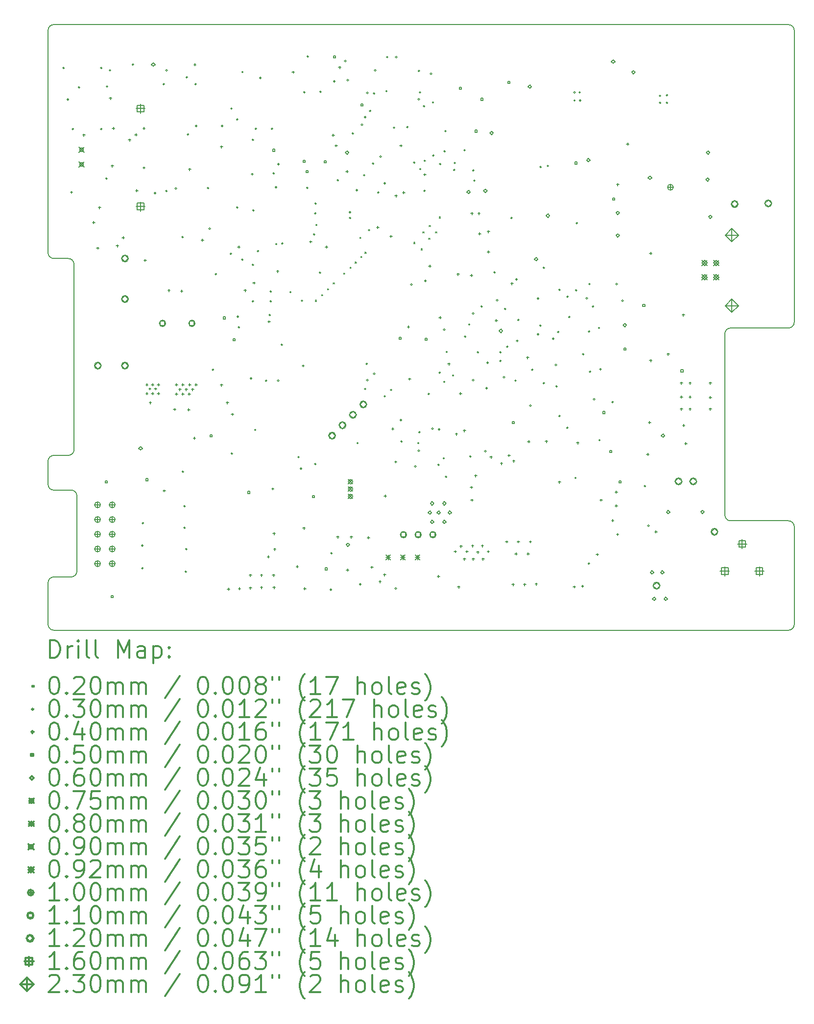
<source format=gbr>
%FSLAX45Y45*%
G04 Gerber Fmt 4.5, Leading zero omitted, Abs format (unit mm)*
G04 Created by KiCad (PCBNEW (5.1.5)-3) date 2020-12-06 10:31:18*
%MOMM*%
%LPD*%
G04 APERTURE LIST*
%TA.AperFunction,Profile*%
%ADD10C,0.150000*%
%TD*%
%ADD11C,0.200000*%
%ADD12C,0.300000*%
G04 APERTURE END LIST*
D10*
X8650000Y-9200000D02*
G75*
G02X8750000Y-9300000I0J-100000D01*
G01*
X21100000Y-5160000D02*
G75*
G02X21200000Y-5260000I0J-100000D01*
G01*
X21200000Y-10300000D02*
G75*
G02X21100000Y-10400000I-100000J0D01*
G01*
X20000000Y-10500000D02*
G75*
G02X20100000Y-10400000I100000J0D01*
G01*
X20100000Y-13730000D02*
G75*
G02X20000000Y-13630000I0J100000D01*
G01*
X21100000Y-13730000D02*
G75*
G02X21200000Y-13830000I0J-100000D01*
G01*
X21200000Y-15520000D02*
G75*
G02X21100000Y-15620000I-100000J0D01*
G01*
X8400000Y-15620000D02*
G75*
G02X8300000Y-15520000I0J100000D01*
G01*
X8300000Y-14800000D02*
G75*
G02X8400000Y-14700000I100000J0D01*
G01*
X8800000Y-14600000D02*
G75*
G02X8700000Y-14700000I-100000J0D01*
G01*
X8700000Y-13200000D02*
G75*
G02X8800000Y-13300000I0J-100000D01*
G01*
X8650000Y-12600000D02*
X8400000Y-12600000D01*
X8750000Y-12500000D02*
G75*
G02X8650000Y-12600000I-100000J0D01*
G01*
X8300000Y-12700000D02*
G75*
G02X8400000Y-12600000I100000J0D01*
G01*
X8400000Y-13200000D02*
G75*
G02X8300000Y-13100000I0J100000D01*
G01*
X8400000Y-9200000D02*
G75*
G02X8300000Y-9100000I0J100000D01*
G01*
X8300000Y-5260000D02*
G75*
G02X8400000Y-5160000I100000J0D01*
G01*
X8700000Y-13200000D02*
X8400000Y-13200000D01*
X8300000Y-12700000D02*
X8300000Y-13100000D01*
X8300000Y-14800000D02*
X8300000Y-15520000D01*
X8400000Y-14700000D02*
X8700000Y-14700000D01*
X8800000Y-14600000D02*
X8800000Y-13300000D01*
X21200000Y-13830000D02*
X21200000Y-15520000D01*
X20100000Y-10400000D02*
X21100000Y-10400000D01*
X20000000Y-13630000D02*
X20000000Y-10500000D01*
X21100000Y-13730000D02*
X20100000Y-13730000D01*
X8650000Y-9200000D02*
X8400000Y-9200000D01*
X8750000Y-12500000D02*
X8750000Y-9300000D01*
X21100000Y-5160000D02*
X8400000Y-5160000D01*
X21200000Y-10300000D02*
X21200000Y-5260000D01*
X8400000Y-15620000D02*
X21100000Y-15620000D01*
X8300000Y-5260000D02*
X8300000Y-9100000D01*
D11*
X12920000Y-9920000D02*
X12940000Y-9940000D01*
X12940000Y-9920000D02*
X12920000Y-9940000D01*
X13030000Y-9820000D02*
X13050000Y-9840000D01*
X13050000Y-9820000D02*
X13030000Y-9840000D01*
X13130000Y-9720000D02*
X13150000Y-9740000D01*
X13150000Y-9720000D02*
X13130000Y-9740000D01*
X13230000Y-9620000D02*
X13250000Y-9640000D01*
X13250000Y-9620000D02*
X13230000Y-9640000D01*
X13410000Y-9450000D02*
X13430000Y-9470000D01*
X13430000Y-9450000D02*
X13410000Y-9470000D01*
X13520000Y-9350000D02*
X13540000Y-9370000D01*
X13540000Y-9350000D02*
X13520000Y-9370000D01*
X13610000Y-9260000D02*
X13630000Y-9280000D01*
X13630000Y-9260000D02*
X13610000Y-9280000D01*
X13690000Y-8830000D02*
X13710000Y-8850000D01*
X13710000Y-8830000D02*
X13690000Y-8850000D01*
X13710000Y-9160000D02*
X13730000Y-9180000D01*
X13730000Y-9160000D02*
X13710000Y-9180000D01*
X13780000Y-9090000D02*
X13800000Y-9110000D01*
X13800000Y-9090000D02*
X13780000Y-9110000D01*
X14620000Y-8920000D02*
X14640000Y-8940000D01*
X14640000Y-8920000D02*
X14620000Y-8940000D01*
X14750000Y-9030000D02*
X14770000Y-9050000D01*
X14770000Y-9030000D02*
X14750000Y-9050000D01*
X14780000Y-8740000D02*
X14800000Y-8760000D01*
X14800000Y-8740000D02*
X14780000Y-8760000D01*
X14880000Y-8850000D02*
X14900000Y-8870000D01*
X14900000Y-8850000D02*
X14880000Y-8870000D01*
X14890000Y-8630000D02*
X14910000Y-8650000D01*
X14910000Y-8630000D02*
X14890000Y-8650000D01*
X15000000Y-8740000D02*
X15020000Y-8760000D01*
X15020000Y-8740000D02*
X15000000Y-8760000D01*
X15061070Y-8480000D02*
X15081070Y-8500000D01*
X15081070Y-8480000D02*
X15061070Y-8500000D01*
X8585000Y-5910000D02*
G75*
G03X8585000Y-5910000I-15000J0D01*
G01*
X8657500Y-6455000D02*
G75*
G03X8657500Y-6455000I-15000J0D01*
G01*
X8745000Y-6962500D02*
G75*
G03X8745000Y-6962500I-15000J0D01*
G01*
X8850000Y-6245000D02*
G75*
G03X8850000Y-6245000I-15000J0D01*
G01*
X9235000Y-5910000D02*
G75*
G03X9235000Y-5910000I-15000J0D01*
G01*
X9235000Y-6962500D02*
G75*
G03X9235000Y-6962500I-15000J0D01*
G01*
X9325000Y-7820000D02*
G75*
G03X9325000Y-7820000I-15000J0D01*
G01*
X9335000Y-6230000D02*
G75*
G03X9335000Y-6230000I-15000J0D01*
G01*
X9385000Y-5950000D02*
G75*
G03X9385000Y-5950000I-15000J0D01*
G01*
X9780001Y-5849999D02*
G75*
G03X9780001Y-5849999I-15000J0D01*
G01*
X9945000Y-14160000D02*
G75*
G03X9945000Y-14160000I-15000J0D01*
G01*
X9945000Y-14550000D02*
G75*
G03X9945000Y-14550000I-15000J0D01*
G01*
X9955000Y-13770000D02*
G75*
G03X9955000Y-13770000I-15000J0D01*
G01*
X10165000Y-8070000D02*
G75*
G03X10165000Y-8070000I-15000J0D01*
G01*
X10315000Y-6190000D02*
G75*
G03X10315000Y-6190000I-15000J0D01*
G01*
X10360475Y-8033744D02*
G75*
G03X10360475Y-8033744I-15000J0D01*
G01*
X10365000Y-5950000D02*
G75*
G03X10365000Y-5950000I-15000J0D01*
G01*
X10525000Y-7990000D02*
G75*
G03X10525000Y-7990000I-15000J0D01*
G01*
X10639999Y-8830000D02*
G75*
G03X10639999Y-8830000I-15000J0D01*
G01*
X10645000Y-12880000D02*
G75*
G03X10645000Y-12880000I-15000J0D01*
G01*
X10675000Y-13480000D02*
G75*
G03X10675000Y-13480000I-15000J0D01*
G01*
X10675000Y-13850000D02*
G75*
G03X10675000Y-13850000I-15000J0D01*
G01*
X10695000Y-14610000D02*
G75*
G03X10695000Y-14610000I-15000J0D01*
G01*
X10705000Y-14220000D02*
G75*
G03X10705000Y-14220000I-15000J0D01*
G01*
X10714000Y-6070000D02*
G75*
G03X10714000Y-6070000I-15000J0D01*
G01*
X10733750Y-7056250D02*
G75*
G03X10733750Y-7056250I-15000J0D01*
G01*
X10865000Y-6190000D02*
G75*
G03X10865000Y-6190000I-15000J0D01*
G01*
X10875000Y-6910000D02*
G75*
G03X10875000Y-6910000I-15000J0D01*
G01*
X11081000Y-7982000D02*
G75*
G03X11081000Y-7982000I-15000J0D01*
G01*
X11109000Y-8683000D02*
G75*
G03X11109000Y-8683000I-15000J0D01*
G01*
X11165000Y-11120000D02*
G75*
G03X11165000Y-11120000I-15000J0D01*
G01*
X11214999Y-9470000D02*
G75*
G03X11214999Y-9470000I-15000J0D01*
G01*
X11325000Y-6910000D02*
G75*
G03X11325000Y-6910000I-15000J0D01*
G01*
X11475000Y-9120000D02*
G75*
G03X11475000Y-9120000I-15000J0D01*
G01*
X11485000Y-6610000D02*
G75*
G03X11485000Y-6610000I-15000J0D01*
G01*
X11492452Y-12568995D02*
G75*
G03X11492452Y-12568995I-15000J0D01*
G01*
X11585000Y-8320000D02*
G75*
G03X11585000Y-8320000I-15000J0D01*
G01*
X11585000Y-6800000D02*
G75*
G03X11585000Y-6800000I-15000J0D01*
G01*
X11595491Y-10205580D02*
G75*
G03X11595491Y-10205580I-15000J0D01*
G01*
X11615000Y-10390000D02*
G75*
G03X11615000Y-10390000I-15000J0D01*
G01*
X11675000Y-5980000D02*
G75*
G03X11675000Y-5980000I-15000J0D01*
G01*
X11675000Y-9220000D02*
G75*
G03X11675000Y-9220000I-15000J0D01*
G01*
X11825000Y-11270000D02*
G75*
G03X11825000Y-11270000I-15000J0D01*
G01*
X11855000Y-7150000D02*
G75*
G03X11855000Y-7150000I-15000J0D01*
G01*
X11855000Y-9310000D02*
G75*
G03X11855000Y-9310000I-15000J0D01*
G01*
X11855000Y-9940000D02*
G75*
G03X11855000Y-9940000I-15000J0D01*
G01*
X11865000Y-8370000D02*
G75*
G03X11865000Y-8370000I-15000J0D01*
G01*
X11895000Y-12160000D02*
G75*
G03X11895000Y-12160000I-15000J0D01*
G01*
X11905000Y-6960000D02*
G75*
G03X11905000Y-6960000I-15000J0D01*
G01*
X11945000Y-9070000D02*
G75*
G03X11945000Y-9070000I-15000J0D01*
G01*
X11985000Y-6080000D02*
G75*
G03X11985000Y-6080000I-15000J0D01*
G01*
X12085000Y-11310000D02*
G75*
G03X12085000Y-11310000I-15000J0D01*
G01*
X12148311Y-10175936D02*
G75*
G03X12148311Y-10175936I-15000J0D01*
G01*
X12165000Y-9770000D02*
G75*
G03X12165000Y-9770000I-15000J0D01*
G01*
X12165000Y-9940000D02*
G75*
G03X12165000Y-9940000I-15000J0D01*
G01*
X12185000Y-6960000D02*
G75*
G03X12185000Y-6960000I-15000J0D01*
G01*
X12215000Y-7730000D02*
G75*
G03X12215000Y-7730000I-15000J0D01*
G01*
X12254999Y-7970000D02*
G75*
G03X12254999Y-7970000I-15000J0D01*
G01*
X12260580Y-8950491D02*
G75*
G03X12260580Y-8950491I-15000J0D01*
G01*
X12295001Y-11310000D02*
G75*
G03X12295001Y-11310000I-15000J0D01*
G01*
X12298253Y-7571747D02*
G75*
G03X12298253Y-7571747I-15000J0D01*
G01*
X12355000Y-10690000D02*
G75*
G03X12355000Y-10690000I-15000J0D01*
G01*
X12365001Y-8940000D02*
G75*
G03X12365001Y-8940000I-15000J0D01*
G01*
X12505000Y-9780000D02*
G75*
G03X12505000Y-9780000I-15000J0D01*
G01*
X12645000Y-12630000D02*
G75*
G03X12645000Y-12630000I-15000J0D01*
G01*
X12687462Y-12830624D02*
G75*
G03X12687462Y-12830624I-15000J0D01*
G01*
X12705000Y-9930000D02*
G75*
G03X12705000Y-9930000I-15000J0D01*
G01*
X12745000Y-6330000D02*
G75*
G03X12745000Y-6330000I-15000J0D01*
G01*
X12795000Y-7980000D02*
G75*
G03X12795000Y-7980000I-15000J0D01*
G01*
X12805000Y-5710000D02*
G75*
G03X12805000Y-5710000I-15000J0D01*
G01*
X12915000Y-8785000D02*
G75*
G03X12915000Y-8785000I-15000J0D01*
G01*
X12934999Y-12750000D02*
G75*
G03X12934999Y-12750000I-15000J0D01*
G01*
X12935000Y-8420002D02*
G75*
G03X12935000Y-8420002I-15000J0D01*
G01*
X12937739Y-8250606D02*
G75*
G03X12937739Y-8250606I-15000J0D01*
G01*
X12955000Y-8620000D02*
G75*
G03X12955000Y-8620000I-15000J0D01*
G01*
X13015000Y-9445000D02*
G75*
G03X13015000Y-9445000I-15000J0D01*
G01*
X13025000Y-6320000D02*
G75*
G03X13025000Y-6320000I-15000J0D01*
G01*
X13205000Y-14920000D02*
G75*
G03X13205000Y-14920000I-15000J0D01*
G01*
X13216250Y-14291250D02*
G75*
G03X13216250Y-14291250I-15000J0D01*
G01*
X13265000Y-6140000D02*
G75*
G03X13265000Y-6140000I-15000J0D01*
G01*
X13325000Y-7850000D02*
G75*
G03X13325000Y-7850000I-15000J0D01*
G01*
X13455000Y-5790000D02*
G75*
G03X13455000Y-5790000I-15000J0D01*
G01*
X13495000Y-6120000D02*
G75*
G03X13495000Y-6120000I-15000J0D01*
G01*
X13535000Y-8400000D02*
G75*
G03X13535000Y-8400000I-15000J0D01*
G01*
X13535000Y-8500000D02*
G75*
G03X13535000Y-8500000I-15000J0D01*
G01*
X13585000Y-7040000D02*
G75*
G03X13585000Y-7040000I-15000J0D01*
G01*
X13655000Y-8020000D02*
G75*
G03X13655000Y-8020000I-15000J0D01*
G01*
X13665000Y-12390000D02*
G75*
G03X13665000Y-12390000I-15000J0D01*
G01*
X13712500Y-14827500D02*
G75*
G03X13712500Y-14827500I-15000J0D01*
G01*
X13742097Y-6888162D02*
G75*
G03X13742097Y-6888162I-15000J0D01*
G01*
X13780000Y-7760000D02*
G75*
G03X13780000Y-7760000I-15000J0D01*
G01*
X13796674Y-11453239D02*
G75*
G03X13796674Y-11453239I-15000J0D01*
G01*
X13797500Y-6760000D02*
G75*
G03X13797500Y-6760000I-15000J0D01*
G01*
X13824999Y-11020000D02*
G75*
G03X13824999Y-11020000I-15000J0D01*
G01*
X13835000Y-6340000D02*
G75*
G03X13835000Y-6340000I-15000J0D01*
G01*
X13835000Y-11300000D02*
G75*
G03X13835000Y-11300000I-15000J0D01*
G01*
X13865000Y-8710000D02*
G75*
G03X13865000Y-8710000I-15000J0D01*
G01*
X13885000Y-6650000D02*
G75*
G03X13885000Y-6650000I-15000J0D01*
G01*
X13935000Y-7560000D02*
G75*
G03X13935000Y-7560000I-15000J0D01*
G01*
X13950000Y-6349506D02*
G75*
G03X13950000Y-6349506I-15000J0D01*
G01*
X13955000Y-11190000D02*
G75*
G03X13955000Y-11190000I-15000J0D01*
G01*
X13970000Y-5950000D02*
G75*
G03X13970000Y-5950000I-15000J0D01*
G01*
X14025000Y-8060000D02*
G75*
G03X14025000Y-8060000I-15000J0D01*
G01*
X14065000Y-7440000D02*
G75*
G03X14065000Y-7440000I-15000J0D01*
G01*
X14135000Y-7900000D02*
G75*
G03X14135000Y-7900000I-15000J0D01*
G01*
X14135000Y-11580001D02*
G75*
G03X14135000Y-11580001I-15000J0D01*
G01*
X14165000Y-6310000D02*
G75*
G03X14165000Y-6310000I-15000J0D01*
G01*
X14177500Y-5722500D02*
G75*
G03X14177500Y-5722500I-15000J0D01*
G01*
X14245000Y-11470000D02*
G75*
G03X14245000Y-11470000I-15000J0D01*
G01*
X14295000Y-6940000D02*
G75*
G03X14295000Y-6940000I-15000J0D01*
G01*
X14325000Y-14900000D02*
G75*
G03X14325000Y-14900000I-15000J0D01*
G01*
X14335000Y-5720000D02*
G75*
G03X14335000Y-5720000I-15000J0D01*
G01*
X14415000Y-11990000D02*
G75*
G03X14415000Y-11990000I-15000J0D01*
G01*
X14425000Y-12360000D02*
G75*
G03X14425000Y-12360000I-15000J0D01*
G01*
X14525000Y-6929998D02*
G75*
G03X14525000Y-6929998I-15000J0D01*
G01*
X14595000Y-9650000D02*
G75*
G03X14595000Y-9650000I-15000J0D01*
G01*
X14646596Y-7544611D02*
G75*
G03X14646596Y-7544611I-15000J0D01*
G01*
X14665000Y-12790000D02*
G75*
G03X14665000Y-12790000I-15000J0D01*
G01*
X14715000Y-12390000D02*
G75*
G03X14715000Y-12390000I-15000J0D01*
G01*
X14725000Y-5960000D02*
G75*
G03X14725000Y-5960000I-15000J0D01*
G01*
X14725000Y-6450000D02*
G75*
G03X14725000Y-6450000I-15000J0D01*
G01*
X14725000Y-12520000D02*
G75*
G03X14725000Y-12520000I-15000J0D01*
G01*
X14735000Y-12200000D02*
G75*
G03X14735000Y-12200000I-15000J0D01*
G01*
X14745000Y-6330000D02*
G75*
G03X14745000Y-6330000I-15000J0D01*
G01*
X14750298Y-7656306D02*
G75*
G03X14750298Y-7656306I-15000J0D01*
G01*
X14815000Y-6570000D02*
G75*
G03X14815000Y-6570000I-15000J0D01*
G01*
X14824999Y-8030001D02*
G75*
G03X14824999Y-8030001I-15000J0D01*
G01*
X14826751Y-7512635D02*
G75*
G03X14826751Y-7512635I-15000J0D01*
G01*
X14837620Y-9584763D02*
G75*
G03X14837620Y-9584763I-15000J0D01*
G01*
X14895000Y-11540000D02*
G75*
G03X14895000Y-11540000I-15000J0D01*
G01*
X14935000Y-6010000D02*
G75*
G03X14935000Y-6010000I-15000J0D01*
G01*
X14962000Y-12140000D02*
G75*
G03X14962000Y-12140000I-15000J0D01*
G01*
X14969973Y-6503159D02*
G75*
G03X14969973Y-6503159I-15000J0D01*
G01*
X14975000Y-7420000D02*
G75*
G03X14975000Y-7420000I-15000J0D01*
G01*
X15065000Y-12761826D02*
G75*
G03X15065000Y-12761826I-15000J0D01*
G01*
X15075001Y-12150000D02*
G75*
G03X15075001Y-12150000I-15000J0D01*
G01*
X15085000Y-11171411D02*
G75*
G03X15085000Y-11171411I-15000J0D01*
G01*
X15095126Y-7570042D02*
G75*
G03X15095126Y-7570042I-15000J0D01*
G01*
X15155000Y-12650000D02*
G75*
G03X15155000Y-12650000I-15000J0D01*
G01*
X15165000Y-10430000D02*
G75*
G03X15165000Y-10430000I-15000J0D01*
G01*
X15165000Y-11330000D02*
G75*
G03X15165000Y-11330000I-15000J0D01*
G01*
X15170000Y-7350000D02*
G75*
G03X15170000Y-7350000I-15000J0D01*
G01*
X15185000Y-7000000D02*
G75*
G03X15185000Y-7000000I-15000J0D01*
G01*
X15195000Y-12970000D02*
G75*
G03X15195000Y-12970000I-15000J0D01*
G01*
X15205000Y-10813589D02*
G75*
G03X15205000Y-10813589I-15000J0D01*
G01*
X15315000Y-11220000D02*
G75*
G03X15315000Y-11220000I-15000J0D01*
G01*
X15335000Y-7670000D02*
G75*
G03X15335000Y-7670000I-15000J0D01*
G01*
X15345000Y-7550000D02*
G75*
G03X15345000Y-7550000I-15000J0D01*
G01*
X15515000Y-7330000D02*
G75*
G03X15515000Y-7330000I-15000J0D01*
G01*
X15525000Y-10550000D02*
G75*
G03X15525000Y-10550000I-15000J0D01*
G01*
X15595000Y-10340000D02*
G75*
G03X15595000Y-10340000I-15000J0D01*
G01*
X15615000Y-12620000D02*
G75*
G03X15615000Y-12620000I-15000J0D01*
G01*
X15665000Y-7680000D02*
G75*
G03X15665000Y-7680000I-15000J0D01*
G01*
X15665000Y-10150000D02*
G75*
G03X15665000Y-10150000I-15000J0D01*
G01*
X15665000Y-11300000D02*
G75*
G03X15665000Y-11300000I-15000J0D01*
G01*
X15685165Y-7854948D02*
G75*
G03X15685165Y-7854948I-15000J0D01*
G01*
X15745000Y-10820000D02*
G75*
G03X15745000Y-10820000I-15000J0D01*
G01*
X15810000Y-10030000D02*
G75*
G03X15810000Y-10030000I-15000J0D01*
G01*
X15875000Y-12530000D02*
G75*
G03X15875000Y-12530000I-15000J0D01*
G01*
X15895000Y-11440000D02*
G75*
G03X15895000Y-11440000I-15000J0D01*
G01*
X15915000Y-11000000D02*
G75*
G03X15915000Y-11000000I-15000J0D01*
G01*
X16035000Y-9440000D02*
G75*
G03X16035000Y-9440000I-15000J0D01*
G01*
X16080000Y-9920000D02*
G75*
G03X16080000Y-9920000I-15000J0D01*
G01*
X16135000Y-10970000D02*
G75*
G03X16135000Y-10970000I-15000J0D01*
G01*
X16136000Y-10821000D02*
G75*
G03X16136000Y-10821000I-15000J0D01*
G01*
X16195000Y-11250000D02*
G75*
G03X16195000Y-11250000I-15000J0D01*
G01*
X16215000Y-10070000D02*
G75*
G03X16215000Y-10070000I-15000J0D01*
G01*
X16255000Y-10722501D02*
G75*
G03X16255000Y-10722501I-15000J0D01*
G01*
X16325000Y-8500000D02*
G75*
G03X16325000Y-8500000I-15000J0D01*
G01*
X16395000Y-11310000D02*
G75*
G03X16395000Y-11310000I-15000J0D01*
G01*
X16413966Y-9560560D02*
G75*
G03X16413966Y-9560560I-15000J0D01*
G01*
X16445000Y-10260000D02*
G75*
G03X16445000Y-10260000I-15000J0D01*
G01*
X16655000Y-11740000D02*
G75*
G03X16655000Y-11740000I-15000J0D01*
G01*
X16685000Y-11120001D02*
G75*
G03X16685000Y-11120001I-15000J0D01*
G01*
X16785000Y-10510000D02*
G75*
G03X16785000Y-10510000I-15000J0D01*
G01*
X16785460Y-9890460D02*
G75*
G03X16785460Y-9890460I-15000J0D01*
G01*
X16825000Y-10360000D02*
G75*
G03X16825000Y-10360000I-15000J0D01*
G01*
X16830000Y-7620000D02*
G75*
G03X16830000Y-7620000I-15000J0D01*
G01*
X16885000Y-9360000D02*
G75*
G03X16885000Y-9360000I-15000J0D01*
G01*
X16885000Y-11355000D02*
G75*
G03X16885000Y-11355000I-15000J0D01*
G01*
X16955000Y-7600000D02*
G75*
G03X16955000Y-7600000I-15000J0D01*
G01*
X17049172Y-10586460D02*
G75*
G03X17049172Y-10586460I-15000J0D01*
G01*
X17095000Y-11037559D02*
G75*
G03X17095000Y-11037559I-15000J0D01*
G01*
X17105000Y-11410000D02*
G75*
G03X17105000Y-11410000I-15000J0D01*
G01*
X17135000Y-10470000D02*
G75*
G03X17135000Y-10470000I-15000J0D01*
G01*
X17155000Y-9740000D02*
G75*
G03X17155000Y-9740000I-15000J0D01*
G01*
X17155000Y-11920000D02*
G75*
G03X17155000Y-11920000I-15000J0D01*
G01*
X17290000Y-12125000D02*
G75*
G03X17290000Y-12125000I-15000J0D01*
G01*
X17295000Y-9860000D02*
G75*
G03X17295000Y-9860000I-15000J0D01*
G01*
X17325000Y-10209998D02*
G75*
G03X17325000Y-10209998I-15000J0D01*
G01*
X17415000Y-6330000D02*
G75*
G03X17415000Y-6330000I-15000J0D01*
G01*
X17415000Y-6470000D02*
G75*
G03X17415000Y-6470000I-15000J0D01*
G01*
X17435000Y-12990000D02*
G75*
G03X17435000Y-12990000I-15000J0D01*
G01*
X17445001Y-9750000D02*
G75*
G03X17445001Y-9750000I-15000J0D01*
G01*
X17455000Y-8590000D02*
G75*
G03X17455000Y-8590000I-15000J0D01*
G01*
X17505000Y-6330000D02*
G75*
G03X17505000Y-6330000I-15000J0D01*
G01*
X17515000Y-6470000D02*
G75*
G03X17515000Y-6470000I-15000J0D01*
G01*
X17555000Y-14860000D02*
G75*
G03X17555000Y-14860000I-15000J0D01*
G01*
X17566706Y-10854517D02*
G75*
G03X17566706Y-10854517I-15000J0D01*
G01*
X17627998Y-9884954D02*
G75*
G03X17627998Y-9884954I-15000J0D01*
G01*
X17665000Y-14470000D02*
G75*
G03X17665000Y-14470000I-15000J0D01*
G01*
X17670000Y-10460000D02*
G75*
G03X17670000Y-10460000I-15000J0D01*
G01*
X17675000Y-9640000D02*
G75*
G03X17675000Y-9640000I-15000J0D01*
G01*
X17684445Y-11155001D02*
G75*
G03X17684445Y-11155001I-15000J0D01*
G01*
X17735000Y-10028000D02*
G75*
G03X17735000Y-10028000I-15000J0D01*
G01*
X17755000Y-11630000D02*
G75*
G03X17755000Y-11630000I-15000J0D01*
G01*
X17839948Y-10398496D02*
G75*
G03X17839948Y-10398496I-15000J0D01*
G01*
X17848155Y-12338631D02*
G75*
G03X17848155Y-12338631I-15000J0D01*
G01*
X18075000Y-11680000D02*
G75*
G03X18075000Y-11680000I-15000J0D01*
G01*
X18145000Y-9640000D02*
G75*
G03X18145000Y-9640000I-15000J0D01*
G01*
X18245000Y-9930000D02*
G75*
G03X18245000Y-9930000I-15000J0D01*
G01*
X18632500Y-13132500D02*
G75*
G03X18632500Y-13132500I-15000J0D01*
G01*
X18694424Y-13815575D02*
G75*
G03X18694424Y-13815575I-15000J0D01*
G01*
X18895000Y-6390000D02*
G75*
G03X18895000Y-6390000I-15000J0D01*
G01*
X18895000Y-6510000D02*
G75*
G03X18895000Y-6510000I-15000J0D01*
G01*
X19015000Y-6380000D02*
G75*
G03X19015000Y-6380000I-15000J0D01*
G01*
X19015000Y-6510000D02*
G75*
G03X19015000Y-6510000I-15000J0D01*
G01*
X8706250Y-8033750D02*
X8706250Y-8073750D01*
X8686250Y-8053750D02*
X8726250Y-8053750D01*
X8920000Y-7045000D02*
X8920000Y-7085000D01*
X8900000Y-7065000D02*
X8940000Y-7065000D01*
X9089044Y-8554764D02*
X9089044Y-8594764D01*
X9069044Y-8574764D02*
X9109044Y-8574764D01*
X9160000Y-9000000D02*
X9160000Y-9040000D01*
X9140000Y-9020000D02*
X9180000Y-9020000D01*
X9190000Y-8300000D02*
X9190000Y-8340000D01*
X9170000Y-8320000D02*
X9210000Y-8320000D01*
X9380000Y-6410000D02*
X9380000Y-6450000D01*
X9360000Y-6430000D02*
X9400000Y-6430000D01*
X9410000Y-7580000D02*
X9410000Y-7620000D01*
X9390000Y-7600000D02*
X9430000Y-7600000D01*
X9430000Y-6930000D02*
X9430000Y-6970000D01*
X9410000Y-6950000D02*
X9450000Y-6950000D01*
X9500000Y-8960000D02*
X9500000Y-9000000D01*
X9480000Y-8980000D02*
X9520000Y-8980000D01*
X9600000Y-8820000D02*
X9600000Y-8860000D01*
X9580000Y-8840000D02*
X9620000Y-8840000D01*
X9710000Y-7130000D02*
X9710000Y-7170000D01*
X9690000Y-7150000D02*
X9730000Y-7150000D01*
X9820000Y-7040000D02*
X9820000Y-7080000D01*
X9800000Y-7060000D02*
X9840000Y-7060000D01*
X9835000Y-8005000D02*
X9835000Y-8045000D01*
X9815000Y-8025000D02*
X9855000Y-8025000D01*
X9960000Y-6930000D02*
X9960000Y-6970000D01*
X9940000Y-6950000D02*
X9980000Y-6950000D01*
X9960000Y-7610000D02*
X9960000Y-7650000D01*
X9940000Y-7630000D02*
X9980000Y-7630000D01*
X9980000Y-9210000D02*
X9980000Y-9250000D01*
X9960000Y-9230000D02*
X10000000Y-9230000D01*
X10010000Y-11360000D02*
X10010000Y-11400000D01*
X9990000Y-11380000D02*
X10030000Y-11380000D01*
X10010000Y-11510000D02*
X10010000Y-11550000D01*
X9990000Y-11530000D02*
X10030000Y-11530000D01*
X10060000Y-11430000D02*
X10060000Y-11470000D01*
X10040000Y-11450000D02*
X10080000Y-11450000D01*
X10070000Y-11670000D02*
X10070000Y-11710000D01*
X10050000Y-11690000D02*
X10090000Y-11690000D01*
X10110000Y-11360000D02*
X10110000Y-11400000D01*
X10090000Y-11380000D02*
X10130000Y-11380000D01*
X10110000Y-11510000D02*
X10110000Y-11550000D01*
X10090000Y-11530000D02*
X10130000Y-11530000D01*
X10160000Y-11430000D02*
X10160000Y-11470000D01*
X10140000Y-11450000D02*
X10180000Y-11450000D01*
X10210000Y-11360000D02*
X10210000Y-11400000D01*
X10190000Y-11380000D02*
X10230000Y-11380000D01*
X10210000Y-11510000D02*
X10210000Y-11550000D01*
X10190000Y-11530000D02*
X10230000Y-11530000D01*
X10310000Y-13190000D02*
X10310000Y-13230000D01*
X10290000Y-13210000D02*
X10330000Y-13210000D01*
X10390000Y-9730000D02*
X10390000Y-9770000D01*
X10370000Y-9750000D02*
X10410000Y-9750000D01*
X10490000Y-11785001D02*
X10490000Y-11825001D01*
X10470000Y-11805001D02*
X10510000Y-11805001D01*
X10520000Y-11360000D02*
X10520000Y-11400000D01*
X10500000Y-11380000D02*
X10540000Y-11380000D01*
X10520000Y-11520000D02*
X10520000Y-11560000D01*
X10500000Y-11540000D02*
X10540000Y-11540000D01*
X10580000Y-11440000D02*
X10580000Y-11480000D01*
X10560000Y-11460000D02*
X10600000Y-11460000D01*
X10610000Y-9740000D02*
X10610000Y-9780000D01*
X10590000Y-9760000D02*
X10630000Y-9760000D01*
X10630000Y-11360000D02*
X10630000Y-11400000D01*
X10610000Y-11380000D02*
X10650000Y-11380000D01*
X10630000Y-11520000D02*
X10630000Y-11560000D01*
X10610000Y-11540000D02*
X10650000Y-11540000D01*
X10690000Y-11440000D02*
X10690000Y-11480000D01*
X10670000Y-11460000D02*
X10710000Y-11460000D01*
X10731500Y-11791500D02*
X10731500Y-11831500D01*
X10711500Y-11811500D02*
X10751500Y-11811500D01*
X10740000Y-11520000D02*
X10740000Y-11560000D01*
X10720000Y-11540000D02*
X10760000Y-11540000D01*
X10750000Y-7640000D02*
X10750000Y-7680000D01*
X10730000Y-7660000D02*
X10770000Y-7660000D01*
X10750000Y-11360000D02*
X10750000Y-11400000D01*
X10730000Y-11380000D02*
X10770000Y-11380000D01*
X10800000Y-11440000D02*
X10800000Y-11480000D01*
X10780000Y-11460000D02*
X10820000Y-11460000D01*
X10830000Y-12280000D02*
X10830000Y-12320000D01*
X10810000Y-12300000D02*
X10850000Y-12300000D01*
X10840001Y-5830000D02*
X10840001Y-5870000D01*
X10820001Y-5850000D02*
X10860001Y-5850000D01*
X10860000Y-11360000D02*
X10860000Y-11400000D01*
X10840000Y-11380000D02*
X10880000Y-11380000D01*
X10968000Y-8860000D02*
X10968000Y-8900000D01*
X10948000Y-8880000D02*
X10988000Y-8880000D01*
X11300000Y-7250000D02*
X11300000Y-7290000D01*
X11280000Y-7270000D02*
X11320000Y-7270000D01*
X11300000Y-11365000D02*
X11300000Y-11405000D01*
X11280000Y-11385000D02*
X11320000Y-11385000D01*
X11400000Y-11670000D02*
X11400000Y-11710000D01*
X11380000Y-11690000D02*
X11420000Y-11690000D01*
X11420000Y-14890000D02*
X11420000Y-14930000D01*
X11400000Y-14910000D02*
X11440000Y-14910000D01*
X11490000Y-11870000D02*
X11490000Y-11910000D01*
X11470000Y-11890000D02*
X11510000Y-11890000D01*
X11600000Y-8980000D02*
X11600000Y-9020000D01*
X11580000Y-9000000D02*
X11620000Y-9000000D01*
X11610000Y-14880000D02*
X11610000Y-14920000D01*
X11590000Y-14900000D02*
X11630000Y-14900000D01*
X11710000Y-9730000D02*
X11710000Y-9770000D01*
X11690000Y-9750000D02*
X11730000Y-9750000D01*
X11800000Y-14650000D02*
X11800000Y-14690000D01*
X11780000Y-14670000D02*
X11820000Y-14670000D01*
X11800000Y-14870000D02*
X11800000Y-14910000D01*
X11780000Y-14890000D02*
X11820000Y-14890000D01*
X11830000Y-7720000D02*
X11830000Y-7760000D01*
X11810000Y-7740000D02*
X11850000Y-7740000D01*
X11860000Y-9600000D02*
X11860000Y-9640000D01*
X11840000Y-9620000D02*
X11880000Y-9620000D01*
X11990000Y-14650000D02*
X11990000Y-14690000D01*
X11970000Y-14670000D02*
X12010000Y-14670000D01*
X11990000Y-14860000D02*
X11990000Y-14900000D01*
X11970000Y-14880000D02*
X12010000Y-14880000D01*
X12110000Y-14330000D02*
X12110000Y-14370000D01*
X12090000Y-14350000D02*
X12130000Y-14350000D01*
X12120000Y-10270000D02*
X12120000Y-10310000D01*
X12100000Y-10290000D02*
X12140000Y-10290000D01*
X12185000Y-13155000D02*
X12185000Y-13195000D01*
X12165000Y-13175000D02*
X12205000Y-13175000D01*
X12200000Y-14650000D02*
X12200000Y-14690000D01*
X12180000Y-14670000D02*
X12220000Y-14670000D01*
X12210000Y-13930000D02*
X12210000Y-13970000D01*
X12190000Y-13950000D02*
X12230000Y-13950000D01*
X12210000Y-14860000D02*
X12210000Y-14900000D01*
X12190000Y-14880000D02*
X12230000Y-14880000D01*
X12220000Y-14200000D02*
X12220000Y-14240000D01*
X12200000Y-14220000D02*
X12240000Y-14220000D01*
X12270000Y-9400000D02*
X12270000Y-9440000D01*
X12250000Y-9420000D02*
X12290000Y-9420000D01*
X12540000Y-5960000D02*
X12540000Y-6000000D01*
X12520000Y-5980000D02*
X12560000Y-5980000D01*
X12610000Y-14500000D02*
X12610000Y-14540000D01*
X12590000Y-14520000D02*
X12630000Y-14520000D01*
X12710000Y-11030000D02*
X12710000Y-11070000D01*
X12690000Y-11050000D02*
X12730000Y-11050000D01*
X12725000Y-13835000D02*
X12725000Y-13875000D01*
X12705000Y-13855000D02*
X12745000Y-13855000D01*
X12740000Y-14880000D02*
X12740000Y-14920000D01*
X12720000Y-14900000D02*
X12760000Y-14900000D01*
X12839997Y-8890000D02*
X12839997Y-8930000D01*
X12819997Y-8910000D02*
X12859997Y-8910000D01*
X13115000Y-8980000D02*
X13115000Y-9020000D01*
X13095000Y-9000000D02*
X13135000Y-9000000D01*
X13230000Y-7050000D02*
X13230000Y-7090000D01*
X13210000Y-7070000D02*
X13250000Y-7070000D01*
X13280000Y-7230000D02*
X13280000Y-7270000D01*
X13260000Y-7250000D02*
X13300000Y-7250000D01*
X13310000Y-13990000D02*
X13310000Y-14030000D01*
X13290000Y-14010000D02*
X13330000Y-14010000D01*
X13342500Y-5877500D02*
X13342500Y-5917500D01*
X13322500Y-5897500D02*
X13362500Y-5897500D01*
X13468611Y-7676525D02*
X13468611Y-7716525D01*
X13448611Y-7696525D02*
X13488611Y-7696525D01*
X13480000Y-14560000D02*
X13480000Y-14600000D01*
X13460000Y-14580000D02*
X13500000Y-14580000D01*
X13544466Y-13989466D02*
X13544466Y-14029466D01*
X13524466Y-14009466D02*
X13564466Y-14009466D01*
X13840000Y-14000000D02*
X13840000Y-14040000D01*
X13820000Y-14020000D02*
X13860000Y-14020000D01*
X13900001Y-14510000D02*
X13900001Y-14550000D01*
X13880001Y-14530000D02*
X13920001Y-14530000D01*
X14000000Y-8640000D02*
X14000000Y-8680000D01*
X13980000Y-8660000D02*
X14020000Y-8660000D01*
X14040000Y-14760000D02*
X14040000Y-14800000D01*
X14020000Y-14780000D02*
X14060000Y-14780000D01*
X14120000Y-14640000D02*
X14120000Y-14680000D01*
X14100000Y-14660000D02*
X14140000Y-14660000D01*
X14130000Y-13280000D02*
X14130000Y-13320000D01*
X14110000Y-13300000D02*
X14150000Y-13300000D01*
X14230000Y-8795000D02*
X14230000Y-8835000D01*
X14210000Y-8815000D02*
X14250000Y-8815000D01*
X14260000Y-12120000D02*
X14260000Y-12160000D01*
X14240000Y-12140000D02*
X14280000Y-12140000D01*
X14310001Y-12690000D02*
X14310001Y-12730000D01*
X14290001Y-12710000D02*
X14330001Y-12710000D01*
X14318071Y-8095011D02*
X14318071Y-8135011D01*
X14298071Y-8115011D02*
X14338071Y-8115011D01*
X14400000Y-7230000D02*
X14400000Y-7270000D01*
X14380000Y-7250000D02*
X14420000Y-7250000D01*
X14450000Y-8040000D02*
X14450000Y-8080000D01*
X14430000Y-8060000D02*
X14470000Y-8060000D01*
X14530000Y-10360000D02*
X14530000Y-10400000D01*
X14510000Y-10380000D02*
X14550000Y-10380000D01*
X14550000Y-11260000D02*
X14550000Y-11300000D01*
X14530000Y-11280000D02*
X14570000Y-11280000D01*
X14814142Y-7729999D02*
X14814142Y-7769999D01*
X14794142Y-7749999D02*
X14834142Y-7749999D01*
X14899999Y-9310000D02*
X14899999Y-9350000D01*
X14879999Y-9330000D02*
X14919999Y-9330000D01*
X15050000Y-14670000D02*
X15050000Y-14710000D01*
X15030000Y-14690000D02*
X15070000Y-14690000D01*
X15080000Y-10200000D02*
X15080000Y-10240000D01*
X15060000Y-10220000D02*
X15100000Y-10220000D01*
X15230000Y-11000000D02*
X15230000Y-11040000D01*
X15210000Y-11020000D02*
X15250000Y-11020000D01*
X15340000Y-14240000D02*
X15340000Y-14280000D01*
X15320000Y-14260000D02*
X15360000Y-14260000D01*
X15360000Y-12210000D02*
X15360000Y-12250000D01*
X15340000Y-12230000D02*
X15380000Y-12230000D01*
X15389999Y-9450000D02*
X15389999Y-9490000D01*
X15369999Y-9470000D02*
X15409999Y-9470000D01*
X15401250Y-14851250D02*
X15401250Y-14891250D01*
X15381250Y-14871250D02*
X15421250Y-14871250D01*
X15430000Y-11510000D02*
X15430000Y-11550000D01*
X15410000Y-11530000D02*
X15450000Y-11530000D01*
X15440000Y-14150000D02*
X15440000Y-14190000D01*
X15420000Y-14170000D02*
X15460000Y-14170000D01*
X15500000Y-12150001D02*
X15500000Y-12190001D01*
X15480000Y-12170001D02*
X15520000Y-12170001D01*
X15500000Y-14370000D02*
X15500000Y-14410000D01*
X15480000Y-14390000D02*
X15520000Y-14390000D01*
X15540000Y-14240000D02*
X15540000Y-14280000D01*
X15520000Y-14260000D02*
X15560000Y-14260000D01*
X15620000Y-9470000D02*
X15620000Y-9510000D01*
X15600000Y-9490000D02*
X15640000Y-9490000D01*
X15620000Y-13130000D02*
X15620000Y-13170000D01*
X15600000Y-13150000D02*
X15640000Y-13150000D01*
X15630000Y-8400000D02*
X15630000Y-8440000D01*
X15610000Y-8420000D02*
X15650000Y-8420000D01*
X15630000Y-13350000D02*
X15630000Y-13390000D01*
X15610000Y-13370000D02*
X15650000Y-13370000D01*
X15640000Y-14140000D02*
X15640000Y-14180000D01*
X15620000Y-14160000D02*
X15660000Y-14160000D01*
X15650000Y-14370000D02*
X15650000Y-14410000D01*
X15630000Y-14390000D02*
X15670000Y-14390000D01*
X15695000Y-12930000D02*
X15695000Y-12970000D01*
X15675000Y-12950000D02*
X15715000Y-12950000D01*
X15730000Y-14250000D02*
X15730000Y-14290000D01*
X15710000Y-14270000D02*
X15750000Y-14270000D01*
X15749999Y-8400000D02*
X15749999Y-8440000D01*
X15729999Y-8420000D02*
X15769999Y-8420000D01*
X15760000Y-8750000D02*
X15760000Y-8790000D01*
X15740000Y-8770000D02*
X15780000Y-8770000D01*
X15810000Y-14140000D02*
X15810000Y-14180000D01*
X15790000Y-14160000D02*
X15830000Y-14160000D01*
X15820000Y-14370000D02*
X15820000Y-14410000D01*
X15800000Y-14390000D02*
X15840000Y-14390000D01*
X15910000Y-14240000D02*
X15910000Y-14280000D01*
X15890000Y-14260000D02*
X15930000Y-14260000D01*
X15915000Y-9065000D02*
X15915000Y-9105000D01*
X15895000Y-9085000D02*
X15935000Y-9085000D01*
X15915000Y-8715000D02*
X15915000Y-8755000D01*
X15895000Y-8735000D02*
X15935000Y-8735000D01*
X15960000Y-12610000D02*
X15960000Y-12650000D01*
X15940000Y-12630000D02*
X15980000Y-12630000D01*
X16050000Y-10250000D02*
X16050000Y-10290000D01*
X16030000Y-10270000D02*
X16070000Y-10270000D01*
X16140000Y-12720000D02*
X16140000Y-12760000D01*
X16120000Y-12740000D02*
X16160000Y-12740000D01*
X16230000Y-14070000D02*
X16230000Y-14110000D01*
X16210000Y-14090000D02*
X16250000Y-14090000D01*
X16269000Y-12581500D02*
X16269000Y-12621500D01*
X16249000Y-12601500D02*
X16289000Y-12601500D01*
X16320000Y-9610000D02*
X16320000Y-9650000D01*
X16300000Y-9630000D02*
X16340000Y-9630000D01*
X16340000Y-14810000D02*
X16340000Y-14850000D01*
X16320000Y-14830000D02*
X16360000Y-14830000D01*
X16352500Y-12677500D02*
X16352500Y-12717500D01*
X16332500Y-12697500D02*
X16372500Y-12697500D01*
X16390000Y-14280000D02*
X16390000Y-14320000D01*
X16370000Y-14300000D02*
X16410000Y-14300000D01*
X16410000Y-10600000D02*
X16410000Y-10640000D01*
X16390000Y-10620000D02*
X16430000Y-10620000D01*
X16430000Y-14070000D02*
X16430000Y-14110000D01*
X16410000Y-14090000D02*
X16450000Y-14090000D01*
X16540000Y-14810000D02*
X16540000Y-14850000D01*
X16520000Y-14830000D02*
X16560000Y-14830000D01*
X16590001Y-10890000D02*
X16590001Y-10930000D01*
X16570001Y-10910000D02*
X16610001Y-10910000D01*
X16600000Y-14280000D02*
X16600000Y-14320000D01*
X16580000Y-14300000D02*
X16620000Y-14300000D01*
X16612500Y-12340000D02*
X16612500Y-12380000D01*
X16592500Y-12360000D02*
X16632500Y-12360000D01*
X16640000Y-14070000D02*
X16640000Y-14110000D01*
X16620000Y-14090000D02*
X16660000Y-14090000D01*
X16740000Y-14800000D02*
X16740000Y-14840000D01*
X16720000Y-14820000D02*
X16760000Y-14820000D01*
X16915000Y-12337500D02*
X16915000Y-12377500D01*
X16895000Y-12357500D02*
X16935000Y-12357500D01*
X17140000Y-13040000D02*
X17140000Y-13080000D01*
X17120000Y-13060000D02*
X17160000Y-13060000D01*
X17400000Y-14850000D02*
X17400000Y-14890000D01*
X17380000Y-14870000D02*
X17420000Y-14870000D01*
X17456967Y-12363033D02*
X17456967Y-12403033D01*
X17436967Y-12383033D02*
X17476967Y-12383033D01*
X17797500Y-14290000D02*
X17797500Y-14330000D01*
X17777500Y-14310000D02*
X17817500Y-14310000D01*
X17850000Y-11090000D02*
X17850000Y-11130000D01*
X17830000Y-11110000D02*
X17870000Y-11110000D01*
X17860000Y-13350000D02*
X17860000Y-13390000D01*
X17840000Y-13370000D02*
X17880000Y-13370000D01*
X18062500Y-13702500D02*
X18062500Y-13742500D01*
X18042500Y-13722500D02*
X18082500Y-13722500D01*
X18125000Y-13212500D02*
X18125000Y-13252500D01*
X18105000Y-13232500D02*
X18145000Y-13232500D01*
X18125000Y-13450000D02*
X18125000Y-13490000D01*
X18105000Y-13470000D02*
X18145000Y-13470000D01*
X18147500Y-13942500D02*
X18147500Y-13982500D01*
X18127500Y-13962500D02*
X18167500Y-13962500D01*
X18150000Y-7900000D02*
X18150000Y-7940000D01*
X18130000Y-7920000D02*
X18170000Y-7920000D01*
X18320000Y-7200000D02*
X18320000Y-7240000D01*
X18300000Y-7220000D02*
X18340000Y-7220000D01*
X18669999Y-12560001D02*
X18669999Y-12600001D01*
X18649999Y-12580001D02*
X18689999Y-12580001D01*
X18700000Y-12010000D02*
X18700000Y-12050000D01*
X18680000Y-12030000D02*
X18720000Y-12030000D01*
X18720000Y-9090000D02*
X18720000Y-9130000D01*
X18700000Y-9110000D02*
X18740000Y-9110000D01*
X18720000Y-10940000D02*
X18720000Y-10980000D01*
X18700000Y-10960000D02*
X18740000Y-10960000D01*
X18810000Y-13897500D02*
X18810000Y-13937500D01*
X18790000Y-13917500D02*
X18830000Y-13917500D01*
X19020000Y-10830000D02*
X19020000Y-10870000D01*
X19000000Y-10850000D02*
X19040000Y-10850000D01*
X19250000Y-11330000D02*
X19250000Y-11370000D01*
X19230000Y-11350000D02*
X19270000Y-11350000D01*
X19250000Y-11570000D02*
X19250000Y-11610000D01*
X19230000Y-11590000D02*
X19270000Y-11590000D01*
X19250000Y-11780000D02*
X19250000Y-11820000D01*
X19230000Y-11800000D02*
X19270000Y-11800000D01*
X19282176Y-10152176D02*
X19282176Y-10192176D01*
X19262176Y-10172176D02*
X19302176Y-10172176D01*
X19290000Y-12060000D02*
X19290000Y-12100000D01*
X19270000Y-12080000D02*
X19310000Y-12080000D01*
X19325000Y-12375000D02*
X19325000Y-12415000D01*
X19305000Y-12395000D02*
X19345000Y-12395000D01*
X19400000Y-11330000D02*
X19400000Y-11370000D01*
X19380000Y-11350000D02*
X19420000Y-11350000D01*
X19400000Y-11570000D02*
X19400000Y-11610000D01*
X19380000Y-11590000D02*
X19420000Y-11590000D01*
X19400000Y-11780000D02*
X19400000Y-11820000D01*
X19380000Y-11800000D02*
X19420000Y-11800000D01*
X19750000Y-11330000D02*
X19750000Y-11370000D01*
X19730000Y-11350000D02*
X19770000Y-11350000D01*
X19750000Y-11580000D02*
X19750000Y-11620000D01*
X19730000Y-11600000D02*
X19770000Y-11600000D01*
X19750000Y-11780000D02*
X19750000Y-11820000D01*
X19730000Y-11800000D02*
X19770000Y-11800000D01*
X9327678Y-13077678D02*
X9327678Y-13042322D01*
X9292322Y-13042322D01*
X9292322Y-13077678D01*
X9327678Y-13077678D01*
X9427678Y-15057678D02*
X9427678Y-15022322D01*
X9392322Y-15022322D01*
X9392322Y-15057678D01*
X9427678Y-15057678D01*
X10027678Y-13037678D02*
X10027678Y-13002322D01*
X9992322Y-13002322D01*
X9992322Y-13037678D01*
X10027678Y-13037678D01*
X11137678Y-12277678D02*
X11137678Y-12242322D01*
X11102322Y-12242322D01*
X11102322Y-12277678D01*
X11137678Y-12277678D01*
X11367678Y-10242677D02*
X11367678Y-10207322D01*
X11332322Y-10207322D01*
X11332322Y-10242677D01*
X11367678Y-10242677D01*
X11537678Y-10617678D02*
X11537678Y-10582322D01*
X11502322Y-10582322D01*
X11502322Y-10617678D01*
X11537678Y-10617678D01*
X11787678Y-13257678D02*
X11787678Y-13222322D01*
X11752322Y-13222322D01*
X11752322Y-13257678D01*
X11787678Y-13257678D01*
X12217678Y-7347678D02*
X12217678Y-7312322D01*
X12182322Y-7312322D01*
X12182322Y-7347678D01*
X12217678Y-7347678D01*
X12747678Y-7537678D02*
X12747678Y-7502322D01*
X12712322Y-7502322D01*
X12712322Y-7537678D01*
X12747678Y-7537678D01*
X12797679Y-7717678D02*
X12797679Y-7682322D01*
X12762323Y-7682322D01*
X12762323Y-7717678D01*
X12797679Y-7717678D01*
X12907678Y-13327678D02*
X12907678Y-13292322D01*
X12872322Y-13292322D01*
X12872322Y-13327678D01*
X12907678Y-13327678D01*
X13112680Y-7544334D02*
X13112680Y-7508979D01*
X13077324Y-7508979D01*
X13077324Y-7544334D01*
X13112680Y-7544334D01*
X13125178Y-14577678D02*
X13125178Y-14542322D01*
X13089822Y-14542322D01*
X13089822Y-14577678D01*
X13125178Y-14577678D01*
X13267678Y-5737678D02*
X13267678Y-5702322D01*
X13232322Y-5702322D01*
X13232322Y-5737678D01*
X13267678Y-5737678D01*
X13747678Y-6567678D02*
X13747678Y-6532322D01*
X13712322Y-6532322D01*
X13712322Y-6567678D01*
X13747678Y-6567678D01*
X14407678Y-10597678D02*
X14407678Y-10562322D01*
X14372322Y-10562322D01*
X14372322Y-10597678D01*
X14407678Y-10597678D01*
X14852678Y-10612678D02*
X14852678Y-10577322D01*
X14817322Y-10577322D01*
X14817322Y-10612678D01*
X14852678Y-10612678D01*
X15447678Y-6277678D02*
X15447678Y-6242322D01*
X15412322Y-6242322D01*
X15412322Y-6277678D01*
X15447678Y-6277678D01*
X15717677Y-7017678D02*
X15717677Y-6982322D01*
X15682322Y-6982322D01*
X15682322Y-7017678D01*
X15717677Y-7017678D01*
X15817678Y-6467678D02*
X15817678Y-6432323D01*
X15782322Y-6432323D01*
X15782322Y-6467678D01*
X15817678Y-6467678D01*
X16287678Y-6177677D02*
X16287678Y-6142322D01*
X16252322Y-6142322D01*
X16252322Y-6177677D01*
X16287678Y-6177677D01*
X16357678Y-12047678D02*
X16357678Y-12012322D01*
X16322322Y-12012322D01*
X16322322Y-12047678D01*
X16357678Y-12047678D01*
X17447678Y-7567678D02*
X17447678Y-7532322D01*
X17412322Y-7532322D01*
X17412322Y-7567678D01*
X17447678Y-7567678D01*
X17927678Y-11877678D02*
X17927678Y-11842322D01*
X17892322Y-11842322D01*
X17892322Y-11877678D01*
X17927678Y-11877678D01*
X18047678Y-12547678D02*
X18047678Y-12512322D01*
X18012322Y-12512322D01*
X18012322Y-12547678D01*
X18047678Y-12547678D01*
X18097678Y-8187678D02*
X18097678Y-8152322D01*
X18062322Y-8152322D01*
X18062322Y-8187678D01*
X18097678Y-8187678D01*
X18207677Y-13077678D02*
X18207677Y-13042322D01*
X18172322Y-13042322D01*
X18172322Y-13077678D01*
X18207677Y-13077678D01*
X18287678Y-10777678D02*
X18287678Y-10742322D01*
X18252322Y-10742322D01*
X18252322Y-10777678D01*
X18287678Y-10777678D01*
X18617678Y-10027678D02*
X18617678Y-9992322D01*
X18582322Y-9992322D01*
X18582322Y-10027678D01*
X18617678Y-10027678D01*
X19277678Y-11157678D02*
X19277678Y-11122322D01*
X19242322Y-11122322D01*
X19242322Y-11157678D01*
X19277678Y-11157678D01*
X9900000Y-12510001D02*
X9930000Y-12480001D01*
X9900000Y-12450001D01*
X9870000Y-12480001D01*
X9900000Y-12510001D01*
X10120000Y-5880000D02*
X10150000Y-5850000D01*
X10120000Y-5820000D01*
X10090000Y-5850000D01*
X10120000Y-5880000D01*
X13470753Y-7400753D02*
X13500753Y-7370753D01*
X13470753Y-7340753D01*
X13440753Y-7370753D01*
X13470753Y-7400753D01*
X13485000Y-14175000D02*
X13515000Y-14145000D01*
X13485000Y-14115000D01*
X13455000Y-14145000D01*
X13485000Y-14175000D01*
X14900000Y-13620000D02*
X14930000Y-13590000D01*
X14900000Y-13560000D01*
X14870000Y-13590000D01*
X14900000Y-13620000D01*
X14940000Y-13460000D02*
X14970000Y-13430000D01*
X14940000Y-13400000D01*
X14910000Y-13430000D01*
X14940000Y-13460000D01*
X14940000Y-13780000D02*
X14970000Y-13750000D01*
X14940000Y-13720000D01*
X14910000Y-13750000D01*
X14940000Y-13780000D01*
X15055000Y-13620000D02*
X15085000Y-13590000D01*
X15055000Y-13560000D01*
X15025000Y-13590000D01*
X15055000Y-13620000D01*
X15150000Y-13460000D02*
X15180000Y-13430000D01*
X15150000Y-13400000D01*
X15120000Y-13430000D01*
X15150000Y-13460000D01*
X15150000Y-13780000D02*
X15180000Y-13750000D01*
X15150000Y-13720000D01*
X15120000Y-13750000D01*
X15150000Y-13780000D01*
X15245000Y-13620000D02*
X15275000Y-13590000D01*
X15245000Y-13560000D01*
X15215000Y-13590000D01*
X15245000Y-13620000D01*
X15570000Y-8080000D02*
X15600000Y-8050000D01*
X15570000Y-8020000D01*
X15540000Y-8050000D01*
X15570000Y-8080000D01*
X15860000Y-8060001D02*
X15890000Y-8030001D01*
X15860000Y-8000001D01*
X15830000Y-8030001D01*
X15860000Y-8060001D01*
X15970000Y-7060000D02*
X16000000Y-7030000D01*
X15970000Y-7000000D01*
X15940000Y-7030000D01*
X15970000Y-7060000D01*
X16130000Y-10480000D02*
X16160000Y-10450000D01*
X16130000Y-10420000D01*
X16100000Y-10450000D01*
X16130000Y-10480000D01*
X16630000Y-6260000D02*
X16660000Y-6230000D01*
X16630000Y-6200000D01*
X16600000Y-6230000D01*
X16630000Y-6260000D01*
X16740000Y-9240000D02*
X16770000Y-9210000D01*
X16740000Y-9180000D01*
X16710000Y-9210000D01*
X16740000Y-9240000D01*
X16939999Y-8489999D02*
X16969999Y-8459999D01*
X16939999Y-8429999D01*
X16909999Y-8459999D01*
X16939999Y-8489999D01*
X17640000Y-7530000D02*
X17670000Y-7500000D01*
X17640000Y-7470000D01*
X17610000Y-7500000D01*
X17640000Y-7530000D01*
X18070001Y-5830000D02*
X18100001Y-5800000D01*
X18070001Y-5770000D01*
X18040001Y-5800000D01*
X18070001Y-5830000D01*
X18147500Y-8442500D02*
X18177500Y-8412500D01*
X18147500Y-8382500D01*
X18117500Y-8412500D01*
X18147500Y-8442500D01*
X18150000Y-8830000D02*
X18180000Y-8800000D01*
X18150000Y-8770000D01*
X18120000Y-8800000D01*
X18150000Y-8830000D01*
X18270000Y-10380000D02*
X18300000Y-10350000D01*
X18270000Y-10320000D01*
X18240000Y-10350000D01*
X18270000Y-10380000D01*
X18420000Y-6010000D02*
X18450000Y-5980000D01*
X18420000Y-5950000D01*
X18390000Y-5980000D01*
X18420000Y-6010000D01*
X18705000Y-7835000D02*
X18735000Y-7805000D01*
X18705000Y-7775000D01*
X18675000Y-7805000D01*
X18705000Y-7835000D01*
X18740000Y-14650000D02*
X18770000Y-14620000D01*
X18740000Y-14590000D01*
X18710000Y-14620000D01*
X18740000Y-14650000D01*
X18780000Y-15110000D02*
X18810000Y-15080000D01*
X18780000Y-15050000D01*
X18750000Y-15080000D01*
X18780000Y-15110000D01*
X18920000Y-14650000D02*
X18950000Y-14620000D01*
X18920000Y-14590000D01*
X18890000Y-14620000D01*
X18920000Y-14650000D01*
X18930000Y-12290000D02*
X18960000Y-12260000D01*
X18930000Y-12230000D01*
X18900000Y-12260000D01*
X18930000Y-12290000D01*
X18980000Y-15110000D02*
X19010000Y-15080000D01*
X18980000Y-15050000D01*
X18950000Y-15080000D01*
X18980000Y-15110000D01*
X19020000Y-13610000D02*
X19050000Y-13580000D01*
X19020000Y-13550000D01*
X18990000Y-13580000D01*
X19020000Y-13610000D01*
X19615000Y-13605000D02*
X19645000Y-13575000D01*
X19615000Y-13545000D01*
X19585000Y-13575000D01*
X19615000Y-13605000D01*
X19701890Y-7864999D02*
X19731890Y-7834999D01*
X19701890Y-7804999D01*
X19671890Y-7834999D01*
X19701890Y-7864999D01*
X19710000Y-7400000D02*
X19740000Y-7370000D01*
X19710000Y-7340000D01*
X19680000Y-7370000D01*
X19710000Y-7400000D01*
X19750000Y-8510000D02*
X19780000Y-8480000D01*
X19750000Y-8450000D01*
X19720000Y-8480000D01*
X19750000Y-8510000D01*
X13492500Y-13018500D02*
X13567500Y-13093500D01*
X13567500Y-13018500D02*
X13492500Y-13093500D01*
X13567500Y-13056000D02*
G75*
G03X13567500Y-13056000I-37500J0D01*
G01*
X13492500Y-13145500D02*
X13567500Y-13220500D01*
X13567500Y-13145500D02*
X13492500Y-13220500D01*
X13567500Y-13183000D02*
G75*
G03X13567500Y-13183000I-37500J0D01*
G01*
X13492500Y-13272500D02*
X13567500Y-13347500D01*
X13567500Y-13272500D02*
X13492500Y-13347500D01*
X13567500Y-13310000D02*
G75*
G03X13567500Y-13310000I-37500J0D01*
G01*
X14142000Y-14320000D02*
X14222000Y-14400000D01*
X14222000Y-14320000D02*
X14142000Y-14400000D01*
X14182000Y-14320000D02*
X14182000Y-14400000D01*
X14142000Y-14360000D02*
X14222000Y-14360000D01*
X14396000Y-14320000D02*
X14476000Y-14400000D01*
X14476000Y-14320000D02*
X14396000Y-14400000D01*
X14436000Y-14320000D02*
X14436000Y-14400000D01*
X14396000Y-14360000D02*
X14476000Y-14360000D01*
X14650000Y-14320000D02*
X14730000Y-14400000D01*
X14730000Y-14320000D02*
X14650000Y-14400000D01*
X14690000Y-14320000D02*
X14690000Y-14400000D01*
X14650000Y-14360000D02*
X14730000Y-14360000D01*
X8835000Y-7275000D02*
X8925000Y-7365000D01*
X8925000Y-7275000D02*
X8835000Y-7365000D01*
X8911820Y-7351820D02*
X8911820Y-7288180D01*
X8848180Y-7288180D01*
X8848180Y-7351820D01*
X8911820Y-7351820D01*
X8835000Y-7529000D02*
X8925000Y-7619000D01*
X8925000Y-7529000D02*
X8835000Y-7619000D01*
X8911820Y-7605820D02*
X8911820Y-7542180D01*
X8848180Y-7542180D01*
X8848180Y-7605820D01*
X8911820Y-7605820D01*
X19604000Y-9229000D02*
X19696000Y-9321000D01*
X19696000Y-9229000D02*
X19604000Y-9321000D01*
X19650000Y-9321000D02*
X19696000Y-9275000D01*
X19650000Y-9229000D01*
X19604000Y-9275000D01*
X19650000Y-9321000D01*
X19604000Y-9479000D02*
X19696000Y-9571000D01*
X19696000Y-9479000D02*
X19604000Y-9571000D01*
X19650000Y-9571000D02*
X19696000Y-9525000D01*
X19650000Y-9479000D01*
X19604000Y-9525000D01*
X19650000Y-9571000D01*
X19804000Y-9229000D02*
X19896000Y-9321000D01*
X19896000Y-9229000D02*
X19804000Y-9321000D01*
X19850000Y-9321000D02*
X19896000Y-9275000D01*
X19850000Y-9229000D01*
X19804000Y-9275000D01*
X19850000Y-9321000D01*
X19804000Y-9479000D02*
X19896000Y-9571000D01*
X19896000Y-9479000D02*
X19804000Y-9571000D01*
X19850000Y-9571000D02*
X19896000Y-9525000D01*
X19850000Y-9479000D01*
X19804000Y-9525000D01*
X19850000Y-9571000D01*
X19060000Y-7920000D02*
X19060000Y-8020000D01*
X19010000Y-7970000D02*
X19110000Y-7970000D01*
X19110000Y-7970000D02*
G75*
G03X19110000Y-7970000I-50000J0D01*
G01*
X9156000Y-13404000D02*
X9156000Y-13504000D01*
X9106000Y-13454000D02*
X9206000Y-13454000D01*
X9206000Y-13454000D02*
G75*
G03X9206000Y-13454000I-50000J0D01*
G01*
X9156000Y-13658000D02*
X9156000Y-13758000D01*
X9106000Y-13708000D02*
X9206000Y-13708000D01*
X9206000Y-13708000D02*
G75*
G03X9206000Y-13708000I-50000J0D01*
G01*
X9156000Y-13912000D02*
X9156000Y-14012000D01*
X9106000Y-13962000D02*
X9206000Y-13962000D01*
X9206000Y-13962000D02*
G75*
G03X9206000Y-13962000I-50000J0D01*
G01*
X9156000Y-14166000D02*
X9156000Y-14266000D01*
X9106000Y-14216000D02*
X9206000Y-14216000D01*
X9206000Y-14216000D02*
G75*
G03X9206000Y-14216000I-50000J0D01*
G01*
X9156000Y-14420000D02*
X9156000Y-14520000D01*
X9106000Y-14470000D02*
X9206000Y-14470000D01*
X9206000Y-14470000D02*
G75*
G03X9206000Y-14470000I-50000J0D01*
G01*
X9410000Y-13404000D02*
X9410000Y-13504000D01*
X9360000Y-13454000D02*
X9460000Y-13454000D01*
X9460000Y-13454000D02*
G75*
G03X9460000Y-13454000I-50000J0D01*
G01*
X9410000Y-13658000D02*
X9410000Y-13758000D01*
X9360000Y-13708000D02*
X9460000Y-13708000D01*
X9460000Y-13708000D02*
G75*
G03X9460000Y-13708000I-50000J0D01*
G01*
X9410000Y-13912000D02*
X9410000Y-14012000D01*
X9360000Y-13962000D02*
X9460000Y-13962000D01*
X9460000Y-13962000D02*
G75*
G03X9460000Y-13962000I-50000J0D01*
G01*
X9410000Y-14166000D02*
X9410000Y-14266000D01*
X9360000Y-14216000D02*
X9460000Y-14216000D01*
X9460000Y-14216000D02*
G75*
G03X9460000Y-14216000I-50000J0D01*
G01*
X9410000Y-14420000D02*
X9410000Y-14520000D01*
X9360000Y-14470000D02*
X9460000Y-14470000D01*
X9460000Y-14470000D02*
G75*
G03X9460000Y-14470000I-50000J0D01*
G01*
X14483891Y-14008891D02*
X14483891Y-13931109D01*
X14406109Y-13931109D01*
X14406109Y-14008891D01*
X14483891Y-14008891D01*
X14500000Y-13970000D02*
G75*
G03X14500000Y-13970000I-55000J0D01*
G01*
X14737891Y-14008891D02*
X14737891Y-13931109D01*
X14660109Y-13931109D01*
X14660109Y-14008891D01*
X14737891Y-14008891D01*
X14754000Y-13970000D02*
G75*
G03X14754000Y-13970000I-55000J0D01*
G01*
X14991891Y-14008891D02*
X14991891Y-13931109D01*
X14914109Y-13931109D01*
X14914109Y-14008891D01*
X14991891Y-14008891D01*
X15008000Y-13970000D02*
G75*
G03X15008000Y-13970000I-55000J0D01*
G01*
X10318891Y-10358891D02*
X10318891Y-10281109D01*
X10241109Y-10281109D01*
X10241109Y-10358891D01*
X10318891Y-10358891D01*
X10335000Y-10320000D02*
G75*
G03X10335000Y-10320000I-55000J0D01*
G01*
X10826891Y-10358891D02*
X10826891Y-10281109D01*
X10749109Y-10281109D01*
X10749109Y-10358891D01*
X10826891Y-10358891D01*
X10843000Y-10320000D02*
G75*
G03X10843000Y-10320000I-55000J0D01*
G01*
X20750000Y-8307500D02*
X20810000Y-8247500D01*
X20750000Y-8187500D01*
X20690000Y-8247500D01*
X20750000Y-8307500D01*
X20810000Y-8247500D02*
G75*
G03X20810000Y-8247500I-60000J0D01*
G01*
X13211185Y-12318815D02*
X13271185Y-12258815D01*
X13211185Y-12198815D01*
X13151185Y-12258815D01*
X13211185Y-12318815D01*
X13271185Y-12258815D02*
G75*
G03X13271185Y-12258815I-60000J0D01*
G01*
X13390790Y-12139210D02*
X13450790Y-12079210D01*
X13390790Y-12019210D01*
X13330790Y-12079210D01*
X13390790Y-12139210D01*
X13450790Y-12079210D02*
G75*
G03X13450790Y-12079210I-60000J0D01*
G01*
X13570395Y-11959605D02*
X13630395Y-11899605D01*
X13570395Y-11839605D01*
X13510395Y-11899605D01*
X13570395Y-11959605D01*
X13630395Y-11899605D02*
G75*
G03X13630395Y-11899605I-60000J0D01*
G01*
X13750000Y-11780000D02*
X13810000Y-11720000D01*
X13750000Y-11660000D01*
X13690000Y-11720000D01*
X13750000Y-11780000D01*
X13810000Y-11720000D02*
G75*
G03X13810000Y-11720000I-60000J0D01*
G01*
X9160000Y-11110000D02*
X9220000Y-11050000D01*
X9160000Y-10990000D01*
X9100000Y-11050000D01*
X9160000Y-11110000D01*
X9220000Y-11050000D02*
G75*
G03X9220000Y-11050000I-60000J0D01*
G01*
X9630000Y-9260000D02*
X9690000Y-9200000D01*
X9630000Y-9140000D01*
X9570000Y-9200000D01*
X9630000Y-9260000D01*
X9690000Y-9200000D02*
G75*
G03X9690000Y-9200000I-60000J0D01*
G01*
X9630000Y-9960000D02*
X9690000Y-9900000D01*
X9630000Y-9840000D01*
X9570000Y-9900000D01*
X9630000Y-9960000D01*
X9690000Y-9900000D02*
G75*
G03X9690000Y-9900000I-60000J0D01*
G01*
X9630000Y-11110000D02*
X9690000Y-11050000D01*
X9630000Y-10990000D01*
X9570000Y-11050000D01*
X9630000Y-11110000D01*
X9690000Y-11050000D02*
G75*
G03X9690000Y-11050000I-60000J0D01*
G01*
X19820000Y-13980000D02*
X19880000Y-13920000D01*
X19820000Y-13860000D01*
X19760000Y-13920000D01*
X19820000Y-13980000D01*
X19880000Y-13920000D02*
G75*
G03X19880000Y-13920000I-60000J0D01*
G01*
X19200000Y-13110000D02*
X19260000Y-13050000D01*
X19200000Y-12990000D01*
X19140000Y-13050000D01*
X19200000Y-13110000D01*
X19260000Y-13050000D02*
G75*
G03X19260000Y-13050000I-60000J0D01*
G01*
X19454000Y-13110000D02*
X19514000Y-13050000D01*
X19454000Y-12990000D01*
X19394000Y-13050000D01*
X19454000Y-13110000D01*
X19514000Y-13050000D02*
G75*
G03X19514000Y-13050000I-60000J0D01*
G01*
X20170000Y-8320000D02*
X20230000Y-8260000D01*
X20170000Y-8200000D01*
X20110000Y-8260000D01*
X20170000Y-8320000D01*
X20230000Y-8260000D02*
G75*
G03X20230000Y-8260000I-60000J0D01*
G01*
X18820000Y-14910000D02*
X18880000Y-14850000D01*
X18820000Y-14790000D01*
X18760000Y-14850000D01*
X18820000Y-14910000D01*
X18880000Y-14850000D02*
G75*
G03X18880000Y-14850000I-60000J0D01*
G01*
X20000000Y-14520000D02*
X20000000Y-14680000D01*
X19920000Y-14600000D02*
X20080000Y-14600000D01*
X20056569Y-14656569D02*
X20056569Y-14543431D01*
X19943431Y-14543431D01*
X19943431Y-14656569D01*
X20056569Y-14656569D01*
X20300000Y-14050000D02*
X20300000Y-14210000D01*
X20220000Y-14130000D02*
X20380000Y-14130000D01*
X20356569Y-14186569D02*
X20356569Y-14073431D01*
X20243431Y-14073431D01*
X20243431Y-14186569D01*
X20356569Y-14186569D01*
X20600000Y-14520000D02*
X20600000Y-14680000D01*
X20520000Y-14600000D02*
X20680000Y-14600000D01*
X20656569Y-14656569D02*
X20656569Y-14543431D01*
X20543431Y-14543431D01*
X20543431Y-14656569D01*
X20656569Y-14656569D01*
X9900000Y-6530000D02*
X9900000Y-6690000D01*
X9820000Y-6610000D02*
X9980000Y-6610000D01*
X9956569Y-6666569D02*
X9956569Y-6553431D01*
X9843431Y-6553431D01*
X9843431Y-6666569D01*
X9956569Y-6666569D01*
X9900000Y-8220000D02*
X9900000Y-8380000D01*
X9820000Y-8300000D02*
X9980000Y-8300000D01*
X9956569Y-8356569D02*
X9956569Y-8243431D01*
X9843431Y-8243431D01*
X9843431Y-8356569D01*
X9956569Y-8356569D01*
X20121000Y-8683000D02*
X20121000Y-8913000D01*
X20006000Y-8798000D02*
X20236000Y-8798000D01*
X20121000Y-8913000D02*
X20236000Y-8798000D01*
X20121000Y-8683000D01*
X20006000Y-8798000D01*
X20121000Y-8913000D01*
X20121000Y-9902000D02*
X20121000Y-10132000D01*
X20006000Y-10017000D02*
X20236000Y-10017000D01*
X20121000Y-10132000D02*
X20236000Y-10017000D01*
X20121000Y-9902000D01*
X20006000Y-10017000D01*
X20121000Y-10132000D01*
D12*
X8336428Y-16093214D02*
X8336428Y-15793214D01*
X8407857Y-15793214D01*
X8450714Y-15807500D01*
X8479286Y-15836071D01*
X8493571Y-15864643D01*
X8507857Y-15921786D01*
X8507857Y-15964643D01*
X8493571Y-16021786D01*
X8479286Y-16050357D01*
X8450714Y-16078929D01*
X8407857Y-16093214D01*
X8336428Y-16093214D01*
X8636429Y-16093214D02*
X8636429Y-15893214D01*
X8636429Y-15950357D02*
X8650714Y-15921786D01*
X8665000Y-15907500D01*
X8693571Y-15893214D01*
X8722143Y-15893214D01*
X8822143Y-16093214D02*
X8822143Y-15893214D01*
X8822143Y-15793214D02*
X8807857Y-15807500D01*
X8822143Y-15821786D01*
X8836429Y-15807500D01*
X8822143Y-15793214D01*
X8822143Y-15821786D01*
X9007857Y-16093214D02*
X8979286Y-16078929D01*
X8965000Y-16050357D01*
X8965000Y-15793214D01*
X9165000Y-16093214D02*
X9136429Y-16078929D01*
X9122143Y-16050357D01*
X9122143Y-15793214D01*
X9507857Y-16093214D02*
X9507857Y-15793214D01*
X9607857Y-16007500D01*
X9707857Y-15793214D01*
X9707857Y-16093214D01*
X9979286Y-16093214D02*
X9979286Y-15936071D01*
X9965000Y-15907500D01*
X9936429Y-15893214D01*
X9879286Y-15893214D01*
X9850714Y-15907500D01*
X9979286Y-16078929D02*
X9950714Y-16093214D01*
X9879286Y-16093214D01*
X9850714Y-16078929D01*
X9836429Y-16050357D01*
X9836429Y-16021786D01*
X9850714Y-15993214D01*
X9879286Y-15978929D01*
X9950714Y-15978929D01*
X9979286Y-15964643D01*
X10122143Y-15893214D02*
X10122143Y-16193214D01*
X10122143Y-15907500D02*
X10150714Y-15893214D01*
X10207857Y-15893214D01*
X10236429Y-15907500D01*
X10250714Y-15921786D01*
X10265000Y-15950357D01*
X10265000Y-16036071D01*
X10250714Y-16064643D01*
X10236429Y-16078929D01*
X10207857Y-16093214D01*
X10150714Y-16093214D01*
X10122143Y-16078929D01*
X10393571Y-16064643D02*
X10407857Y-16078929D01*
X10393571Y-16093214D01*
X10379286Y-16078929D01*
X10393571Y-16064643D01*
X10393571Y-16093214D01*
X10393571Y-15907500D02*
X10407857Y-15921786D01*
X10393571Y-15936071D01*
X10379286Y-15921786D01*
X10393571Y-15907500D01*
X10393571Y-15936071D01*
X8030000Y-16577500D02*
X8050000Y-16597500D01*
X8050000Y-16577500D02*
X8030000Y-16597500D01*
X8393571Y-16423214D02*
X8422143Y-16423214D01*
X8450714Y-16437500D01*
X8465000Y-16451786D01*
X8479286Y-16480357D01*
X8493571Y-16537500D01*
X8493571Y-16608929D01*
X8479286Y-16666071D01*
X8465000Y-16694643D01*
X8450714Y-16708929D01*
X8422143Y-16723214D01*
X8393571Y-16723214D01*
X8365000Y-16708929D01*
X8350714Y-16694643D01*
X8336428Y-16666071D01*
X8322143Y-16608929D01*
X8322143Y-16537500D01*
X8336428Y-16480357D01*
X8350714Y-16451786D01*
X8365000Y-16437500D01*
X8393571Y-16423214D01*
X8622143Y-16694643D02*
X8636429Y-16708929D01*
X8622143Y-16723214D01*
X8607857Y-16708929D01*
X8622143Y-16694643D01*
X8622143Y-16723214D01*
X8750714Y-16451786D02*
X8765000Y-16437500D01*
X8793571Y-16423214D01*
X8865000Y-16423214D01*
X8893571Y-16437500D01*
X8907857Y-16451786D01*
X8922143Y-16480357D01*
X8922143Y-16508929D01*
X8907857Y-16551786D01*
X8736429Y-16723214D01*
X8922143Y-16723214D01*
X9107857Y-16423214D02*
X9136429Y-16423214D01*
X9165000Y-16437500D01*
X9179286Y-16451786D01*
X9193571Y-16480357D01*
X9207857Y-16537500D01*
X9207857Y-16608929D01*
X9193571Y-16666071D01*
X9179286Y-16694643D01*
X9165000Y-16708929D01*
X9136429Y-16723214D01*
X9107857Y-16723214D01*
X9079286Y-16708929D01*
X9065000Y-16694643D01*
X9050714Y-16666071D01*
X9036429Y-16608929D01*
X9036429Y-16537500D01*
X9050714Y-16480357D01*
X9065000Y-16451786D01*
X9079286Y-16437500D01*
X9107857Y-16423214D01*
X9336429Y-16723214D02*
X9336429Y-16523214D01*
X9336429Y-16551786D02*
X9350714Y-16537500D01*
X9379286Y-16523214D01*
X9422143Y-16523214D01*
X9450714Y-16537500D01*
X9465000Y-16566071D01*
X9465000Y-16723214D01*
X9465000Y-16566071D02*
X9479286Y-16537500D01*
X9507857Y-16523214D01*
X9550714Y-16523214D01*
X9579286Y-16537500D01*
X9593571Y-16566071D01*
X9593571Y-16723214D01*
X9736429Y-16723214D02*
X9736429Y-16523214D01*
X9736429Y-16551786D02*
X9750714Y-16537500D01*
X9779286Y-16523214D01*
X9822143Y-16523214D01*
X9850714Y-16537500D01*
X9865000Y-16566071D01*
X9865000Y-16723214D01*
X9865000Y-16566071D02*
X9879286Y-16537500D01*
X9907857Y-16523214D01*
X9950714Y-16523214D01*
X9979286Y-16537500D01*
X9993571Y-16566071D01*
X9993571Y-16723214D01*
X10579286Y-16408929D02*
X10322143Y-16794643D01*
X10965000Y-16423214D02*
X10993571Y-16423214D01*
X11022143Y-16437500D01*
X11036429Y-16451786D01*
X11050714Y-16480357D01*
X11065000Y-16537500D01*
X11065000Y-16608929D01*
X11050714Y-16666071D01*
X11036429Y-16694643D01*
X11022143Y-16708929D01*
X10993571Y-16723214D01*
X10965000Y-16723214D01*
X10936429Y-16708929D01*
X10922143Y-16694643D01*
X10907857Y-16666071D01*
X10893571Y-16608929D01*
X10893571Y-16537500D01*
X10907857Y-16480357D01*
X10922143Y-16451786D01*
X10936429Y-16437500D01*
X10965000Y-16423214D01*
X11193571Y-16694643D02*
X11207857Y-16708929D01*
X11193571Y-16723214D01*
X11179286Y-16708929D01*
X11193571Y-16694643D01*
X11193571Y-16723214D01*
X11393571Y-16423214D02*
X11422143Y-16423214D01*
X11450714Y-16437500D01*
X11465000Y-16451786D01*
X11479286Y-16480357D01*
X11493571Y-16537500D01*
X11493571Y-16608929D01*
X11479286Y-16666071D01*
X11465000Y-16694643D01*
X11450714Y-16708929D01*
X11422143Y-16723214D01*
X11393571Y-16723214D01*
X11365000Y-16708929D01*
X11350714Y-16694643D01*
X11336428Y-16666071D01*
X11322143Y-16608929D01*
X11322143Y-16537500D01*
X11336428Y-16480357D01*
X11350714Y-16451786D01*
X11365000Y-16437500D01*
X11393571Y-16423214D01*
X11679286Y-16423214D02*
X11707857Y-16423214D01*
X11736428Y-16437500D01*
X11750714Y-16451786D01*
X11765000Y-16480357D01*
X11779286Y-16537500D01*
X11779286Y-16608929D01*
X11765000Y-16666071D01*
X11750714Y-16694643D01*
X11736428Y-16708929D01*
X11707857Y-16723214D01*
X11679286Y-16723214D01*
X11650714Y-16708929D01*
X11636428Y-16694643D01*
X11622143Y-16666071D01*
X11607857Y-16608929D01*
X11607857Y-16537500D01*
X11622143Y-16480357D01*
X11636428Y-16451786D01*
X11650714Y-16437500D01*
X11679286Y-16423214D01*
X11950714Y-16551786D02*
X11922143Y-16537500D01*
X11907857Y-16523214D01*
X11893571Y-16494643D01*
X11893571Y-16480357D01*
X11907857Y-16451786D01*
X11922143Y-16437500D01*
X11950714Y-16423214D01*
X12007857Y-16423214D01*
X12036428Y-16437500D01*
X12050714Y-16451786D01*
X12065000Y-16480357D01*
X12065000Y-16494643D01*
X12050714Y-16523214D01*
X12036428Y-16537500D01*
X12007857Y-16551786D01*
X11950714Y-16551786D01*
X11922143Y-16566071D01*
X11907857Y-16580357D01*
X11893571Y-16608929D01*
X11893571Y-16666071D01*
X11907857Y-16694643D01*
X11922143Y-16708929D01*
X11950714Y-16723214D01*
X12007857Y-16723214D01*
X12036428Y-16708929D01*
X12050714Y-16694643D01*
X12065000Y-16666071D01*
X12065000Y-16608929D01*
X12050714Y-16580357D01*
X12036428Y-16566071D01*
X12007857Y-16551786D01*
X12179286Y-16423214D02*
X12179286Y-16480357D01*
X12293571Y-16423214D02*
X12293571Y-16480357D01*
X12736428Y-16837500D02*
X12722143Y-16823214D01*
X12693571Y-16780357D01*
X12679286Y-16751786D01*
X12665000Y-16708929D01*
X12650714Y-16637500D01*
X12650714Y-16580357D01*
X12665000Y-16508929D01*
X12679286Y-16466071D01*
X12693571Y-16437500D01*
X12722143Y-16394643D01*
X12736428Y-16380357D01*
X13007857Y-16723214D02*
X12836428Y-16723214D01*
X12922143Y-16723214D02*
X12922143Y-16423214D01*
X12893571Y-16466071D01*
X12865000Y-16494643D01*
X12836428Y-16508929D01*
X13107857Y-16423214D02*
X13307857Y-16423214D01*
X13179286Y-16723214D01*
X13650714Y-16723214D02*
X13650714Y-16423214D01*
X13779286Y-16723214D02*
X13779286Y-16566071D01*
X13765000Y-16537500D01*
X13736428Y-16523214D01*
X13693571Y-16523214D01*
X13665000Y-16537500D01*
X13650714Y-16551786D01*
X13965000Y-16723214D02*
X13936428Y-16708929D01*
X13922143Y-16694643D01*
X13907857Y-16666071D01*
X13907857Y-16580357D01*
X13922143Y-16551786D01*
X13936428Y-16537500D01*
X13965000Y-16523214D01*
X14007857Y-16523214D01*
X14036428Y-16537500D01*
X14050714Y-16551786D01*
X14065000Y-16580357D01*
X14065000Y-16666071D01*
X14050714Y-16694643D01*
X14036428Y-16708929D01*
X14007857Y-16723214D01*
X13965000Y-16723214D01*
X14236428Y-16723214D02*
X14207857Y-16708929D01*
X14193571Y-16680357D01*
X14193571Y-16423214D01*
X14465000Y-16708929D02*
X14436428Y-16723214D01*
X14379286Y-16723214D01*
X14350714Y-16708929D01*
X14336428Y-16680357D01*
X14336428Y-16566071D01*
X14350714Y-16537500D01*
X14379286Y-16523214D01*
X14436428Y-16523214D01*
X14465000Y-16537500D01*
X14479286Y-16566071D01*
X14479286Y-16594643D01*
X14336428Y-16623214D01*
X14593571Y-16708929D02*
X14622143Y-16723214D01*
X14679286Y-16723214D01*
X14707857Y-16708929D01*
X14722143Y-16680357D01*
X14722143Y-16666071D01*
X14707857Y-16637500D01*
X14679286Y-16623214D01*
X14636428Y-16623214D01*
X14607857Y-16608929D01*
X14593571Y-16580357D01*
X14593571Y-16566071D01*
X14607857Y-16537500D01*
X14636428Y-16523214D01*
X14679286Y-16523214D01*
X14707857Y-16537500D01*
X14822143Y-16837500D02*
X14836428Y-16823214D01*
X14865000Y-16780357D01*
X14879286Y-16751786D01*
X14893571Y-16708929D01*
X14907857Y-16637500D01*
X14907857Y-16580357D01*
X14893571Y-16508929D01*
X14879286Y-16466071D01*
X14865000Y-16437500D01*
X14836428Y-16394643D01*
X14822143Y-16380357D01*
X8050000Y-16983500D02*
G75*
G03X8050000Y-16983500I-15000J0D01*
G01*
X8393571Y-16819214D02*
X8422143Y-16819214D01*
X8450714Y-16833500D01*
X8465000Y-16847786D01*
X8479286Y-16876357D01*
X8493571Y-16933500D01*
X8493571Y-17004929D01*
X8479286Y-17062072D01*
X8465000Y-17090643D01*
X8450714Y-17104929D01*
X8422143Y-17119214D01*
X8393571Y-17119214D01*
X8365000Y-17104929D01*
X8350714Y-17090643D01*
X8336428Y-17062072D01*
X8322143Y-17004929D01*
X8322143Y-16933500D01*
X8336428Y-16876357D01*
X8350714Y-16847786D01*
X8365000Y-16833500D01*
X8393571Y-16819214D01*
X8622143Y-17090643D02*
X8636429Y-17104929D01*
X8622143Y-17119214D01*
X8607857Y-17104929D01*
X8622143Y-17090643D01*
X8622143Y-17119214D01*
X8736429Y-16819214D02*
X8922143Y-16819214D01*
X8822143Y-16933500D01*
X8865000Y-16933500D01*
X8893571Y-16947786D01*
X8907857Y-16962072D01*
X8922143Y-16990643D01*
X8922143Y-17062072D01*
X8907857Y-17090643D01*
X8893571Y-17104929D01*
X8865000Y-17119214D01*
X8779286Y-17119214D01*
X8750714Y-17104929D01*
X8736429Y-17090643D01*
X9107857Y-16819214D02*
X9136429Y-16819214D01*
X9165000Y-16833500D01*
X9179286Y-16847786D01*
X9193571Y-16876357D01*
X9207857Y-16933500D01*
X9207857Y-17004929D01*
X9193571Y-17062072D01*
X9179286Y-17090643D01*
X9165000Y-17104929D01*
X9136429Y-17119214D01*
X9107857Y-17119214D01*
X9079286Y-17104929D01*
X9065000Y-17090643D01*
X9050714Y-17062072D01*
X9036429Y-17004929D01*
X9036429Y-16933500D01*
X9050714Y-16876357D01*
X9065000Y-16847786D01*
X9079286Y-16833500D01*
X9107857Y-16819214D01*
X9336429Y-17119214D02*
X9336429Y-16919214D01*
X9336429Y-16947786D02*
X9350714Y-16933500D01*
X9379286Y-16919214D01*
X9422143Y-16919214D01*
X9450714Y-16933500D01*
X9465000Y-16962072D01*
X9465000Y-17119214D01*
X9465000Y-16962072D02*
X9479286Y-16933500D01*
X9507857Y-16919214D01*
X9550714Y-16919214D01*
X9579286Y-16933500D01*
X9593571Y-16962072D01*
X9593571Y-17119214D01*
X9736429Y-17119214D02*
X9736429Y-16919214D01*
X9736429Y-16947786D02*
X9750714Y-16933500D01*
X9779286Y-16919214D01*
X9822143Y-16919214D01*
X9850714Y-16933500D01*
X9865000Y-16962072D01*
X9865000Y-17119214D01*
X9865000Y-16962072D02*
X9879286Y-16933500D01*
X9907857Y-16919214D01*
X9950714Y-16919214D01*
X9979286Y-16933500D01*
X9993571Y-16962072D01*
X9993571Y-17119214D01*
X10579286Y-16804929D02*
X10322143Y-17190643D01*
X10965000Y-16819214D02*
X10993571Y-16819214D01*
X11022143Y-16833500D01*
X11036429Y-16847786D01*
X11050714Y-16876357D01*
X11065000Y-16933500D01*
X11065000Y-17004929D01*
X11050714Y-17062072D01*
X11036429Y-17090643D01*
X11022143Y-17104929D01*
X10993571Y-17119214D01*
X10965000Y-17119214D01*
X10936429Y-17104929D01*
X10922143Y-17090643D01*
X10907857Y-17062072D01*
X10893571Y-17004929D01*
X10893571Y-16933500D01*
X10907857Y-16876357D01*
X10922143Y-16847786D01*
X10936429Y-16833500D01*
X10965000Y-16819214D01*
X11193571Y-17090643D02*
X11207857Y-17104929D01*
X11193571Y-17119214D01*
X11179286Y-17104929D01*
X11193571Y-17090643D01*
X11193571Y-17119214D01*
X11393571Y-16819214D02*
X11422143Y-16819214D01*
X11450714Y-16833500D01*
X11465000Y-16847786D01*
X11479286Y-16876357D01*
X11493571Y-16933500D01*
X11493571Y-17004929D01*
X11479286Y-17062072D01*
X11465000Y-17090643D01*
X11450714Y-17104929D01*
X11422143Y-17119214D01*
X11393571Y-17119214D01*
X11365000Y-17104929D01*
X11350714Y-17090643D01*
X11336428Y-17062072D01*
X11322143Y-17004929D01*
X11322143Y-16933500D01*
X11336428Y-16876357D01*
X11350714Y-16847786D01*
X11365000Y-16833500D01*
X11393571Y-16819214D01*
X11779286Y-17119214D02*
X11607857Y-17119214D01*
X11693571Y-17119214D02*
X11693571Y-16819214D01*
X11665000Y-16862072D01*
X11636428Y-16890643D01*
X11607857Y-16904929D01*
X11893571Y-16847786D02*
X11907857Y-16833500D01*
X11936428Y-16819214D01*
X12007857Y-16819214D01*
X12036428Y-16833500D01*
X12050714Y-16847786D01*
X12065000Y-16876357D01*
X12065000Y-16904929D01*
X12050714Y-16947786D01*
X11879286Y-17119214D01*
X12065000Y-17119214D01*
X12179286Y-16819214D02*
X12179286Y-16876357D01*
X12293571Y-16819214D02*
X12293571Y-16876357D01*
X12736428Y-17233500D02*
X12722143Y-17219214D01*
X12693571Y-17176357D01*
X12679286Y-17147786D01*
X12665000Y-17104929D01*
X12650714Y-17033500D01*
X12650714Y-16976357D01*
X12665000Y-16904929D01*
X12679286Y-16862072D01*
X12693571Y-16833500D01*
X12722143Y-16790643D01*
X12736428Y-16776357D01*
X12836428Y-16847786D02*
X12850714Y-16833500D01*
X12879286Y-16819214D01*
X12950714Y-16819214D01*
X12979286Y-16833500D01*
X12993571Y-16847786D01*
X13007857Y-16876357D01*
X13007857Y-16904929D01*
X12993571Y-16947786D01*
X12822143Y-17119214D01*
X13007857Y-17119214D01*
X13293571Y-17119214D02*
X13122143Y-17119214D01*
X13207857Y-17119214D02*
X13207857Y-16819214D01*
X13179286Y-16862072D01*
X13150714Y-16890643D01*
X13122143Y-16904929D01*
X13393571Y-16819214D02*
X13593571Y-16819214D01*
X13465000Y-17119214D01*
X13936428Y-17119214D02*
X13936428Y-16819214D01*
X14065000Y-17119214D02*
X14065000Y-16962072D01*
X14050714Y-16933500D01*
X14022143Y-16919214D01*
X13979286Y-16919214D01*
X13950714Y-16933500D01*
X13936428Y-16947786D01*
X14250714Y-17119214D02*
X14222143Y-17104929D01*
X14207857Y-17090643D01*
X14193571Y-17062072D01*
X14193571Y-16976357D01*
X14207857Y-16947786D01*
X14222143Y-16933500D01*
X14250714Y-16919214D01*
X14293571Y-16919214D01*
X14322143Y-16933500D01*
X14336428Y-16947786D01*
X14350714Y-16976357D01*
X14350714Y-17062072D01*
X14336428Y-17090643D01*
X14322143Y-17104929D01*
X14293571Y-17119214D01*
X14250714Y-17119214D01*
X14522143Y-17119214D02*
X14493571Y-17104929D01*
X14479286Y-17076357D01*
X14479286Y-16819214D01*
X14750714Y-17104929D02*
X14722143Y-17119214D01*
X14665000Y-17119214D01*
X14636428Y-17104929D01*
X14622143Y-17076357D01*
X14622143Y-16962072D01*
X14636428Y-16933500D01*
X14665000Y-16919214D01*
X14722143Y-16919214D01*
X14750714Y-16933500D01*
X14765000Y-16962072D01*
X14765000Y-16990643D01*
X14622143Y-17019214D01*
X14879286Y-17104929D02*
X14907857Y-17119214D01*
X14965000Y-17119214D01*
X14993571Y-17104929D01*
X15007857Y-17076357D01*
X15007857Y-17062072D01*
X14993571Y-17033500D01*
X14965000Y-17019214D01*
X14922143Y-17019214D01*
X14893571Y-17004929D01*
X14879286Y-16976357D01*
X14879286Y-16962072D01*
X14893571Y-16933500D01*
X14922143Y-16919214D01*
X14965000Y-16919214D01*
X14993571Y-16933500D01*
X15107857Y-17233500D02*
X15122143Y-17219214D01*
X15150714Y-17176357D01*
X15165000Y-17147786D01*
X15179286Y-17104929D01*
X15193571Y-17033500D01*
X15193571Y-16976357D01*
X15179286Y-16904929D01*
X15165000Y-16862072D01*
X15150714Y-16833500D01*
X15122143Y-16790643D01*
X15107857Y-16776357D01*
X8030000Y-17359500D02*
X8030000Y-17399500D01*
X8010000Y-17379500D02*
X8050000Y-17379500D01*
X8393571Y-17215214D02*
X8422143Y-17215214D01*
X8450714Y-17229500D01*
X8465000Y-17243786D01*
X8479286Y-17272357D01*
X8493571Y-17329500D01*
X8493571Y-17400929D01*
X8479286Y-17458072D01*
X8465000Y-17486643D01*
X8450714Y-17500929D01*
X8422143Y-17515214D01*
X8393571Y-17515214D01*
X8365000Y-17500929D01*
X8350714Y-17486643D01*
X8336428Y-17458072D01*
X8322143Y-17400929D01*
X8322143Y-17329500D01*
X8336428Y-17272357D01*
X8350714Y-17243786D01*
X8365000Y-17229500D01*
X8393571Y-17215214D01*
X8622143Y-17486643D02*
X8636429Y-17500929D01*
X8622143Y-17515214D01*
X8607857Y-17500929D01*
X8622143Y-17486643D01*
X8622143Y-17515214D01*
X8893571Y-17315214D02*
X8893571Y-17515214D01*
X8822143Y-17200929D02*
X8750714Y-17415214D01*
X8936429Y-17415214D01*
X9107857Y-17215214D02*
X9136429Y-17215214D01*
X9165000Y-17229500D01*
X9179286Y-17243786D01*
X9193571Y-17272357D01*
X9207857Y-17329500D01*
X9207857Y-17400929D01*
X9193571Y-17458072D01*
X9179286Y-17486643D01*
X9165000Y-17500929D01*
X9136429Y-17515214D01*
X9107857Y-17515214D01*
X9079286Y-17500929D01*
X9065000Y-17486643D01*
X9050714Y-17458072D01*
X9036429Y-17400929D01*
X9036429Y-17329500D01*
X9050714Y-17272357D01*
X9065000Y-17243786D01*
X9079286Y-17229500D01*
X9107857Y-17215214D01*
X9336429Y-17515214D02*
X9336429Y-17315214D01*
X9336429Y-17343786D02*
X9350714Y-17329500D01*
X9379286Y-17315214D01*
X9422143Y-17315214D01*
X9450714Y-17329500D01*
X9465000Y-17358072D01*
X9465000Y-17515214D01*
X9465000Y-17358072D02*
X9479286Y-17329500D01*
X9507857Y-17315214D01*
X9550714Y-17315214D01*
X9579286Y-17329500D01*
X9593571Y-17358072D01*
X9593571Y-17515214D01*
X9736429Y-17515214D02*
X9736429Y-17315214D01*
X9736429Y-17343786D02*
X9750714Y-17329500D01*
X9779286Y-17315214D01*
X9822143Y-17315214D01*
X9850714Y-17329500D01*
X9865000Y-17358072D01*
X9865000Y-17515214D01*
X9865000Y-17358072D02*
X9879286Y-17329500D01*
X9907857Y-17315214D01*
X9950714Y-17315214D01*
X9979286Y-17329500D01*
X9993571Y-17358072D01*
X9993571Y-17515214D01*
X10579286Y-17200929D02*
X10322143Y-17586643D01*
X10965000Y-17215214D02*
X10993571Y-17215214D01*
X11022143Y-17229500D01*
X11036429Y-17243786D01*
X11050714Y-17272357D01*
X11065000Y-17329500D01*
X11065000Y-17400929D01*
X11050714Y-17458072D01*
X11036429Y-17486643D01*
X11022143Y-17500929D01*
X10993571Y-17515214D01*
X10965000Y-17515214D01*
X10936429Y-17500929D01*
X10922143Y-17486643D01*
X10907857Y-17458072D01*
X10893571Y-17400929D01*
X10893571Y-17329500D01*
X10907857Y-17272357D01*
X10922143Y-17243786D01*
X10936429Y-17229500D01*
X10965000Y-17215214D01*
X11193571Y-17486643D02*
X11207857Y-17500929D01*
X11193571Y-17515214D01*
X11179286Y-17500929D01*
X11193571Y-17486643D01*
X11193571Y-17515214D01*
X11393571Y-17215214D02*
X11422143Y-17215214D01*
X11450714Y-17229500D01*
X11465000Y-17243786D01*
X11479286Y-17272357D01*
X11493571Y-17329500D01*
X11493571Y-17400929D01*
X11479286Y-17458072D01*
X11465000Y-17486643D01*
X11450714Y-17500929D01*
X11422143Y-17515214D01*
X11393571Y-17515214D01*
X11365000Y-17500929D01*
X11350714Y-17486643D01*
X11336428Y-17458072D01*
X11322143Y-17400929D01*
X11322143Y-17329500D01*
X11336428Y-17272357D01*
X11350714Y-17243786D01*
X11365000Y-17229500D01*
X11393571Y-17215214D01*
X11779286Y-17515214D02*
X11607857Y-17515214D01*
X11693571Y-17515214D02*
X11693571Y-17215214D01*
X11665000Y-17258072D01*
X11636428Y-17286643D01*
X11607857Y-17300929D01*
X12036428Y-17215214D02*
X11979286Y-17215214D01*
X11950714Y-17229500D01*
X11936428Y-17243786D01*
X11907857Y-17286643D01*
X11893571Y-17343786D01*
X11893571Y-17458072D01*
X11907857Y-17486643D01*
X11922143Y-17500929D01*
X11950714Y-17515214D01*
X12007857Y-17515214D01*
X12036428Y-17500929D01*
X12050714Y-17486643D01*
X12065000Y-17458072D01*
X12065000Y-17386643D01*
X12050714Y-17358072D01*
X12036428Y-17343786D01*
X12007857Y-17329500D01*
X11950714Y-17329500D01*
X11922143Y-17343786D01*
X11907857Y-17358072D01*
X11893571Y-17386643D01*
X12179286Y-17215214D02*
X12179286Y-17272357D01*
X12293571Y-17215214D02*
X12293571Y-17272357D01*
X12736428Y-17629500D02*
X12722143Y-17615214D01*
X12693571Y-17572357D01*
X12679286Y-17543786D01*
X12665000Y-17500929D01*
X12650714Y-17429500D01*
X12650714Y-17372357D01*
X12665000Y-17300929D01*
X12679286Y-17258072D01*
X12693571Y-17229500D01*
X12722143Y-17186643D01*
X12736428Y-17172357D01*
X13007857Y-17515214D02*
X12836428Y-17515214D01*
X12922143Y-17515214D02*
X12922143Y-17215214D01*
X12893571Y-17258072D01*
X12865000Y-17286643D01*
X12836428Y-17300929D01*
X13107857Y-17215214D02*
X13307857Y-17215214D01*
X13179286Y-17515214D01*
X13579286Y-17515214D02*
X13407857Y-17515214D01*
X13493571Y-17515214D02*
X13493571Y-17215214D01*
X13465000Y-17258072D01*
X13436428Y-17286643D01*
X13407857Y-17300929D01*
X13936428Y-17515214D02*
X13936428Y-17215214D01*
X14065000Y-17515214D02*
X14065000Y-17358072D01*
X14050714Y-17329500D01*
X14022143Y-17315214D01*
X13979286Y-17315214D01*
X13950714Y-17329500D01*
X13936428Y-17343786D01*
X14250714Y-17515214D02*
X14222143Y-17500929D01*
X14207857Y-17486643D01*
X14193571Y-17458072D01*
X14193571Y-17372357D01*
X14207857Y-17343786D01*
X14222143Y-17329500D01*
X14250714Y-17315214D01*
X14293571Y-17315214D01*
X14322143Y-17329500D01*
X14336428Y-17343786D01*
X14350714Y-17372357D01*
X14350714Y-17458072D01*
X14336428Y-17486643D01*
X14322143Y-17500929D01*
X14293571Y-17515214D01*
X14250714Y-17515214D01*
X14522143Y-17515214D02*
X14493571Y-17500929D01*
X14479286Y-17472357D01*
X14479286Y-17215214D01*
X14750714Y-17500929D02*
X14722143Y-17515214D01*
X14665000Y-17515214D01*
X14636428Y-17500929D01*
X14622143Y-17472357D01*
X14622143Y-17358072D01*
X14636428Y-17329500D01*
X14665000Y-17315214D01*
X14722143Y-17315214D01*
X14750714Y-17329500D01*
X14765000Y-17358072D01*
X14765000Y-17386643D01*
X14622143Y-17415214D01*
X14879286Y-17500929D02*
X14907857Y-17515214D01*
X14965000Y-17515214D01*
X14993571Y-17500929D01*
X15007857Y-17472357D01*
X15007857Y-17458072D01*
X14993571Y-17429500D01*
X14965000Y-17415214D01*
X14922143Y-17415214D01*
X14893571Y-17400929D01*
X14879286Y-17372357D01*
X14879286Y-17358072D01*
X14893571Y-17329500D01*
X14922143Y-17315214D01*
X14965000Y-17315214D01*
X14993571Y-17329500D01*
X15107857Y-17629500D02*
X15122143Y-17615214D01*
X15150714Y-17572357D01*
X15165000Y-17543786D01*
X15179286Y-17500929D01*
X15193571Y-17429500D01*
X15193571Y-17372357D01*
X15179286Y-17300929D01*
X15165000Y-17258072D01*
X15150714Y-17229500D01*
X15122143Y-17186643D01*
X15107857Y-17172357D01*
X8042678Y-17793178D02*
X8042678Y-17757822D01*
X8007322Y-17757822D01*
X8007322Y-17793178D01*
X8042678Y-17793178D01*
X8393571Y-17611214D02*
X8422143Y-17611214D01*
X8450714Y-17625500D01*
X8465000Y-17639786D01*
X8479286Y-17668357D01*
X8493571Y-17725500D01*
X8493571Y-17796929D01*
X8479286Y-17854072D01*
X8465000Y-17882643D01*
X8450714Y-17896929D01*
X8422143Y-17911214D01*
X8393571Y-17911214D01*
X8365000Y-17896929D01*
X8350714Y-17882643D01*
X8336428Y-17854072D01*
X8322143Y-17796929D01*
X8322143Y-17725500D01*
X8336428Y-17668357D01*
X8350714Y-17639786D01*
X8365000Y-17625500D01*
X8393571Y-17611214D01*
X8622143Y-17882643D02*
X8636429Y-17896929D01*
X8622143Y-17911214D01*
X8607857Y-17896929D01*
X8622143Y-17882643D01*
X8622143Y-17911214D01*
X8907857Y-17611214D02*
X8765000Y-17611214D01*
X8750714Y-17754072D01*
X8765000Y-17739786D01*
X8793571Y-17725500D01*
X8865000Y-17725500D01*
X8893571Y-17739786D01*
X8907857Y-17754072D01*
X8922143Y-17782643D01*
X8922143Y-17854072D01*
X8907857Y-17882643D01*
X8893571Y-17896929D01*
X8865000Y-17911214D01*
X8793571Y-17911214D01*
X8765000Y-17896929D01*
X8750714Y-17882643D01*
X9107857Y-17611214D02*
X9136429Y-17611214D01*
X9165000Y-17625500D01*
X9179286Y-17639786D01*
X9193571Y-17668357D01*
X9207857Y-17725500D01*
X9207857Y-17796929D01*
X9193571Y-17854072D01*
X9179286Y-17882643D01*
X9165000Y-17896929D01*
X9136429Y-17911214D01*
X9107857Y-17911214D01*
X9079286Y-17896929D01*
X9065000Y-17882643D01*
X9050714Y-17854072D01*
X9036429Y-17796929D01*
X9036429Y-17725500D01*
X9050714Y-17668357D01*
X9065000Y-17639786D01*
X9079286Y-17625500D01*
X9107857Y-17611214D01*
X9336429Y-17911214D02*
X9336429Y-17711214D01*
X9336429Y-17739786D02*
X9350714Y-17725500D01*
X9379286Y-17711214D01*
X9422143Y-17711214D01*
X9450714Y-17725500D01*
X9465000Y-17754072D01*
X9465000Y-17911214D01*
X9465000Y-17754072D02*
X9479286Y-17725500D01*
X9507857Y-17711214D01*
X9550714Y-17711214D01*
X9579286Y-17725500D01*
X9593571Y-17754072D01*
X9593571Y-17911214D01*
X9736429Y-17911214D02*
X9736429Y-17711214D01*
X9736429Y-17739786D02*
X9750714Y-17725500D01*
X9779286Y-17711214D01*
X9822143Y-17711214D01*
X9850714Y-17725500D01*
X9865000Y-17754072D01*
X9865000Y-17911214D01*
X9865000Y-17754072D02*
X9879286Y-17725500D01*
X9907857Y-17711214D01*
X9950714Y-17711214D01*
X9979286Y-17725500D01*
X9993571Y-17754072D01*
X9993571Y-17911214D01*
X10579286Y-17596929D02*
X10322143Y-17982643D01*
X10965000Y-17611214D02*
X10993571Y-17611214D01*
X11022143Y-17625500D01*
X11036429Y-17639786D01*
X11050714Y-17668357D01*
X11065000Y-17725500D01*
X11065000Y-17796929D01*
X11050714Y-17854072D01*
X11036429Y-17882643D01*
X11022143Y-17896929D01*
X10993571Y-17911214D01*
X10965000Y-17911214D01*
X10936429Y-17896929D01*
X10922143Y-17882643D01*
X10907857Y-17854072D01*
X10893571Y-17796929D01*
X10893571Y-17725500D01*
X10907857Y-17668357D01*
X10922143Y-17639786D01*
X10936429Y-17625500D01*
X10965000Y-17611214D01*
X11193571Y-17882643D02*
X11207857Y-17896929D01*
X11193571Y-17911214D01*
X11179286Y-17896929D01*
X11193571Y-17882643D01*
X11193571Y-17911214D01*
X11393571Y-17611214D02*
X11422143Y-17611214D01*
X11450714Y-17625500D01*
X11465000Y-17639786D01*
X11479286Y-17668357D01*
X11493571Y-17725500D01*
X11493571Y-17796929D01*
X11479286Y-17854072D01*
X11465000Y-17882643D01*
X11450714Y-17896929D01*
X11422143Y-17911214D01*
X11393571Y-17911214D01*
X11365000Y-17896929D01*
X11350714Y-17882643D01*
X11336428Y-17854072D01*
X11322143Y-17796929D01*
X11322143Y-17725500D01*
X11336428Y-17668357D01*
X11350714Y-17639786D01*
X11365000Y-17625500D01*
X11393571Y-17611214D01*
X11607857Y-17639786D02*
X11622143Y-17625500D01*
X11650714Y-17611214D01*
X11722143Y-17611214D01*
X11750714Y-17625500D01*
X11765000Y-17639786D01*
X11779286Y-17668357D01*
X11779286Y-17696929D01*
X11765000Y-17739786D01*
X11593571Y-17911214D01*
X11779286Y-17911214D01*
X11965000Y-17611214D02*
X11993571Y-17611214D01*
X12022143Y-17625500D01*
X12036428Y-17639786D01*
X12050714Y-17668357D01*
X12065000Y-17725500D01*
X12065000Y-17796929D01*
X12050714Y-17854072D01*
X12036428Y-17882643D01*
X12022143Y-17896929D01*
X11993571Y-17911214D01*
X11965000Y-17911214D01*
X11936428Y-17896929D01*
X11922143Y-17882643D01*
X11907857Y-17854072D01*
X11893571Y-17796929D01*
X11893571Y-17725500D01*
X11907857Y-17668357D01*
X11922143Y-17639786D01*
X11936428Y-17625500D01*
X11965000Y-17611214D01*
X12179286Y-17611214D02*
X12179286Y-17668357D01*
X12293571Y-17611214D02*
X12293571Y-17668357D01*
X12736428Y-18025500D02*
X12722143Y-18011214D01*
X12693571Y-17968357D01*
X12679286Y-17939786D01*
X12665000Y-17896929D01*
X12650714Y-17825500D01*
X12650714Y-17768357D01*
X12665000Y-17696929D01*
X12679286Y-17654072D01*
X12693571Y-17625500D01*
X12722143Y-17582643D01*
X12736428Y-17568357D01*
X12822143Y-17611214D02*
X13007857Y-17611214D01*
X12907857Y-17725500D01*
X12950714Y-17725500D01*
X12979286Y-17739786D01*
X12993571Y-17754072D01*
X13007857Y-17782643D01*
X13007857Y-17854072D01*
X12993571Y-17882643D01*
X12979286Y-17896929D01*
X12950714Y-17911214D01*
X12865000Y-17911214D01*
X12836428Y-17896929D01*
X12822143Y-17882643D01*
X13193571Y-17611214D02*
X13222143Y-17611214D01*
X13250714Y-17625500D01*
X13265000Y-17639786D01*
X13279286Y-17668357D01*
X13293571Y-17725500D01*
X13293571Y-17796929D01*
X13279286Y-17854072D01*
X13265000Y-17882643D01*
X13250714Y-17896929D01*
X13222143Y-17911214D01*
X13193571Y-17911214D01*
X13165000Y-17896929D01*
X13150714Y-17882643D01*
X13136428Y-17854072D01*
X13122143Y-17796929D01*
X13122143Y-17725500D01*
X13136428Y-17668357D01*
X13150714Y-17639786D01*
X13165000Y-17625500D01*
X13193571Y-17611214D01*
X13650714Y-17911214D02*
X13650714Y-17611214D01*
X13779286Y-17911214D02*
X13779286Y-17754072D01*
X13765000Y-17725500D01*
X13736428Y-17711214D01*
X13693571Y-17711214D01*
X13665000Y-17725500D01*
X13650714Y-17739786D01*
X13965000Y-17911214D02*
X13936428Y-17896929D01*
X13922143Y-17882643D01*
X13907857Y-17854072D01*
X13907857Y-17768357D01*
X13922143Y-17739786D01*
X13936428Y-17725500D01*
X13965000Y-17711214D01*
X14007857Y-17711214D01*
X14036428Y-17725500D01*
X14050714Y-17739786D01*
X14065000Y-17768357D01*
X14065000Y-17854072D01*
X14050714Y-17882643D01*
X14036428Y-17896929D01*
X14007857Y-17911214D01*
X13965000Y-17911214D01*
X14236428Y-17911214D02*
X14207857Y-17896929D01*
X14193571Y-17868357D01*
X14193571Y-17611214D01*
X14465000Y-17896929D02*
X14436428Y-17911214D01*
X14379286Y-17911214D01*
X14350714Y-17896929D01*
X14336428Y-17868357D01*
X14336428Y-17754072D01*
X14350714Y-17725500D01*
X14379286Y-17711214D01*
X14436428Y-17711214D01*
X14465000Y-17725500D01*
X14479286Y-17754072D01*
X14479286Y-17782643D01*
X14336428Y-17811214D01*
X14593571Y-17896929D02*
X14622143Y-17911214D01*
X14679286Y-17911214D01*
X14707857Y-17896929D01*
X14722143Y-17868357D01*
X14722143Y-17854072D01*
X14707857Y-17825500D01*
X14679286Y-17811214D01*
X14636428Y-17811214D01*
X14607857Y-17796929D01*
X14593571Y-17768357D01*
X14593571Y-17754072D01*
X14607857Y-17725500D01*
X14636428Y-17711214D01*
X14679286Y-17711214D01*
X14707857Y-17725500D01*
X14822143Y-18025500D02*
X14836428Y-18011214D01*
X14865000Y-17968357D01*
X14879286Y-17939786D01*
X14893571Y-17896929D01*
X14907857Y-17825500D01*
X14907857Y-17768357D01*
X14893571Y-17696929D01*
X14879286Y-17654072D01*
X14865000Y-17625500D01*
X14836428Y-17582643D01*
X14822143Y-17568357D01*
X8020000Y-18201500D02*
X8050000Y-18171500D01*
X8020000Y-18141500D01*
X7990000Y-18171500D01*
X8020000Y-18201500D01*
X8393571Y-18007214D02*
X8422143Y-18007214D01*
X8450714Y-18021500D01*
X8465000Y-18035786D01*
X8479286Y-18064357D01*
X8493571Y-18121500D01*
X8493571Y-18192929D01*
X8479286Y-18250072D01*
X8465000Y-18278643D01*
X8450714Y-18292929D01*
X8422143Y-18307214D01*
X8393571Y-18307214D01*
X8365000Y-18292929D01*
X8350714Y-18278643D01*
X8336428Y-18250072D01*
X8322143Y-18192929D01*
X8322143Y-18121500D01*
X8336428Y-18064357D01*
X8350714Y-18035786D01*
X8365000Y-18021500D01*
X8393571Y-18007214D01*
X8622143Y-18278643D02*
X8636429Y-18292929D01*
X8622143Y-18307214D01*
X8607857Y-18292929D01*
X8622143Y-18278643D01*
X8622143Y-18307214D01*
X8893571Y-18007214D02*
X8836429Y-18007214D01*
X8807857Y-18021500D01*
X8793571Y-18035786D01*
X8765000Y-18078643D01*
X8750714Y-18135786D01*
X8750714Y-18250072D01*
X8765000Y-18278643D01*
X8779286Y-18292929D01*
X8807857Y-18307214D01*
X8865000Y-18307214D01*
X8893571Y-18292929D01*
X8907857Y-18278643D01*
X8922143Y-18250072D01*
X8922143Y-18178643D01*
X8907857Y-18150072D01*
X8893571Y-18135786D01*
X8865000Y-18121500D01*
X8807857Y-18121500D01*
X8779286Y-18135786D01*
X8765000Y-18150072D01*
X8750714Y-18178643D01*
X9107857Y-18007214D02*
X9136429Y-18007214D01*
X9165000Y-18021500D01*
X9179286Y-18035786D01*
X9193571Y-18064357D01*
X9207857Y-18121500D01*
X9207857Y-18192929D01*
X9193571Y-18250072D01*
X9179286Y-18278643D01*
X9165000Y-18292929D01*
X9136429Y-18307214D01*
X9107857Y-18307214D01*
X9079286Y-18292929D01*
X9065000Y-18278643D01*
X9050714Y-18250072D01*
X9036429Y-18192929D01*
X9036429Y-18121500D01*
X9050714Y-18064357D01*
X9065000Y-18035786D01*
X9079286Y-18021500D01*
X9107857Y-18007214D01*
X9336429Y-18307214D02*
X9336429Y-18107214D01*
X9336429Y-18135786D02*
X9350714Y-18121500D01*
X9379286Y-18107214D01*
X9422143Y-18107214D01*
X9450714Y-18121500D01*
X9465000Y-18150072D01*
X9465000Y-18307214D01*
X9465000Y-18150072D02*
X9479286Y-18121500D01*
X9507857Y-18107214D01*
X9550714Y-18107214D01*
X9579286Y-18121500D01*
X9593571Y-18150072D01*
X9593571Y-18307214D01*
X9736429Y-18307214D02*
X9736429Y-18107214D01*
X9736429Y-18135786D02*
X9750714Y-18121500D01*
X9779286Y-18107214D01*
X9822143Y-18107214D01*
X9850714Y-18121500D01*
X9865000Y-18150072D01*
X9865000Y-18307214D01*
X9865000Y-18150072D02*
X9879286Y-18121500D01*
X9907857Y-18107214D01*
X9950714Y-18107214D01*
X9979286Y-18121500D01*
X9993571Y-18150072D01*
X9993571Y-18307214D01*
X10579286Y-17992929D02*
X10322143Y-18378643D01*
X10965000Y-18007214D02*
X10993571Y-18007214D01*
X11022143Y-18021500D01*
X11036429Y-18035786D01*
X11050714Y-18064357D01*
X11065000Y-18121500D01*
X11065000Y-18192929D01*
X11050714Y-18250072D01*
X11036429Y-18278643D01*
X11022143Y-18292929D01*
X10993571Y-18307214D01*
X10965000Y-18307214D01*
X10936429Y-18292929D01*
X10922143Y-18278643D01*
X10907857Y-18250072D01*
X10893571Y-18192929D01*
X10893571Y-18121500D01*
X10907857Y-18064357D01*
X10922143Y-18035786D01*
X10936429Y-18021500D01*
X10965000Y-18007214D01*
X11193571Y-18278643D02*
X11207857Y-18292929D01*
X11193571Y-18307214D01*
X11179286Y-18292929D01*
X11193571Y-18278643D01*
X11193571Y-18307214D01*
X11393571Y-18007214D02*
X11422143Y-18007214D01*
X11450714Y-18021500D01*
X11465000Y-18035786D01*
X11479286Y-18064357D01*
X11493571Y-18121500D01*
X11493571Y-18192929D01*
X11479286Y-18250072D01*
X11465000Y-18278643D01*
X11450714Y-18292929D01*
X11422143Y-18307214D01*
X11393571Y-18307214D01*
X11365000Y-18292929D01*
X11350714Y-18278643D01*
X11336428Y-18250072D01*
X11322143Y-18192929D01*
X11322143Y-18121500D01*
X11336428Y-18064357D01*
X11350714Y-18035786D01*
X11365000Y-18021500D01*
X11393571Y-18007214D01*
X11607857Y-18035786D02*
X11622143Y-18021500D01*
X11650714Y-18007214D01*
X11722143Y-18007214D01*
X11750714Y-18021500D01*
X11765000Y-18035786D01*
X11779286Y-18064357D01*
X11779286Y-18092929D01*
X11765000Y-18135786D01*
X11593571Y-18307214D01*
X11779286Y-18307214D01*
X12036428Y-18107214D02*
X12036428Y-18307214D01*
X11965000Y-17992929D02*
X11893571Y-18207214D01*
X12079286Y-18207214D01*
X12179286Y-18007214D02*
X12179286Y-18064357D01*
X12293571Y-18007214D02*
X12293571Y-18064357D01*
X12736428Y-18421500D02*
X12722143Y-18407214D01*
X12693571Y-18364357D01*
X12679286Y-18335786D01*
X12665000Y-18292929D01*
X12650714Y-18221500D01*
X12650714Y-18164357D01*
X12665000Y-18092929D01*
X12679286Y-18050072D01*
X12693571Y-18021500D01*
X12722143Y-17978643D01*
X12736428Y-17964357D01*
X12822143Y-18007214D02*
X13007857Y-18007214D01*
X12907857Y-18121500D01*
X12950714Y-18121500D01*
X12979286Y-18135786D01*
X12993571Y-18150072D01*
X13007857Y-18178643D01*
X13007857Y-18250072D01*
X12993571Y-18278643D01*
X12979286Y-18292929D01*
X12950714Y-18307214D01*
X12865000Y-18307214D01*
X12836428Y-18292929D01*
X12822143Y-18278643D01*
X13279286Y-18007214D02*
X13136428Y-18007214D01*
X13122143Y-18150072D01*
X13136428Y-18135786D01*
X13165000Y-18121500D01*
X13236428Y-18121500D01*
X13265000Y-18135786D01*
X13279286Y-18150072D01*
X13293571Y-18178643D01*
X13293571Y-18250072D01*
X13279286Y-18278643D01*
X13265000Y-18292929D01*
X13236428Y-18307214D01*
X13165000Y-18307214D01*
X13136428Y-18292929D01*
X13122143Y-18278643D01*
X13650714Y-18307214D02*
X13650714Y-18007214D01*
X13779286Y-18307214D02*
X13779286Y-18150072D01*
X13765000Y-18121500D01*
X13736428Y-18107214D01*
X13693571Y-18107214D01*
X13665000Y-18121500D01*
X13650714Y-18135786D01*
X13965000Y-18307214D02*
X13936428Y-18292929D01*
X13922143Y-18278643D01*
X13907857Y-18250072D01*
X13907857Y-18164357D01*
X13922143Y-18135786D01*
X13936428Y-18121500D01*
X13965000Y-18107214D01*
X14007857Y-18107214D01*
X14036428Y-18121500D01*
X14050714Y-18135786D01*
X14065000Y-18164357D01*
X14065000Y-18250072D01*
X14050714Y-18278643D01*
X14036428Y-18292929D01*
X14007857Y-18307214D01*
X13965000Y-18307214D01*
X14236428Y-18307214D02*
X14207857Y-18292929D01*
X14193571Y-18264357D01*
X14193571Y-18007214D01*
X14465000Y-18292929D02*
X14436428Y-18307214D01*
X14379286Y-18307214D01*
X14350714Y-18292929D01*
X14336428Y-18264357D01*
X14336428Y-18150072D01*
X14350714Y-18121500D01*
X14379286Y-18107214D01*
X14436428Y-18107214D01*
X14465000Y-18121500D01*
X14479286Y-18150072D01*
X14479286Y-18178643D01*
X14336428Y-18207214D01*
X14593571Y-18292929D02*
X14622143Y-18307214D01*
X14679286Y-18307214D01*
X14707857Y-18292929D01*
X14722143Y-18264357D01*
X14722143Y-18250072D01*
X14707857Y-18221500D01*
X14679286Y-18207214D01*
X14636428Y-18207214D01*
X14607857Y-18192929D01*
X14593571Y-18164357D01*
X14593571Y-18150072D01*
X14607857Y-18121500D01*
X14636428Y-18107214D01*
X14679286Y-18107214D01*
X14707857Y-18121500D01*
X14822143Y-18421500D02*
X14836428Y-18407214D01*
X14865000Y-18364357D01*
X14879286Y-18335786D01*
X14893571Y-18292929D01*
X14907857Y-18221500D01*
X14907857Y-18164357D01*
X14893571Y-18092929D01*
X14879286Y-18050072D01*
X14865000Y-18021500D01*
X14836428Y-17978643D01*
X14822143Y-17964357D01*
X7975000Y-18530000D02*
X8050000Y-18605000D01*
X8050000Y-18530000D02*
X7975000Y-18605000D01*
X8050000Y-18567500D02*
G75*
G03X8050000Y-18567500I-37500J0D01*
G01*
X8393571Y-18403214D02*
X8422143Y-18403214D01*
X8450714Y-18417500D01*
X8465000Y-18431786D01*
X8479286Y-18460357D01*
X8493571Y-18517500D01*
X8493571Y-18588929D01*
X8479286Y-18646072D01*
X8465000Y-18674643D01*
X8450714Y-18688929D01*
X8422143Y-18703214D01*
X8393571Y-18703214D01*
X8365000Y-18688929D01*
X8350714Y-18674643D01*
X8336428Y-18646072D01*
X8322143Y-18588929D01*
X8322143Y-18517500D01*
X8336428Y-18460357D01*
X8350714Y-18431786D01*
X8365000Y-18417500D01*
X8393571Y-18403214D01*
X8622143Y-18674643D02*
X8636429Y-18688929D01*
X8622143Y-18703214D01*
X8607857Y-18688929D01*
X8622143Y-18674643D01*
X8622143Y-18703214D01*
X8736429Y-18403214D02*
X8936429Y-18403214D01*
X8807857Y-18703214D01*
X9193571Y-18403214D02*
X9050714Y-18403214D01*
X9036429Y-18546072D01*
X9050714Y-18531786D01*
X9079286Y-18517500D01*
X9150714Y-18517500D01*
X9179286Y-18531786D01*
X9193571Y-18546072D01*
X9207857Y-18574643D01*
X9207857Y-18646072D01*
X9193571Y-18674643D01*
X9179286Y-18688929D01*
X9150714Y-18703214D01*
X9079286Y-18703214D01*
X9050714Y-18688929D01*
X9036429Y-18674643D01*
X9336429Y-18703214D02*
X9336429Y-18503214D01*
X9336429Y-18531786D02*
X9350714Y-18517500D01*
X9379286Y-18503214D01*
X9422143Y-18503214D01*
X9450714Y-18517500D01*
X9465000Y-18546072D01*
X9465000Y-18703214D01*
X9465000Y-18546072D02*
X9479286Y-18517500D01*
X9507857Y-18503214D01*
X9550714Y-18503214D01*
X9579286Y-18517500D01*
X9593571Y-18546072D01*
X9593571Y-18703214D01*
X9736429Y-18703214D02*
X9736429Y-18503214D01*
X9736429Y-18531786D02*
X9750714Y-18517500D01*
X9779286Y-18503214D01*
X9822143Y-18503214D01*
X9850714Y-18517500D01*
X9865000Y-18546072D01*
X9865000Y-18703214D01*
X9865000Y-18546072D02*
X9879286Y-18517500D01*
X9907857Y-18503214D01*
X9950714Y-18503214D01*
X9979286Y-18517500D01*
X9993571Y-18546072D01*
X9993571Y-18703214D01*
X10579286Y-18388929D02*
X10322143Y-18774643D01*
X10965000Y-18403214D02*
X10993571Y-18403214D01*
X11022143Y-18417500D01*
X11036429Y-18431786D01*
X11050714Y-18460357D01*
X11065000Y-18517500D01*
X11065000Y-18588929D01*
X11050714Y-18646072D01*
X11036429Y-18674643D01*
X11022143Y-18688929D01*
X10993571Y-18703214D01*
X10965000Y-18703214D01*
X10936429Y-18688929D01*
X10922143Y-18674643D01*
X10907857Y-18646072D01*
X10893571Y-18588929D01*
X10893571Y-18517500D01*
X10907857Y-18460357D01*
X10922143Y-18431786D01*
X10936429Y-18417500D01*
X10965000Y-18403214D01*
X11193571Y-18674643D02*
X11207857Y-18688929D01*
X11193571Y-18703214D01*
X11179286Y-18688929D01*
X11193571Y-18674643D01*
X11193571Y-18703214D01*
X11393571Y-18403214D02*
X11422143Y-18403214D01*
X11450714Y-18417500D01*
X11465000Y-18431786D01*
X11479286Y-18460357D01*
X11493571Y-18517500D01*
X11493571Y-18588929D01*
X11479286Y-18646072D01*
X11465000Y-18674643D01*
X11450714Y-18688929D01*
X11422143Y-18703214D01*
X11393571Y-18703214D01*
X11365000Y-18688929D01*
X11350714Y-18674643D01*
X11336428Y-18646072D01*
X11322143Y-18588929D01*
X11322143Y-18517500D01*
X11336428Y-18460357D01*
X11350714Y-18431786D01*
X11365000Y-18417500D01*
X11393571Y-18403214D01*
X11593571Y-18403214D02*
X11779286Y-18403214D01*
X11679286Y-18517500D01*
X11722143Y-18517500D01*
X11750714Y-18531786D01*
X11765000Y-18546072D01*
X11779286Y-18574643D01*
X11779286Y-18646072D01*
X11765000Y-18674643D01*
X11750714Y-18688929D01*
X11722143Y-18703214D01*
X11636428Y-18703214D01*
X11607857Y-18688929D01*
X11593571Y-18674643D01*
X11965000Y-18403214D02*
X11993571Y-18403214D01*
X12022143Y-18417500D01*
X12036428Y-18431786D01*
X12050714Y-18460357D01*
X12065000Y-18517500D01*
X12065000Y-18588929D01*
X12050714Y-18646072D01*
X12036428Y-18674643D01*
X12022143Y-18688929D01*
X11993571Y-18703214D01*
X11965000Y-18703214D01*
X11936428Y-18688929D01*
X11922143Y-18674643D01*
X11907857Y-18646072D01*
X11893571Y-18588929D01*
X11893571Y-18517500D01*
X11907857Y-18460357D01*
X11922143Y-18431786D01*
X11936428Y-18417500D01*
X11965000Y-18403214D01*
X12179286Y-18403214D02*
X12179286Y-18460357D01*
X12293571Y-18403214D02*
X12293571Y-18460357D01*
X12736428Y-18817500D02*
X12722143Y-18803214D01*
X12693571Y-18760357D01*
X12679286Y-18731786D01*
X12665000Y-18688929D01*
X12650714Y-18617500D01*
X12650714Y-18560357D01*
X12665000Y-18488929D01*
X12679286Y-18446072D01*
X12693571Y-18417500D01*
X12722143Y-18374643D01*
X12736428Y-18360357D01*
X12822143Y-18403214D02*
X13007857Y-18403214D01*
X12907857Y-18517500D01*
X12950714Y-18517500D01*
X12979286Y-18531786D01*
X12993571Y-18546072D01*
X13007857Y-18574643D01*
X13007857Y-18646072D01*
X12993571Y-18674643D01*
X12979286Y-18688929D01*
X12950714Y-18703214D01*
X12865000Y-18703214D01*
X12836428Y-18688929D01*
X12822143Y-18674643D01*
X13365000Y-18703214D02*
X13365000Y-18403214D01*
X13493571Y-18703214D02*
X13493571Y-18546072D01*
X13479286Y-18517500D01*
X13450714Y-18503214D01*
X13407857Y-18503214D01*
X13379286Y-18517500D01*
X13365000Y-18531786D01*
X13679286Y-18703214D02*
X13650714Y-18688929D01*
X13636428Y-18674643D01*
X13622143Y-18646072D01*
X13622143Y-18560357D01*
X13636428Y-18531786D01*
X13650714Y-18517500D01*
X13679286Y-18503214D01*
X13722143Y-18503214D01*
X13750714Y-18517500D01*
X13765000Y-18531786D01*
X13779286Y-18560357D01*
X13779286Y-18646072D01*
X13765000Y-18674643D01*
X13750714Y-18688929D01*
X13722143Y-18703214D01*
X13679286Y-18703214D01*
X13950714Y-18703214D02*
X13922143Y-18688929D01*
X13907857Y-18660357D01*
X13907857Y-18403214D01*
X14179286Y-18688929D02*
X14150714Y-18703214D01*
X14093571Y-18703214D01*
X14065000Y-18688929D01*
X14050714Y-18660357D01*
X14050714Y-18546072D01*
X14065000Y-18517500D01*
X14093571Y-18503214D01*
X14150714Y-18503214D01*
X14179286Y-18517500D01*
X14193571Y-18546072D01*
X14193571Y-18574643D01*
X14050714Y-18603214D01*
X14307857Y-18688929D02*
X14336428Y-18703214D01*
X14393571Y-18703214D01*
X14422143Y-18688929D01*
X14436428Y-18660357D01*
X14436428Y-18646072D01*
X14422143Y-18617500D01*
X14393571Y-18603214D01*
X14350714Y-18603214D01*
X14322143Y-18588929D01*
X14307857Y-18560357D01*
X14307857Y-18546072D01*
X14322143Y-18517500D01*
X14350714Y-18503214D01*
X14393571Y-18503214D01*
X14422143Y-18517500D01*
X14536428Y-18817500D02*
X14550714Y-18803214D01*
X14579286Y-18760357D01*
X14593571Y-18731786D01*
X14607857Y-18688929D01*
X14622143Y-18617500D01*
X14622143Y-18560357D01*
X14607857Y-18488929D01*
X14593571Y-18446072D01*
X14579286Y-18417500D01*
X14550714Y-18374643D01*
X14536428Y-18360357D01*
X7970000Y-18923500D02*
X8050000Y-19003500D01*
X8050000Y-18923500D02*
X7970000Y-19003500D01*
X8010000Y-18923500D02*
X8010000Y-19003500D01*
X7970000Y-18963500D02*
X8050000Y-18963500D01*
X8393571Y-18799214D02*
X8422143Y-18799214D01*
X8450714Y-18813500D01*
X8465000Y-18827786D01*
X8479286Y-18856357D01*
X8493571Y-18913500D01*
X8493571Y-18984929D01*
X8479286Y-19042072D01*
X8465000Y-19070643D01*
X8450714Y-19084929D01*
X8422143Y-19099214D01*
X8393571Y-19099214D01*
X8365000Y-19084929D01*
X8350714Y-19070643D01*
X8336428Y-19042072D01*
X8322143Y-18984929D01*
X8322143Y-18913500D01*
X8336428Y-18856357D01*
X8350714Y-18827786D01*
X8365000Y-18813500D01*
X8393571Y-18799214D01*
X8622143Y-19070643D02*
X8636429Y-19084929D01*
X8622143Y-19099214D01*
X8607857Y-19084929D01*
X8622143Y-19070643D01*
X8622143Y-19099214D01*
X8807857Y-18927786D02*
X8779286Y-18913500D01*
X8765000Y-18899214D01*
X8750714Y-18870643D01*
X8750714Y-18856357D01*
X8765000Y-18827786D01*
X8779286Y-18813500D01*
X8807857Y-18799214D01*
X8865000Y-18799214D01*
X8893571Y-18813500D01*
X8907857Y-18827786D01*
X8922143Y-18856357D01*
X8922143Y-18870643D01*
X8907857Y-18899214D01*
X8893571Y-18913500D01*
X8865000Y-18927786D01*
X8807857Y-18927786D01*
X8779286Y-18942072D01*
X8765000Y-18956357D01*
X8750714Y-18984929D01*
X8750714Y-19042072D01*
X8765000Y-19070643D01*
X8779286Y-19084929D01*
X8807857Y-19099214D01*
X8865000Y-19099214D01*
X8893571Y-19084929D01*
X8907857Y-19070643D01*
X8922143Y-19042072D01*
X8922143Y-18984929D01*
X8907857Y-18956357D01*
X8893571Y-18942072D01*
X8865000Y-18927786D01*
X9107857Y-18799214D02*
X9136429Y-18799214D01*
X9165000Y-18813500D01*
X9179286Y-18827786D01*
X9193571Y-18856357D01*
X9207857Y-18913500D01*
X9207857Y-18984929D01*
X9193571Y-19042072D01*
X9179286Y-19070643D01*
X9165000Y-19084929D01*
X9136429Y-19099214D01*
X9107857Y-19099214D01*
X9079286Y-19084929D01*
X9065000Y-19070643D01*
X9050714Y-19042072D01*
X9036429Y-18984929D01*
X9036429Y-18913500D01*
X9050714Y-18856357D01*
X9065000Y-18827786D01*
X9079286Y-18813500D01*
X9107857Y-18799214D01*
X9336429Y-19099214D02*
X9336429Y-18899214D01*
X9336429Y-18927786D02*
X9350714Y-18913500D01*
X9379286Y-18899214D01*
X9422143Y-18899214D01*
X9450714Y-18913500D01*
X9465000Y-18942072D01*
X9465000Y-19099214D01*
X9465000Y-18942072D02*
X9479286Y-18913500D01*
X9507857Y-18899214D01*
X9550714Y-18899214D01*
X9579286Y-18913500D01*
X9593571Y-18942072D01*
X9593571Y-19099214D01*
X9736429Y-19099214D02*
X9736429Y-18899214D01*
X9736429Y-18927786D02*
X9750714Y-18913500D01*
X9779286Y-18899214D01*
X9822143Y-18899214D01*
X9850714Y-18913500D01*
X9865000Y-18942072D01*
X9865000Y-19099214D01*
X9865000Y-18942072D02*
X9879286Y-18913500D01*
X9907857Y-18899214D01*
X9950714Y-18899214D01*
X9979286Y-18913500D01*
X9993571Y-18942072D01*
X9993571Y-19099214D01*
X10579286Y-18784929D02*
X10322143Y-19170643D01*
X10965000Y-18799214D02*
X10993571Y-18799214D01*
X11022143Y-18813500D01*
X11036429Y-18827786D01*
X11050714Y-18856357D01*
X11065000Y-18913500D01*
X11065000Y-18984929D01*
X11050714Y-19042072D01*
X11036429Y-19070643D01*
X11022143Y-19084929D01*
X10993571Y-19099214D01*
X10965000Y-19099214D01*
X10936429Y-19084929D01*
X10922143Y-19070643D01*
X10907857Y-19042072D01*
X10893571Y-18984929D01*
X10893571Y-18913500D01*
X10907857Y-18856357D01*
X10922143Y-18827786D01*
X10936429Y-18813500D01*
X10965000Y-18799214D01*
X11193571Y-19070643D02*
X11207857Y-19084929D01*
X11193571Y-19099214D01*
X11179286Y-19084929D01*
X11193571Y-19070643D01*
X11193571Y-19099214D01*
X11393571Y-18799214D02*
X11422143Y-18799214D01*
X11450714Y-18813500D01*
X11465000Y-18827786D01*
X11479286Y-18856357D01*
X11493571Y-18913500D01*
X11493571Y-18984929D01*
X11479286Y-19042072D01*
X11465000Y-19070643D01*
X11450714Y-19084929D01*
X11422143Y-19099214D01*
X11393571Y-19099214D01*
X11365000Y-19084929D01*
X11350714Y-19070643D01*
X11336428Y-19042072D01*
X11322143Y-18984929D01*
X11322143Y-18913500D01*
X11336428Y-18856357D01*
X11350714Y-18827786D01*
X11365000Y-18813500D01*
X11393571Y-18799214D01*
X11593571Y-18799214D02*
X11779286Y-18799214D01*
X11679286Y-18913500D01*
X11722143Y-18913500D01*
X11750714Y-18927786D01*
X11765000Y-18942072D01*
X11779286Y-18970643D01*
X11779286Y-19042072D01*
X11765000Y-19070643D01*
X11750714Y-19084929D01*
X11722143Y-19099214D01*
X11636428Y-19099214D01*
X11607857Y-19084929D01*
X11593571Y-19070643D01*
X12065000Y-19099214D02*
X11893571Y-19099214D01*
X11979286Y-19099214D02*
X11979286Y-18799214D01*
X11950714Y-18842072D01*
X11922143Y-18870643D01*
X11893571Y-18884929D01*
X12179286Y-18799214D02*
X12179286Y-18856357D01*
X12293571Y-18799214D02*
X12293571Y-18856357D01*
X12736428Y-19213500D02*
X12722143Y-19199214D01*
X12693571Y-19156357D01*
X12679286Y-19127786D01*
X12665000Y-19084929D01*
X12650714Y-19013500D01*
X12650714Y-18956357D01*
X12665000Y-18884929D01*
X12679286Y-18842072D01*
X12693571Y-18813500D01*
X12722143Y-18770643D01*
X12736428Y-18756357D01*
X12822143Y-18799214D02*
X13007857Y-18799214D01*
X12907857Y-18913500D01*
X12950714Y-18913500D01*
X12979286Y-18927786D01*
X12993571Y-18942072D01*
X13007857Y-18970643D01*
X13007857Y-19042072D01*
X12993571Y-19070643D01*
X12979286Y-19084929D01*
X12950714Y-19099214D01*
X12865000Y-19099214D01*
X12836428Y-19084929D01*
X12822143Y-19070643D01*
X13365000Y-19099214D02*
X13365000Y-18799214D01*
X13493571Y-19099214D02*
X13493571Y-18942072D01*
X13479286Y-18913500D01*
X13450714Y-18899214D01*
X13407857Y-18899214D01*
X13379286Y-18913500D01*
X13365000Y-18927786D01*
X13679286Y-19099214D02*
X13650714Y-19084929D01*
X13636428Y-19070643D01*
X13622143Y-19042072D01*
X13622143Y-18956357D01*
X13636428Y-18927786D01*
X13650714Y-18913500D01*
X13679286Y-18899214D01*
X13722143Y-18899214D01*
X13750714Y-18913500D01*
X13765000Y-18927786D01*
X13779286Y-18956357D01*
X13779286Y-19042072D01*
X13765000Y-19070643D01*
X13750714Y-19084929D01*
X13722143Y-19099214D01*
X13679286Y-19099214D01*
X13950714Y-19099214D02*
X13922143Y-19084929D01*
X13907857Y-19056357D01*
X13907857Y-18799214D01*
X14179286Y-19084929D02*
X14150714Y-19099214D01*
X14093571Y-19099214D01*
X14065000Y-19084929D01*
X14050714Y-19056357D01*
X14050714Y-18942072D01*
X14065000Y-18913500D01*
X14093571Y-18899214D01*
X14150714Y-18899214D01*
X14179286Y-18913500D01*
X14193571Y-18942072D01*
X14193571Y-18970643D01*
X14050714Y-18999214D01*
X14307857Y-19084929D02*
X14336428Y-19099214D01*
X14393571Y-19099214D01*
X14422143Y-19084929D01*
X14436428Y-19056357D01*
X14436428Y-19042072D01*
X14422143Y-19013500D01*
X14393571Y-18999214D01*
X14350714Y-18999214D01*
X14322143Y-18984929D01*
X14307857Y-18956357D01*
X14307857Y-18942072D01*
X14322143Y-18913500D01*
X14350714Y-18899214D01*
X14393571Y-18899214D01*
X14422143Y-18913500D01*
X14536428Y-19213500D02*
X14550714Y-19199214D01*
X14579286Y-19156357D01*
X14593571Y-19127786D01*
X14607857Y-19084929D01*
X14622143Y-19013500D01*
X14622143Y-18956357D01*
X14607857Y-18884929D01*
X14593571Y-18842072D01*
X14579286Y-18813500D01*
X14550714Y-18770643D01*
X14536428Y-18756357D01*
X7960000Y-19314500D02*
X8050000Y-19404500D01*
X8050000Y-19314500D02*
X7960000Y-19404500D01*
X8036820Y-19391320D02*
X8036820Y-19327680D01*
X7973180Y-19327680D01*
X7973180Y-19391320D01*
X8036820Y-19391320D01*
X8393571Y-19195214D02*
X8422143Y-19195214D01*
X8450714Y-19209500D01*
X8465000Y-19223786D01*
X8479286Y-19252357D01*
X8493571Y-19309500D01*
X8493571Y-19380929D01*
X8479286Y-19438072D01*
X8465000Y-19466643D01*
X8450714Y-19480929D01*
X8422143Y-19495214D01*
X8393571Y-19495214D01*
X8365000Y-19480929D01*
X8350714Y-19466643D01*
X8336428Y-19438072D01*
X8322143Y-19380929D01*
X8322143Y-19309500D01*
X8336428Y-19252357D01*
X8350714Y-19223786D01*
X8365000Y-19209500D01*
X8393571Y-19195214D01*
X8622143Y-19466643D02*
X8636429Y-19480929D01*
X8622143Y-19495214D01*
X8607857Y-19480929D01*
X8622143Y-19466643D01*
X8622143Y-19495214D01*
X8779286Y-19495214D02*
X8836429Y-19495214D01*
X8865000Y-19480929D01*
X8879286Y-19466643D01*
X8907857Y-19423786D01*
X8922143Y-19366643D01*
X8922143Y-19252357D01*
X8907857Y-19223786D01*
X8893571Y-19209500D01*
X8865000Y-19195214D01*
X8807857Y-19195214D01*
X8779286Y-19209500D01*
X8765000Y-19223786D01*
X8750714Y-19252357D01*
X8750714Y-19323786D01*
X8765000Y-19352357D01*
X8779286Y-19366643D01*
X8807857Y-19380929D01*
X8865000Y-19380929D01*
X8893571Y-19366643D01*
X8907857Y-19352357D01*
X8922143Y-19323786D01*
X9107857Y-19195214D02*
X9136429Y-19195214D01*
X9165000Y-19209500D01*
X9179286Y-19223786D01*
X9193571Y-19252357D01*
X9207857Y-19309500D01*
X9207857Y-19380929D01*
X9193571Y-19438072D01*
X9179286Y-19466643D01*
X9165000Y-19480929D01*
X9136429Y-19495214D01*
X9107857Y-19495214D01*
X9079286Y-19480929D01*
X9065000Y-19466643D01*
X9050714Y-19438072D01*
X9036429Y-19380929D01*
X9036429Y-19309500D01*
X9050714Y-19252357D01*
X9065000Y-19223786D01*
X9079286Y-19209500D01*
X9107857Y-19195214D01*
X9336429Y-19495214D02*
X9336429Y-19295214D01*
X9336429Y-19323786D02*
X9350714Y-19309500D01*
X9379286Y-19295214D01*
X9422143Y-19295214D01*
X9450714Y-19309500D01*
X9465000Y-19338072D01*
X9465000Y-19495214D01*
X9465000Y-19338072D02*
X9479286Y-19309500D01*
X9507857Y-19295214D01*
X9550714Y-19295214D01*
X9579286Y-19309500D01*
X9593571Y-19338072D01*
X9593571Y-19495214D01*
X9736429Y-19495214D02*
X9736429Y-19295214D01*
X9736429Y-19323786D02*
X9750714Y-19309500D01*
X9779286Y-19295214D01*
X9822143Y-19295214D01*
X9850714Y-19309500D01*
X9865000Y-19338072D01*
X9865000Y-19495214D01*
X9865000Y-19338072D02*
X9879286Y-19309500D01*
X9907857Y-19295214D01*
X9950714Y-19295214D01*
X9979286Y-19309500D01*
X9993571Y-19338072D01*
X9993571Y-19495214D01*
X10579286Y-19180929D02*
X10322143Y-19566643D01*
X10965000Y-19195214D02*
X10993571Y-19195214D01*
X11022143Y-19209500D01*
X11036429Y-19223786D01*
X11050714Y-19252357D01*
X11065000Y-19309500D01*
X11065000Y-19380929D01*
X11050714Y-19438072D01*
X11036429Y-19466643D01*
X11022143Y-19480929D01*
X10993571Y-19495214D01*
X10965000Y-19495214D01*
X10936429Y-19480929D01*
X10922143Y-19466643D01*
X10907857Y-19438072D01*
X10893571Y-19380929D01*
X10893571Y-19309500D01*
X10907857Y-19252357D01*
X10922143Y-19223786D01*
X10936429Y-19209500D01*
X10965000Y-19195214D01*
X11193571Y-19466643D02*
X11207857Y-19480929D01*
X11193571Y-19495214D01*
X11179286Y-19480929D01*
X11193571Y-19466643D01*
X11193571Y-19495214D01*
X11393571Y-19195214D02*
X11422143Y-19195214D01*
X11450714Y-19209500D01*
X11465000Y-19223786D01*
X11479286Y-19252357D01*
X11493571Y-19309500D01*
X11493571Y-19380929D01*
X11479286Y-19438072D01*
X11465000Y-19466643D01*
X11450714Y-19480929D01*
X11422143Y-19495214D01*
X11393571Y-19495214D01*
X11365000Y-19480929D01*
X11350714Y-19466643D01*
X11336428Y-19438072D01*
X11322143Y-19380929D01*
X11322143Y-19309500D01*
X11336428Y-19252357D01*
X11350714Y-19223786D01*
X11365000Y-19209500D01*
X11393571Y-19195214D01*
X11593571Y-19195214D02*
X11779286Y-19195214D01*
X11679286Y-19309500D01*
X11722143Y-19309500D01*
X11750714Y-19323786D01*
X11765000Y-19338072D01*
X11779286Y-19366643D01*
X11779286Y-19438072D01*
X11765000Y-19466643D01*
X11750714Y-19480929D01*
X11722143Y-19495214D01*
X11636428Y-19495214D01*
X11607857Y-19480929D01*
X11593571Y-19466643D01*
X12050714Y-19195214D02*
X11907857Y-19195214D01*
X11893571Y-19338072D01*
X11907857Y-19323786D01*
X11936428Y-19309500D01*
X12007857Y-19309500D01*
X12036428Y-19323786D01*
X12050714Y-19338072D01*
X12065000Y-19366643D01*
X12065000Y-19438072D01*
X12050714Y-19466643D01*
X12036428Y-19480929D01*
X12007857Y-19495214D01*
X11936428Y-19495214D01*
X11907857Y-19480929D01*
X11893571Y-19466643D01*
X12179286Y-19195214D02*
X12179286Y-19252357D01*
X12293571Y-19195214D02*
X12293571Y-19252357D01*
X12736428Y-19609500D02*
X12722143Y-19595214D01*
X12693571Y-19552357D01*
X12679286Y-19523786D01*
X12665000Y-19480929D01*
X12650714Y-19409500D01*
X12650714Y-19352357D01*
X12665000Y-19280929D01*
X12679286Y-19238072D01*
X12693571Y-19209500D01*
X12722143Y-19166643D01*
X12736428Y-19152357D01*
X12836428Y-19223786D02*
X12850714Y-19209500D01*
X12879286Y-19195214D01*
X12950714Y-19195214D01*
X12979286Y-19209500D01*
X12993571Y-19223786D01*
X13007857Y-19252357D01*
X13007857Y-19280929D01*
X12993571Y-19323786D01*
X12822143Y-19495214D01*
X13007857Y-19495214D01*
X13365000Y-19495214D02*
X13365000Y-19195214D01*
X13493571Y-19495214D02*
X13493571Y-19338072D01*
X13479286Y-19309500D01*
X13450714Y-19295214D01*
X13407857Y-19295214D01*
X13379286Y-19309500D01*
X13365000Y-19323786D01*
X13679286Y-19495214D02*
X13650714Y-19480929D01*
X13636428Y-19466643D01*
X13622143Y-19438072D01*
X13622143Y-19352357D01*
X13636428Y-19323786D01*
X13650714Y-19309500D01*
X13679286Y-19295214D01*
X13722143Y-19295214D01*
X13750714Y-19309500D01*
X13765000Y-19323786D01*
X13779286Y-19352357D01*
X13779286Y-19438072D01*
X13765000Y-19466643D01*
X13750714Y-19480929D01*
X13722143Y-19495214D01*
X13679286Y-19495214D01*
X13950714Y-19495214D02*
X13922143Y-19480929D01*
X13907857Y-19452357D01*
X13907857Y-19195214D01*
X14179286Y-19480929D02*
X14150714Y-19495214D01*
X14093571Y-19495214D01*
X14065000Y-19480929D01*
X14050714Y-19452357D01*
X14050714Y-19338072D01*
X14065000Y-19309500D01*
X14093571Y-19295214D01*
X14150714Y-19295214D01*
X14179286Y-19309500D01*
X14193571Y-19338072D01*
X14193571Y-19366643D01*
X14050714Y-19395214D01*
X14307857Y-19480929D02*
X14336428Y-19495214D01*
X14393571Y-19495214D01*
X14422143Y-19480929D01*
X14436428Y-19452357D01*
X14436428Y-19438072D01*
X14422143Y-19409500D01*
X14393571Y-19395214D01*
X14350714Y-19395214D01*
X14322143Y-19380929D01*
X14307857Y-19352357D01*
X14307857Y-19338072D01*
X14322143Y-19309500D01*
X14350714Y-19295214D01*
X14393571Y-19295214D01*
X14422143Y-19309500D01*
X14536428Y-19609500D02*
X14550714Y-19595214D01*
X14579286Y-19552357D01*
X14593571Y-19523786D01*
X14607857Y-19480929D01*
X14622143Y-19409500D01*
X14622143Y-19352357D01*
X14607857Y-19280929D01*
X14593571Y-19238072D01*
X14579286Y-19209500D01*
X14550714Y-19166643D01*
X14536428Y-19152357D01*
X7958000Y-19709500D02*
X8050000Y-19801500D01*
X8050000Y-19709500D02*
X7958000Y-19801500D01*
X8004000Y-19801500D02*
X8050000Y-19755500D01*
X8004000Y-19709500D01*
X7958000Y-19755500D01*
X8004000Y-19801500D01*
X8393571Y-19591214D02*
X8422143Y-19591214D01*
X8450714Y-19605500D01*
X8465000Y-19619786D01*
X8479286Y-19648357D01*
X8493571Y-19705500D01*
X8493571Y-19776929D01*
X8479286Y-19834072D01*
X8465000Y-19862643D01*
X8450714Y-19876929D01*
X8422143Y-19891214D01*
X8393571Y-19891214D01*
X8365000Y-19876929D01*
X8350714Y-19862643D01*
X8336428Y-19834072D01*
X8322143Y-19776929D01*
X8322143Y-19705500D01*
X8336428Y-19648357D01*
X8350714Y-19619786D01*
X8365000Y-19605500D01*
X8393571Y-19591214D01*
X8622143Y-19862643D02*
X8636429Y-19876929D01*
X8622143Y-19891214D01*
X8607857Y-19876929D01*
X8622143Y-19862643D01*
X8622143Y-19891214D01*
X8779286Y-19891214D02*
X8836429Y-19891214D01*
X8865000Y-19876929D01*
X8879286Y-19862643D01*
X8907857Y-19819786D01*
X8922143Y-19762643D01*
X8922143Y-19648357D01*
X8907857Y-19619786D01*
X8893571Y-19605500D01*
X8865000Y-19591214D01*
X8807857Y-19591214D01*
X8779286Y-19605500D01*
X8765000Y-19619786D01*
X8750714Y-19648357D01*
X8750714Y-19719786D01*
X8765000Y-19748357D01*
X8779286Y-19762643D01*
X8807857Y-19776929D01*
X8865000Y-19776929D01*
X8893571Y-19762643D01*
X8907857Y-19748357D01*
X8922143Y-19719786D01*
X9036429Y-19619786D02*
X9050714Y-19605500D01*
X9079286Y-19591214D01*
X9150714Y-19591214D01*
X9179286Y-19605500D01*
X9193571Y-19619786D01*
X9207857Y-19648357D01*
X9207857Y-19676929D01*
X9193571Y-19719786D01*
X9022143Y-19891214D01*
X9207857Y-19891214D01*
X9336429Y-19891214D02*
X9336429Y-19691214D01*
X9336429Y-19719786D02*
X9350714Y-19705500D01*
X9379286Y-19691214D01*
X9422143Y-19691214D01*
X9450714Y-19705500D01*
X9465000Y-19734072D01*
X9465000Y-19891214D01*
X9465000Y-19734072D02*
X9479286Y-19705500D01*
X9507857Y-19691214D01*
X9550714Y-19691214D01*
X9579286Y-19705500D01*
X9593571Y-19734072D01*
X9593571Y-19891214D01*
X9736429Y-19891214D02*
X9736429Y-19691214D01*
X9736429Y-19719786D02*
X9750714Y-19705500D01*
X9779286Y-19691214D01*
X9822143Y-19691214D01*
X9850714Y-19705500D01*
X9865000Y-19734072D01*
X9865000Y-19891214D01*
X9865000Y-19734072D02*
X9879286Y-19705500D01*
X9907857Y-19691214D01*
X9950714Y-19691214D01*
X9979286Y-19705500D01*
X9993571Y-19734072D01*
X9993571Y-19891214D01*
X10579286Y-19576929D02*
X10322143Y-19962643D01*
X10965000Y-19591214D02*
X10993571Y-19591214D01*
X11022143Y-19605500D01*
X11036429Y-19619786D01*
X11050714Y-19648357D01*
X11065000Y-19705500D01*
X11065000Y-19776929D01*
X11050714Y-19834072D01*
X11036429Y-19862643D01*
X11022143Y-19876929D01*
X10993571Y-19891214D01*
X10965000Y-19891214D01*
X10936429Y-19876929D01*
X10922143Y-19862643D01*
X10907857Y-19834072D01*
X10893571Y-19776929D01*
X10893571Y-19705500D01*
X10907857Y-19648357D01*
X10922143Y-19619786D01*
X10936429Y-19605500D01*
X10965000Y-19591214D01*
X11193571Y-19862643D02*
X11207857Y-19876929D01*
X11193571Y-19891214D01*
X11179286Y-19876929D01*
X11193571Y-19862643D01*
X11193571Y-19891214D01*
X11393571Y-19591214D02*
X11422143Y-19591214D01*
X11450714Y-19605500D01*
X11465000Y-19619786D01*
X11479286Y-19648357D01*
X11493571Y-19705500D01*
X11493571Y-19776929D01*
X11479286Y-19834072D01*
X11465000Y-19862643D01*
X11450714Y-19876929D01*
X11422143Y-19891214D01*
X11393571Y-19891214D01*
X11365000Y-19876929D01*
X11350714Y-19862643D01*
X11336428Y-19834072D01*
X11322143Y-19776929D01*
X11322143Y-19705500D01*
X11336428Y-19648357D01*
X11350714Y-19619786D01*
X11365000Y-19605500D01*
X11393571Y-19591214D01*
X11593571Y-19591214D02*
X11779286Y-19591214D01*
X11679286Y-19705500D01*
X11722143Y-19705500D01*
X11750714Y-19719786D01*
X11765000Y-19734072D01*
X11779286Y-19762643D01*
X11779286Y-19834072D01*
X11765000Y-19862643D01*
X11750714Y-19876929D01*
X11722143Y-19891214D01*
X11636428Y-19891214D01*
X11607857Y-19876929D01*
X11593571Y-19862643D01*
X12036428Y-19591214D02*
X11979286Y-19591214D01*
X11950714Y-19605500D01*
X11936428Y-19619786D01*
X11907857Y-19662643D01*
X11893571Y-19719786D01*
X11893571Y-19834072D01*
X11907857Y-19862643D01*
X11922143Y-19876929D01*
X11950714Y-19891214D01*
X12007857Y-19891214D01*
X12036428Y-19876929D01*
X12050714Y-19862643D01*
X12065000Y-19834072D01*
X12065000Y-19762643D01*
X12050714Y-19734072D01*
X12036428Y-19719786D01*
X12007857Y-19705500D01*
X11950714Y-19705500D01*
X11922143Y-19719786D01*
X11907857Y-19734072D01*
X11893571Y-19762643D01*
X12179286Y-19591214D02*
X12179286Y-19648357D01*
X12293571Y-19591214D02*
X12293571Y-19648357D01*
X12736428Y-20005500D02*
X12722143Y-19991214D01*
X12693571Y-19948357D01*
X12679286Y-19919786D01*
X12665000Y-19876929D01*
X12650714Y-19805500D01*
X12650714Y-19748357D01*
X12665000Y-19676929D01*
X12679286Y-19634072D01*
X12693571Y-19605500D01*
X12722143Y-19562643D01*
X12736428Y-19548357D01*
X12979286Y-19691214D02*
X12979286Y-19891214D01*
X12907857Y-19576929D02*
X12836428Y-19791214D01*
X13022143Y-19791214D01*
X13365000Y-19891214D02*
X13365000Y-19591214D01*
X13493571Y-19891214D02*
X13493571Y-19734072D01*
X13479286Y-19705500D01*
X13450714Y-19691214D01*
X13407857Y-19691214D01*
X13379286Y-19705500D01*
X13365000Y-19719786D01*
X13679286Y-19891214D02*
X13650714Y-19876929D01*
X13636428Y-19862643D01*
X13622143Y-19834072D01*
X13622143Y-19748357D01*
X13636428Y-19719786D01*
X13650714Y-19705500D01*
X13679286Y-19691214D01*
X13722143Y-19691214D01*
X13750714Y-19705500D01*
X13765000Y-19719786D01*
X13779286Y-19748357D01*
X13779286Y-19834072D01*
X13765000Y-19862643D01*
X13750714Y-19876929D01*
X13722143Y-19891214D01*
X13679286Y-19891214D01*
X13950714Y-19891214D02*
X13922143Y-19876929D01*
X13907857Y-19848357D01*
X13907857Y-19591214D01*
X14179286Y-19876929D02*
X14150714Y-19891214D01*
X14093571Y-19891214D01*
X14065000Y-19876929D01*
X14050714Y-19848357D01*
X14050714Y-19734072D01*
X14065000Y-19705500D01*
X14093571Y-19691214D01*
X14150714Y-19691214D01*
X14179286Y-19705500D01*
X14193571Y-19734072D01*
X14193571Y-19762643D01*
X14050714Y-19791214D01*
X14307857Y-19876929D02*
X14336428Y-19891214D01*
X14393571Y-19891214D01*
X14422143Y-19876929D01*
X14436428Y-19848357D01*
X14436428Y-19834072D01*
X14422143Y-19805500D01*
X14393571Y-19791214D01*
X14350714Y-19791214D01*
X14322143Y-19776929D01*
X14307857Y-19748357D01*
X14307857Y-19734072D01*
X14322143Y-19705500D01*
X14350714Y-19691214D01*
X14393571Y-19691214D01*
X14422143Y-19705500D01*
X14536428Y-20005500D02*
X14550714Y-19991214D01*
X14579286Y-19948357D01*
X14593571Y-19919786D01*
X14607857Y-19876929D01*
X14622143Y-19805500D01*
X14622143Y-19748357D01*
X14607857Y-19676929D01*
X14593571Y-19634072D01*
X14579286Y-19605500D01*
X14550714Y-19562643D01*
X14536428Y-19548357D01*
X8000000Y-20101500D02*
X8000000Y-20201500D01*
X7950000Y-20151500D02*
X8050000Y-20151500D01*
X8050000Y-20151500D02*
G75*
G03X8050000Y-20151500I-50000J0D01*
G01*
X8493571Y-20287214D02*
X8322143Y-20287214D01*
X8407857Y-20287214D02*
X8407857Y-19987214D01*
X8379286Y-20030072D01*
X8350714Y-20058643D01*
X8322143Y-20072929D01*
X8622143Y-20258643D02*
X8636429Y-20272929D01*
X8622143Y-20287214D01*
X8607857Y-20272929D01*
X8622143Y-20258643D01*
X8622143Y-20287214D01*
X8822143Y-19987214D02*
X8850714Y-19987214D01*
X8879286Y-20001500D01*
X8893571Y-20015786D01*
X8907857Y-20044357D01*
X8922143Y-20101500D01*
X8922143Y-20172929D01*
X8907857Y-20230072D01*
X8893571Y-20258643D01*
X8879286Y-20272929D01*
X8850714Y-20287214D01*
X8822143Y-20287214D01*
X8793571Y-20272929D01*
X8779286Y-20258643D01*
X8765000Y-20230072D01*
X8750714Y-20172929D01*
X8750714Y-20101500D01*
X8765000Y-20044357D01*
X8779286Y-20015786D01*
X8793571Y-20001500D01*
X8822143Y-19987214D01*
X9107857Y-19987214D02*
X9136429Y-19987214D01*
X9165000Y-20001500D01*
X9179286Y-20015786D01*
X9193571Y-20044357D01*
X9207857Y-20101500D01*
X9207857Y-20172929D01*
X9193571Y-20230072D01*
X9179286Y-20258643D01*
X9165000Y-20272929D01*
X9136429Y-20287214D01*
X9107857Y-20287214D01*
X9079286Y-20272929D01*
X9065000Y-20258643D01*
X9050714Y-20230072D01*
X9036429Y-20172929D01*
X9036429Y-20101500D01*
X9050714Y-20044357D01*
X9065000Y-20015786D01*
X9079286Y-20001500D01*
X9107857Y-19987214D01*
X9336429Y-20287214D02*
X9336429Y-20087214D01*
X9336429Y-20115786D02*
X9350714Y-20101500D01*
X9379286Y-20087214D01*
X9422143Y-20087214D01*
X9450714Y-20101500D01*
X9465000Y-20130072D01*
X9465000Y-20287214D01*
X9465000Y-20130072D02*
X9479286Y-20101500D01*
X9507857Y-20087214D01*
X9550714Y-20087214D01*
X9579286Y-20101500D01*
X9593571Y-20130072D01*
X9593571Y-20287214D01*
X9736429Y-20287214D02*
X9736429Y-20087214D01*
X9736429Y-20115786D02*
X9750714Y-20101500D01*
X9779286Y-20087214D01*
X9822143Y-20087214D01*
X9850714Y-20101500D01*
X9865000Y-20130072D01*
X9865000Y-20287214D01*
X9865000Y-20130072D02*
X9879286Y-20101500D01*
X9907857Y-20087214D01*
X9950714Y-20087214D01*
X9979286Y-20101500D01*
X9993571Y-20130072D01*
X9993571Y-20287214D01*
X10579286Y-19972929D02*
X10322143Y-20358643D01*
X10965000Y-19987214D02*
X10993571Y-19987214D01*
X11022143Y-20001500D01*
X11036429Y-20015786D01*
X11050714Y-20044357D01*
X11065000Y-20101500D01*
X11065000Y-20172929D01*
X11050714Y-20230072D01*
X11036429Y-20258643D01*
X11022143Y-20272929D01*
X10993571Y-20287214D01*
X10965000Y-20287214D01*
X10936429Y-20272929D01*
X10922143Y-20258643D01*
X10907857Y-20230072D01*
X10893571Y-20172929D01*
X10893571Y-20101500D01*
X10907857Y-20044357D01*
X10922143Y-20015786D01*
X10936429Y-20001500D01*
X10965000Y-19987214D01*
X11193571Y-20258643D02*
X11207857Y-20272929D01*
X11193571Y-20287214D01*
X11179286Y-20272929D01*
X11193571Y-20258643D01*
X11193571Y-20287214D01*
X11393571Y-19987214D02*
X11422143Y-19987214D01*
X11450714Y-20001500D01*
X11465000Y-20015786D01*
X11479286Y-20044357D01*
X11493571Y-20101500D01*
X11493571Y-20172929D01*
X11479286Y-20230072D01*
X11465000Y-20258643D01*
X11450714Y-20272929D01*
X11422143Y-20287214D01*
X11393571Y-20287214D01*
X11365000Y-20272929D01*
X11350714Y-20258643D01*
X11336428Y-20230072D01*
X11322143Y-20172929D01*
X11322143Y-20101500D01*
X11336428Y-20044357D01*
X11350714Y-20015786D01*
X11365000Y-20001500D01*
X11393571Y-19987214D01*
X11593571Y-19987214D02*
X11779286Y-19987214D01*
X11679286Y-20101500D01*
X11722143Y-20101500D01*
X11750714Y-20115786D01*
X11765000Y-20130072D01*
X11779286Y-20158643D01*
X11779286Y-20230072D01*
X11765000Y-20258643D01*
X11750714Y-20272929D01*
X11722143Y-20287214D01*
X11636428Y-20287214D01*
X11607857Y-20272929D01*
X11593571Y-20258643D01*
X11922143Y-20287214D02*
X11979286Y-20287214D01*
X12007857Y-20272929D01*
X12022143Y-20258643D01*
X12050714Y-20215786D01*
X12065000Y-20158643D01*
X12065000Y-20044357D01*
X12050714Y-20015786D01*
X12036428Y-20001500D01*
X12007857Y-19987214D01*
X11950714Y-19987214D01*
X11922143Y-20001500D01*
X11907857Y-20015786D01*
X11893571Y-20044357D01*
X11893571Y-20115786D01*
X11907857Y-20144357D01*
X11922143Y-20158643D01*
X11950714Y-20172929D01*
X12007857Y-20172929D01*
X12036428Y-20158643D01*
X12050714Y-20144357D01*
X12065000Y-20115786D01*
X12179286Y-19987214D02*
X12179286Y-20044357D01*
X12293571Y-19987214D02*
X12293571Y-20044357D01*
X12736428Y-20401500D02*
X12722143Y-20387214D01*
X12693571Y-20344357D01*
X12679286Y-20315786D01*
X12665000Y-20272929D01*
X12650714Y-20201500D01*
X12650714Y-20144357D01*
X12665000Y-20072929D01*
X12679286Y-20030072D01*
X12693571Y-20001500D01*
X12722143Y-19958643D01*
X12736428Y-19944357D01*
X13007857Y-20287214D02*
X12836428Y-20287214D01*
X12922143Y-20287214D02*
X12922143Y-19987214D01*
X12893571Y-20030072D01*
X12865000Y-20058643D01*
X12836428Y-20072929D01*
X13293571Y-20287214D02*
X13122143Y-20287214D01*
X13207857Y-20287214D02*
X13207857Y-19987214D01*
X13179286Y-20030072D01*
X13150714Y-20058643D01*
X13122143Y-20072929D01*
X13650714Y-20287214D02*
X13650714Y-19987214D01*
X13779286Y-20287214D02*
X13779286Y-20130072D01*
X13765000Y-20101500D01*
X13736428Y-20087214D01*
X13693571Y-20087214D01*
X13665000Y-20101500D01*
X13650714Y-20115786D01*
X13965000Y-20287214D02*
X13936428Y-20272929D01*
X13922143Y-20258643D01*
X13907857Y-20230072D01*
X13907857Y-20144357D01*
X13922143Y-20115786D01*
X13936428Y-20101500D01*
X13965000Y-20087214D01*
X14007857Y-20087214D01*
X14036428Y-20101500D01*
X14050714Y-20115786D01*
X14065000Y-20144357D01*
X14065000Y-20230072D01*
X14050714Y-20258643D01*
X14036428Y-20272929D01*
X14007857Y-20287214D01*
X13965000Y-20287214D01*
X14236428Y-20287214D02*
X14207857Y-20272929D01*
X14193571Y-20244357D01*
X14193571Y-19987214D01*
X14465000Y-20272929D02*
X14436428Y-20287214D01*
X14379286Y-20287214D01*
X14350714Y-20272929D01*
X14336428Y-20244357D01*
X14336428Y-20130072D01*
X14350714Y-20101500D01*
X14379286Y-20087214D01*
X14436428Y-20087214D01*
X14465000Y-20101500D01*
X14479286Y-20130072D01*
X14479286Y-20158643D01*
X14336428Y-20187214D01*
X14593571Y-20272929D02*
X14622143Y-20287214D01*
X14679286Y-20287214D01*
X14707857Y-20272929D01*
X14722143Y-20244357D01*
X14722143Y-20230072D01*
X14707857Y-20201500D01*
X14679286Y-20187214D01*
X14636428Y-20187214D01*
X14607857Y-20172929D01*
X14593571Y-20144357D01*
X14593571Y-20130072D01*
X14607857Y-20101500D01*
X14636428Y-20087214D01*
X14679286Y-20087214D01*
X14707857Y-20101500D01*
X14822143Y-20401500D02*
X14836428Y-20387214D01*
X14865000Y-20344357D01*
X14879286Y-20315786D01*
X14893571Y-20272929D01*
X14907857Y-20201500D01*
X14907857Y-20144357D01*
X14893571Y-20072929D01*
X14879286Y-20030072D01*
X14865000Y-20001500D01*
X14836428Y-19958643D01*
X14822143Y-19944357D01*
X8033891Y-20586391D02*
X8033891Y-20508609D01*
X7956109Y-20508609D01*
X7956109Y-20586391D01*
X8033891Y-20586391D01*
X8050000Y-20547500D02*
G75*
G03X8050000Y-20547500I-55000J0D01*
G01*
X8493571Y-20683214D02*
X8322143Y-20683214D01*
X8407857Y-20683214D02*
X8407857Y-20383214D01*
X8379286Y-20426072D01*
X8350714Y-20454643D01*
X8322143Y-20468929D01*
X8622143Y-20654643D02*
X8636429Y-20668929D01*
X8622143Y-20683214D01*
X8607857Y-20668929D01*
X8622143Y-20654643D01*
X8622143Y-20683214D01*
X8922143Y-20683214D02*
X8750714Y-20683214D01*
X8836429Y-20683214D02*
X8836429Y-20383214D01*
X8807857Y-20426072D01*
X8779286Y-20454643D01*
X8750714Y-20468929D01*
X9107857Y-20383214D02*
X9136429Y-20383214D01*
X9165000Y-20397500D01*
X9179286Y-20411786D01*
X9193571Y-20440357D01*
X9207857Y-20497500D01*
X9207857Y-20568929D01*
X9193571Y-20626072D01*
X9179286Y-20654643D01*
X9165000Y-20668929D01*
X9136429Y-20683214D01*
X9107857Y-20683214D01*
X9079286Y-20668929D01*
X9065000Y-20654643D01*
X9050714Y-20626072D01*
X9036429Y-20568929D01*
X9036429Y-20497500D01*
X9050714Y-20440357D01*
X9065000Y-20411786D01*
X9079286Y-20397500D01*
X9107857Y-20383214D01*
X9336429Y-20683214D02*
X9336429Y-20483214D01*
X9336429Y-20511786D02*
X9350714Y-20497500D01*
X9379286Y-20483214D01*
X9422143Y-20483214D01*
X9450714Y-20497500D01*
X9465000Y-20526072D01*
X9465000Y-20683214D01*
X9465000Y-20526072D02*
X9479286Y-20497500D01*
X9507857Y-20483214D01*
X9550714Y-20483214D01*
X9579286Y-20497500D01*
X9593571Y-20526072D01*
X9593571Y-20683214D01*
X9736429Y-20683214D02*
X9736429Y-20483214D01*
X9736429Y-20511786D02*
X9750714Y-20497500D01*
X9779286Y-20483214D01*
X9822143Y-20483214D01*
X9850714Y-20497500D01*
X9865000Y-20526072D01*
X9865000Y-20683214D01*
X9865000Y-20526072D02*
X9879286Y-20497500D01*
X9907857Y-20483214D01*
X9950714Y-20483214D01*
X9979286Y-20497500D01*
X9993571Y-20526072D01*
X9993571Y-20683214D01*
X10579286Y-20368929D02*
X10322143Y-20754643D01*
X10965000Y-20383214D02*
X10993571Y-20383214D01*
X11022143Y-20397500D01*
X11036429Y-20411786D01*
X11050714Y-20440357D01*
X11065000Y-20497500D01*
X11065000Y-20568929D01*
X11050714Y-20626072D01*
X11036429Y-20654643D01*
X11022143Y-20668929D01*
X10993571Y-20683214D01*
X10965000Y-20683214D01*
X10936429Y-20668929D01*
X10922143Y-20654643D01*
X10907857Y-20626072D01*
X10893571Y-20568929D01*
X10893571Y-20497500D01*
X10907857Y-20440357D01*
X10922143Y-20411786D01*
X10936429Y-20397500D01*
X10965000Y-20383214D01*
X11193571Y-20654643D02*
X11207857Y-20668929D01*
X11193571Y-20683214D01*
X11179286Y-20668929D01*
X11193571Y-20654643D01*
X11193571Y-20683214D01*
X11393571Y-20383214D02*
X11422143Y-20383214D01*
X11450714Y-20397500D01*
X11465000Y-20411786D01*
X11479286Y-20440357D01*
X11493571Y-20497500D01*
X11493571Y-20568929D01*
X11479286Y-20626072D01*
X11465000Y-20654643D01*
X11450714Y-20668929D01*
X11422143Y-20683214D01*
X11393571Y-20683214D01*
X11365000Y-20668929D01*
X11350714Y-20654643D01*
X11336428Y-20626072D01*
X11322143Y-20568929D01*
X11322143Y-20497500D01*
X11336428Y-20440357D01*
X11350714Y-20411786D01*
X11365000Y-20397500D01*
X11393571Y-20383214D01*
X11750714Y-20483214D02*
X11750714Y-20683214D01*
X11679286Y-20368929D02*
X11607857Y-20583214D01*
X11793571Y-20583214D01*
X11879286Y-20383214D02*
X12065000Y-20383214D01*
X11965000Y-20497500D01*
X12007857Y-20497500D01*
X12036428Y-20511786D01*
X12050714Y-20526072D01*
X12065000Y-20554643D01*
X12065000Y-20626072D01*
X12050714Y-20654643D01*
X12036428Y-20668929D01*
X12007857Y-20683214D01*
X11922143Y-20683214D01*
X11893571Y-20668929D01*
X11879286Y-20654643D01*
X12179286Y-20383214D02*
X12179286Y-20440357D01*
X12293571Y-20383214D02*
X12293571Y-20440357D01*
X12736428Y-20797500D02*
X12722143Y-20783214D01*
X12693571Y-20740357D01*
X12679286Y-20711786D01*
X12665000Y-20668929D01*
X12650714Y-20597500D01*
X12650714Y-20540357D01*
X12665000Y-20468929D01*
X12679286Y-20426072D01*
X12693571Y-20397500D01*
X12722143Y-20354643D01*
X12736428Y-20340357D01*
X12993571Y-20383214D02*
X12850714Y-20383214D01*
X12836428Y-20526072D01*
X12850714Y-20511786D01*
X12879286Y-20497500D01*
X12950714Y-20497500D01*
X12979286Y-20511786D01*
X12993571Y-20526072D01*
X13007857Y-20554643D01*
X13007857Y-20626072D01*
X12993571Y-20654643D01*
X12979286Y-20668929D01*
X12950714Y-20683214D01*
X12879286Y-20683214D01*
X12850714Y-20668929D01*
X12836428Y-20654643D01*
X13365000Y-20683214D02*
X13365000Y-20383214D01*
X13493571Y-20683214D02*
X13493571Y-20526072D01*
X13479286Y-20497500D01*
X13450714Y-20483214D01*
X13407857Y-20483214D01*
X13379286Y-20497500D01*
X13365000Y-20511786D01*
X13679286Y-20683214D02*
X13650714Y-20668929D01*
X13636428Y-20654643D01*
X13622143Y-20626072D01*
X13622143Y-20540357D01*
X13636428Y-20511786D01*
X13650714Y-20497500D01*
X13679286Y-20483214D01*
X13722143Y-20483214D01*
X13750714Y-20497500D01*
X13765000Y-20511786D01*
X13779286Y-20540357D01*
X13779286Y-20626072D01*
X13765000Y-20654643D01*
X13750714Y-20668929D01*
X13722143Y-20683214D01*
X13679286Y-20683214D01*
X13950714Y-20683214D02*
X13922143Y-20668929D01*
X13907857Y-20640357D01*
X13907857Y-20383214D01*
X14179286Y-20668929D02*
X14150714Y-20683214D01*
X14093571Y-20683214D01*
X14065000Y-20668929D01*
X14050714Y-20640357D01*
X14050714Y-20526072D01*
X14065000Y-20497500D01*
X14093571Y-20483214D01*
X14150714Y-20483214D01*
X14179286Y-20497500D01*
X14193571Y-20526072D01*
X14193571Y-20554643D01*
X14050714Y-20583214D01*
X14307857Y-20668929D02*
X14336428Y-20683214D01*
X14393571Y-20683214D01*
X14422143Y-20668929D01*
X14436428Y-20640357D01*
X14436428Y-20626072D01*
X14422143Y-20597500D01*
X14393571Y-20583214D01*
X14350714Y-20583214D01*
X14322143Y-20568929D01*
X14307857Y-20540357D01*
X14307857Y-20526072D01*
X14322143Y-20497500D01*
X14350714Y-20483214D01*
X14393571Y-20483214D01*
X14422143Y-20497500D01*
X14536428Y-20797500D02*
X14550714Y-20783214D01*
X14579286Y-20740357D01*
X14593571Y-20711786D01*
X14607857Y-20668929D01*
X14622143Y-20597500D01*
X14622143Y-20540357D01*
X14607857Y-20468929D01*
X14593571Y-20426072D01*
X14579286Y-20397500D01*
X14550714Y-20354643D01*
X14536428Y-20340357D01*
X7990000Y-21003500D02*
X8050000Y-20943500D01*
X7990000Y-20883500D01*
X7930000Y-20943500D01*
X7990000Y-21003500D01*
X8050000Y-20943500D02*
G75*
G03X8050000Y-20943500I-60000J0D01*
G01*
X8493571Y-21079214D02*
X8322143Y-21079214D01*
X8407857Y-21079214D02*
X8407857Y-20779214D01*
X8379286Y-20822072D01*
X8350714Y-20850643D01*
X8322143Y-20864929D01*
X8622143Y-21050643D02*
X8636429Y-21064929D01*
X8622143Y-21079214D01*
X8607857Y-21064929D01*
X8622143Y-21050643D01*
X8622143Y-21079214D01*
X8750714Y-20807786D02*
X8765000Y-20793500D01*
X8793571Y-20779214D01*
X8865000Y-20779214D01*
X8893571Y-20793500D01*
X8907857Y-20807786D01*
X8922143Y-20836357D01*
X8922143Y-20864929D01*
X8907857Y-20907786D01*
X8736429Y-21079214D01*
X8922143Y-21079214D01*
X9107857Y-20779214D02*
X9136429Y-20779214D01*
X9165000Y-20793500D01*
X9179286Y-20807786D01*
X9193571Y-20836357D01*
X9207857Y-20893500D01*
X9207857Y-20964929D01*
X9193571Y-21022072D01*
X9179286Y-21050643D01*
X9165000Y-21064929D01*
X9136429Y-21079214D01*
X9107857Y-21079214D01*
X9079286Y-21064929D01*
X9065000Y-21050643D01*
X9050714Y-21022072D01*
X9036429Y-20964929D01*
X9036429Y-20893500D01*
X9050714Y-20836357D01*
X9065000Y-20807786D01*
X9079286Y-20793500D01*
X9107857Y-20779214D01*
X9336429Y-21079214D02*
X9336429Y-20879214D01*
X9336429Y-20907786D02*
X9350714Y-20893500D01*
X9379286Y-20879214D01*
X9422143Y-20879214D01*
X9450714Y-20893500D01*
X9465000Y-20922072D01*
X9465000Y-21079214D01*
X9465000Y-20922072D02*
X9479286Y-20893500D01*
X9507857Y-20879214D01*
X9550714Y-20879214D01*
X9579286Y-20893500D01*
X9593571Y-20922072D01*
X9593571Y-21079214D01*
X9736429Y-21079214D02*
X9736429Y-20879214D01*
X9736429Y-20907786D02*
X9750714Y-20893500D01*
X9779286Y-20879214D01*
X9822143Y-20879214D01*
X9850714Y-20893500D01*
X9865000Y-20922072D01*
X9865000Y-21079214D01*
X9865000Y-20922072D02*
X9879286Y-20893500D01*
X9907857Y-20879214D01*
X9950714Y-20879214D01*
X9979286Y-20893500D01*
X9993571Y-20922072D01*
X9993571Y-21079214D01*
X10579286Y-20764929D02*
X10322143Y-21150643D01*
X10965000Y-20779214D02*
X10993571Y-20779214D01*
X11022143Y-20793500D01*
X11036429Y-20807786D01*
X11050714Y-20836357D01*
X11065000Y-20893500D01*
X11065000Y-20964929D01*
X11050714Y-21022072D01*
X11036429Y-21050643D01*
X11022143Y-21064929D01*
X10993571Y-21079214D01*
X10965000Y-21079214D01*
X10936429Y-21064929D01*
X10922143Y-21050643D01*
X10907857Y-21022072D01*
X10893571Y-20964929D01*
X10893571Y-20893500D01*
X10907857Y-20836357D01*
X10922143Y-20807786D01*
X10936429Y-20793500D01*
X10965000Y-20779214D01*
X11193571Y-21050643D02*
X11207857Y-21064929D01*
X11193571Y-21079214D01*
X11179286Y-21064929D01*
X11193571Y-21050643D01*
X11193571Y-21079214D01*
X11393571Y-20779214D02*
X11422143Y-20779214D01*
X11450714Y-20793500D01*
X11465000Y-20807786D01*
X11479286Y-20836357D01*
X11493571Y-20893500D01*
X11493571Y-20964929D01*
X11479286Y-21022072D01*
X11465000Y-21050643D01*
X11450714Y-21064929D01*
X11422143Y-21079214D01*
X11393571Y-21079214D01*
X11365000Y-21064929D01*
X11350714Y-21050643D01*
X11336428Y-21022072D01*
X11322143Y-20964929D01*
X11322143Y-20893500D01*
X11336428Y-20836357D01*
X11350714Y-20807786D01*
X11365000Y-20793500D01*
X11393571Y-20779214D01*
X11750714Y-20879214D02*
X11750714Y-21079214D01*
X11679286Y-20764929D02*
X11607857Y-20979214D01*
X11793571Y-20979214D01*
X11879286Y-20779214D02*
X12079286Y-20779214D01*
X11950714Y-21079214D01*
X12179286Y-20779214D02*
X12179286Y-20836357D01*
X12293571Y-20779214D02*
X12293571Y-20836357D01*
X12736428Y-21193500D02*
X12722143Y-21179214D01*
X12693571Y-21136357D01*
X12679286Y-21107786D01*
X12665000Y-21064929D01*
X12650714Y-20993500D01*
X12650714Y-20936357D01*
X12665000Y-20864929D01*
X12679286Y-20822072D01*
X12693571Y-20793500D01*
X12722143Y-20750643D01*
X12736428Y-20736357D01*
X13007857Y-21079214D02*
X12836428Y-21079214D01*
X12922143Y-21079214D02*
X12922143Y-20779214D01*
X12893571Y-20822072D01*
X12865000Y-20850643D01*
X12836428Y-20864929D01*
X13265000Y-20879214D02*
X13265000Y-21079214D01*
X13193571Y-20764929D02*
X13122143Y-20979214D01*
X13307857Y-20979214D01*
X13650714Y-21079214D02*
X13650714Y-20779214D01*
X13779286Y-21079214D02*
X13779286Y-20922072D01*
X13765000Y-20893500D01*
X13736428Y-20879214D01*
X13693571Y-20879214D01*
X13665000Y-20893500D01*
X13650714Y-20907786D01*
X13965000Y-21079214D02*
X13936428Y-21064929D01*
X13922143Y-21050643D01*
X13907857Y-21022072D01*
X13907857Y-20936357D01*
X13922143Y-20907786D01*
X13936428Y-20893500D01*
X13965000Y-20879214D01*
X14007857Y-20879214D01*
X14036428Y-20893500D01*
X14050714Y-20907786D01*
X14065000Y-20936357D01*
X14065000Y-21022072D01*
X14050714Y-21050643D01*
X14036428Y-21064929D01*
X14007857Y-21079214D01*
X13965000Y-21079214D01*
X14236428Y-21079214D02*
X14207857Y-21064929D01*
X14193571Y-21036357D01*
X14193571Y-20779214D01*
X14465000Y-21064929D02*
X14436428Y-21079214D01*
X14379286Y-21079214D01*
X14350714Y-21064929D01*
X14336428Y-21036357D01*
X14336428Y-20922072D01*
X14350714Y-20893500D01*
X14379286Y-20879214D01*
X14436428Y-20879214D01*
X14465000Y-20893500D01*
X14479286Y-20922072D01*
X14479286Y-20950643D01*
X14336428Y-20979214D01*
X14593571Y-21064929D02*
X14622143Y-21079214D01*
X14679286Y-21079214D01*
X14707857Y-21064929D01*
X14722143Y-21036357D01*
X14722143Y-21022072D01*
X14707857Y-20993500D01*
X14679286Y-20979214D01*
X14636428Y-20979214D01*
X14607857Y-20964929D01*
X14593571Y-20936357D01*
X14593571Y-20922072D01*
X14607857Y-20893500D01*
X14636428Y-20879214D01*
X14679286Y-20879214D01*
X14707857Y-20893500D01*
X14822143Y-21193500D02*
X14836428Y-21179214D01*
X14865000Y-21136357D01*
X14879286Y-21107786D01*
X14893571Y-21064929D01*
X14907857Y-20993500D01*
X14907857Y-20936357D01*
X14893571Y-20864929D01*
X14879286Y-20822072D01*
X14865000Y-20793500D01*
X14836428Y-20750643D01*
X14822143Y-20736357D01*
X7970000Y-21259500D02*
X7970000Y-21419500D01*
X7890000Y-21339500D02*
X8050000Y-21339500D01*
X8026569Y-21396069D02*
X8026569Y-21282931D01*
X7913431Y-21282931D01*
X7913431Y-21396069D01*
X8026569Y-21396069D01*
X8493571Y-21475214D02*
X8322143Y-21475214D01*
X8407857Y-21475214D02*
X8407857Y-21175214D01*
X8379286Y-21218072D01*
X8350714Y-21246643D01*
X8322143Y-21260929D01*
X8622143Y-21446643D02*
X8636429Y-21460929D01*
X8622143Y-21475214D01*
X8607857Y-21460929D01*
X8622143Y-21446643D01*
X8622143Y-21475214D01*
X8893571Y-21175214D02*
X8836429Y-21175214D01*
X8807857Y-21189500D01*
X8793571Y-21203786D01*
X8765000Y-21246643D01*
X8750714Y-21303786D01*
X8750714Y-21418072D01*
X8765000Y-21446643D01*
X8779286Y-21460929D01*
X8807857Y-21475214D01*
X8865000Y-21475214D01*
X8893571Y-21460929D01*
X8907857Y-21446643D01*
X8922143Y-21418072D01*
X8922143Y-21346643D01*
X8907857Y-21318072D01*
X8893571Y-21303786D01*
X8865000Y-21289500D01*
X8807857Y-21289500D01*
X8779286Y-21303786D01*
X8765000Y-21318072D01*
X8750714Y-21346643D01*
X9107857Y-21175214D02*
X9136429Y-21175214D01*
X9165000Y-21189500D01*
X9179286Y-21203786D01*
X9193571Y-21232357D01*
X9207857Y-21289500D01*
X9207857Y-21360929D01*
X9193571Y-21418072D01*
X9179286Y-21446643D01*
X9165000Y-21460929D01*
X9136429Y-21475214D01*
X9107857Y-21475214D01*
X9079286Y-21460929D01*
X9065000Y-21446643D01*
X9050714Y-21418072D01*
X9036429Y-21360929D01*
X9036429Y-21289500D01*
X9050714Y-21232357D01*
X9065000Y-21203786D01*
X9079286Y-21189500D01*
X9107857Y-21175214D01*
X9336429Y-21475214D02*
X9336429Y-21275214D01*
X9336429Y-21303786D02*
X9350714Y-21289500D01*
X9379286Y-21275214D01*
X9422143Y-21275214D01*
X9450714Y-21289500D01*
X9465000Y-21318072D01*
X9465000Y-21475214D01*
X9465000Y-21318072D02*
X9479286Y-21289500D01*
X9507857Y-21275214D01*
X9550714Y-21275214D01*
X9579286Y-21289500D01*
X9593571Y-21318072D01*
X9593571Y-21475214D01*
X9736429Y-21475214D02*
X9736429Y-21275214D01*
X9736429Y-21303786D02*
X9750714Y-21289500D01*
X9779286Y-21275214D01*
X9822143Y-21275214D01*
X9850714Y-21289500D01*
X9865000Y-21318072D01*
X9865000Y-21475214D01*
X9865000Y-21318072D02*
X9879286Y-21289500D01*
X9907857Y-21275214D01*
X9950714Y-21275214D01*
X9979286Y-21289500D01*
X9993571Y-21318072D01*
X9993571Y-21475214D01*
X10579286Y-21160929D02*
X10322143Y-21546643D01*
X10965000Y-21175214D02*
X10993571Y-21175214D01*
X11022143Y-21189500D01*
X11036429Y-21203786D01*
X11050714Y-21232357D01*
X11065000Y-21289500D01*
X11065000Y-21360929D01*
X11050714Y-21418072D01*
X11036429Y-21446643D01*
X11022143Y-21460929D01*
X10993571Y-21475214D01*
X10965000Y-21475214D01*
X10936429Y-21460929D01*
X10922143Y-21446643D01*
X10907857Y-21418072D01*
X10893571Y-21360929D01*
X10893571Y-21289500D01*
X10907857Y-21232357D01*
X10922143Y-21203786D01*
X10936429Y-21189500D01*
X10965000Y-21175214D01*
X11193571Y-21446643D02*
X11207857Y-21460929D01*
X11193571Y-21475214D01*
X11179286Y-21460929D01*
X11193571Y-21446643D01*
X11193571Y-21475214D01*
X11393571Y-21175214D02*
X11422143Y-21175214D01*
X11450714Y-21189500D01*
X11465000Y-21203786D01*
X11479286Y-21232357D01*
X11493571Y-21289500D01*
X11493571Y-21360929D01*
X11479286Y-21418072D01*
X11465000Y-21446643D01*
X11450714Y-21460929D01*
X11422143Y-21475214D01*
X11393571Y-21475214D01*
X11365000Y-21460929D01*
X11350714Y-21446643D01*
X11336428Y-21418072D01*
X11322143Y-21360929D01*
X11322143Y-21289500D01*
X11336428Y-21232357D01*
X11350714Y-21203786D01*
X11365000Y-21189500D01*
X11393571Y-21175214D01*
X11750714Y-21175214D02*
X11693571Y-21175214D01*
X11665000Y-21189500D01*
X11650714Y-21203786D01*
X11622143Y-21246643D01*
X11607857Y-21303786D01*
X11607857Y-21418072D01*
X11622143Y-21446643D01*
X11636428Y-21460929D01*
X11665000Y-21475214D01*
X11722143Y-21475214D01*
X11750714Y-21460929D01*
X11765000Y-21446643D01*
X11779286Y-21418072D01*
X11779286Y-21346643D01*
X11765000Y-21318072D01*
X11750714Y-21303786D01*
X11722143Y-21289500D01*
X11665000Y-21289500D01*
X11636428Y-21303786D01*
X11622143Y-21318072D01*
X11607857Y-21346643D01*
X11879286Y-21175214D02*
X12065000Y-21175214D01*
X11965000Y-21289500D01*
X12007857Y-21289500D01*
X12036428Y-21303786D01*
X12050714Y-21318072D01*
X12065000Y-21346643D01*
X12065000Y-21418072D01*
X12050714Y-21446643D01*
X12036428Y-21460929D01*
X12007857Y-21475214D01*
X11922143Y-21475214D01*
X11893571Y-21460929D01*
X11879286Y-21446643D01*
X12179286Y-21175214D02*
X12179286Y-21232357D01*
X12293571Y-21175214D02*
X12293571Y-21232357D01*
X12736428Y-21589500D02*
X12722143Y-21575214D01*
X12693571Y-21532357D01*
X12679286Y-21503786D01*
X12665000Y-21460929D01*
X12650714Y-21389500D01*
X12650714Y-21332357D01*
X12665000Y-21260929D01*
X12679286Y-21218072D01*
X12693571Y-21189500D01*
X12722143Y-21146643D01*
X12736428Y-21132357D01*
X12993571Y-21175214D02*
X12850714Y-21175214D01*
X12836428Y-21318072D01*
X12850714Y-21303786D01*
X12879286Y-21289500D01*
X12950714Y-21289500D01*
X12979286Y-21303786D01*
X12993571Y-21318072D01*
X13007857Y-21346643D01*
X13007857Y-21418072D01*
X12993571Y-21446643D01*
X12979286Y-21460929D01*
X12950714Y-21475214D01*
X12879286Y-21475214D01*
X12850714Y-21460929D01*
X12836428Y-21446643D01*
X13365000Y-21475214D02*
X13365000Y-21175214D01*
X13493571Y-21475214D02*
X13493571Y-21318072D01*
X13479286Y-21289500D01*
X13450714Y-21275214D01*
X13407857Y-21275214D01*
X13379286Y-21289500D01*
X13365000Y-21303786D01*
X13679286Y-21475214D02*
X13650714Y-21460929D01*
X13636428Y-21446643D01*
X13622143Y-21418072D01*
X13622143Y-21332357D01*
X13636428Y-21303786D01*
X13650714Y-21289500D01*
X13679286Y-21275214D01*
X13722143Y-21275214D01*
X13750714Y-21289500D01*
X13765000Y-21303786D01*
X13779286Y-21332357D01*
X13779286Y-21418072D01*
X13765000Y-21446643D01*
X13750714Y-21460929D01*
X13722143Y-21475214D01*
X13679286Y-21475214D01*
X13950714Y-21475214D02*
X13922143Y-21460929D01*
X13907857Y-21432357D01*
X13907857Y-21175214D01*
X14179286Y-21460929D02*
X14150714Y-21475214D01*
X14093571Y-21475214D01*
X14065000Y-21460929D01*
X14050714Y-21432357D01*
X14050714Y-21318072D01*
X14065000Y-21289500D01*
X14093571Y-21275214D01*
X14150714Y-21275214D01*
X14179286Y-21289500D01*
X14193571Y-21318072D01*
X14193571Y-21346643D01*
X14050714Y-21375214D01*
X14307857Y-21460929D02*
X14336428Y-21475214D01*
X14393571Y-21475214D01*
X14422143Y-21460929D01*
X14436428Y-21432357D01*
X14436428Y-21418072D01*
X14422143Y-21389500D01*
X14393571Y-21375214D01*
X14350714Y-21375214D01*
X14322143Y-21360929D01*
X14307857Y-21332357D01*
X14307857Y-21318072D01*
X14322143Y-21289500D01*
X14350714Y-21275214D01*
X14393571Y-21275214D01*
X14422143Y-21289500D01*
X14536428Y-21589500D02*
X14550714Y-21575214D01*
X14579286Y-21532357D01*
X14593571Y-21503786D01*
X14607857Y-21460929D01*
X14622143Y-21389500D01*
X14622143Y-21332357D01*
X14607857Y-21260929D01*
X14593571Y-21218072D01*
X14579286Y-21189500D01*
X14550714Y-21146643D01*
X14536428Y-21132357D01*
X7935000Y-21620500D02*
X7935000Y-21850500D01*
X7820000Y-21735500D02*
X8050000Y-21735500D01*
X7935000Y-21850500D02*
X8050000Y-21735500D01*
X7935000Y-21620500D01*
X7820000Y-21735500D01*
X7935000Y-21850500D01*
X8322143Y-21599786D02*
X8336428Y-21585500D01*
X8365000Y-21571214D01*
X8436429Y-21571214D01*
X8465000Y-21585500D01*
X8479286Y-21599786D01*
X8493571Y-21628357D01*
X8493571Y-21656929D01*
X8479286Y-21699786D01*
X8307857Y-21871214D01*
X8493571Y-21871214D01*
X8622143Y-21842643D02*
X8636429Y-21856929D01*
X8622143Y-21871214D01*
X8607857Y-21856929D01*
X8622143Y-21842643D01*
X8622143Y-21871214D01*
X8736429Y-21571214D02*
X8922143Y-21571214D01*
X8822143Y-21685500D01*
X8865000Y-21685500D01*
X8893571Y-21699786D01*
X8907857Y-21714072D01*
X8922143Y-21742643D01*
X8922143Y-21814072D01*
X8907857Y-21842643D01*
X8893571Y-21856929D01*
X8865000Y-21871214D01*
X8779286Y-21871214D01*
X8750714Y-21856929D01*
X8736429Y-21842643D01*
X9107857Y-21571214D02*
X9136429Y-21571214D01*
X9165000Y-21585500D01*
X9179286Y-21599786D01*
X9193571Y-21628357D01*
X9207857Y-21685500D01*
X9207857Y-21756929D01*
X9193571Y-21814072D01*
X9179286Y-21842643D01*
X9165000Y-21856929D01*
X9136429Y-21871214D01*
X9107857Y-21871214D01*
X9079286Y-21856929D01*
X9065000Y-21842643D01*
X9050714Y-21814072D01*
X9036429Y-21756929D01*
X9036429Y-21685500D01*
X9050714Y-21628357D01*
X9065000Y-21599786D01*
X9079286Y-21585500D01*
X9107857Y-21571214D01*
X9336429Y-21871214D02*
X9336429Y-21671214D01*
X9336429Y-21699786D02*
X9350714Y-21685500D01*
X9379286Y-21671214D01*
X9422143Y-21671214D01*
X9450714Y-21685500D01*
X9465000Y-21714072D01*
X9465000Y-21871214D01*
X9465000Y-21714072D02*
X9479286Y-21685500D01*
X9507857Y-21671214D01*
X9550714Y-21671214D01*
X9579286Y-21685500D01*
X9593571Y-21714072D01*
X9593571Y-21871214D01*
X9736429Y-21871214D02*
X9736429Y-21671214D01*
X9736429Y-21699786D02*
X9750714Y-21685500D01*
X9779286Y-21671214D01*
X9822143Y-21671214D01*
X9850714Y-21685500D01*
X9865000Y-21714072D01*
X9865000Y-21871214D01*
X9865000Y-21714072D02*
X9879286Y-21685500D01*
X9907857Y-21671214D01*
X9950714Y-21671214D01*
X9979286Y-21685500D01*
X9993571Y-21714072D01*
X9993571Y-21871214D01*
X10579286Y-21556929D02*
X10322143Y-21942643D01*
X10965000Y-21571214D02*
X10993571Y-21571214D01*
X11022143Y-21585500D01*
X11036429Y-21599786D01*
X11050714Y-21628357D01*
X11065000Y-21685500D01*
X11065000Y-21756929D01*
X11050714Y-21814072D01*
X11036429Y-21842643D01*
X11022143Y-21856929D01*
X10993571Y-21871214D01*
X10965000Y-21871214D01*
X10936429Y-21856929D01*
X10922143Y-21842643D01*
X10907857Y-21814072D01*
X10893571Y-21756929D01*
X10893571Y-21685500D01*
X10907857Y-21628357D01*
X10922143Y-21599786D01*
X10936429Y-21585500D01*
X10965000Y-21571214D01*
X11193571Y-21842643D02*
X11207857Y-21856929D01*
X11193571Y-21871214D01*
X11179286Y-21856929D01*
X11193571Y-21842643D01*
X11193571Y-21871214D01*
X11393571Y-21571214D02*
X11422143Y-21571214D01*
X11450714Y-21585500D01*
X11465000Y-21599786D01*
X11479286Y-21628357D01*
X11493571Y-21685500D01*
X11493571Y-21756929D01*
X11479286Y-21814072D01*
X11465000Y-21842643D01*
X11450714Y-21856929D01*
X11422143Y-21871214D01*
X11393571Y-21871214D01*
X11365000Y-21856929D01*
X11350714Y-21842643D01*
X11336428Y-21814072D01*
X11322143Y-21756929D01*
X11322143Y-21685500D01*
X11336428Y-21628357D01*
X11350714Y-21599786D01*
X11365000Y-21585500D01*
X11393571Y-21571214D01*
X11636428Y-21871214D02*
X11693571Y-21871214D01*
X11722143Y-21856929D01*
X11736428Y-21842643D01*
X11765000Y-21799786D01*
X11779286Y-21742643D01*
X11779286Y-21628357D01*
X11765000Y-21599786D01*
X11750714Y-21585500D01*
X11722143Y-21571214D01*
X11665000Y-21571214D01*
X11636428Y-21585500D01*
X11622143Y-21599786D01*
X11607857Y-21628357D01*
X11607857Y-21699786D01*
X11622143Y-21728357D01*
X11636428Y-21742643D01*
X11665000Y-21756929D01*
X11722143Y-21756929D01*
X11750714Y-21742643D01*
X11765000Y-21728357D01*
X11779286Y-21699786D01*
X12065000Y-21871214D02*
X11893571Y-21871214D01*
X11979286Y-21871214D02*
X11979286Y-21571214D01*
X11950714Y-21614072D01*
X11922143Y-21642643D01*
X11893571Y-21656929D01*
X12179286Y-21571214D02*
X12179286Y-21628357D01*
X12293571Y-21571214D02*
X12293571Y-21628357D01*
X12736428Y-21985500D02*
X12722143Y-21971214D01*
X12693571Y-21928357D01*
X12679286Y-21899786D01*
X12665000Y-21856929D01*
X12650714Y-21785500D01*
X12650714Y-21728357D01*
X12665000Y-21656929D01*
X12679286Y-21614072D01*
X12693571Y-21585500D01*
X12722143Y-21542643D01*
X12736428Y-21528357D01*
X12836428Y-21599786D02*
X12850714Y-21585500D01*
X12879286Y-21571214D01*
X12950714Y-21571214D01*
X12979286Y-21585500D01*
X12993571Y-21599786D01*
X13007857Y-21628357D01*
X13007857Y-21656929D01*
X12993571Y-21699786D01*
X12822143Y-21871214D01*
X13007857Y-21871214D01*
X13365000Y-21871214D02*
X13365000Y-21571214D01*
X13493571Y-21871214D02*
X13493571Y-21714072D01*
X13479286Y-21685500D01*
X13450714Y-21671214D01*
X13407857Y-21671214D01*
X13379286Y-21685500D01*
X13365000Y-21699786D01*
X13679286Y-21871214D02*
X13650714Y-21856929D01*
X13636428Y-21842643D01*
X13622143Y-21814072D01*
X13622143Y-21728357D01*
X13636428Y-21699786D01*
X13650714Y-21685500D01*
X13679286Y-21671214D01*
X13722143Y-21671214D01*
X13750714Y-21685500D01*
X13765000Y-21699786D01*
X13779286Y-21728357D01*
X13779286Y-21814072D01*
X13765000Y-21842643D01*
X13750714Y-21856929D01*
X13722143Y-21871214D01*
X13679286Y-21871214D01*
X13950714Y-21871214D02*
X13922143Y-21856929D01*
X13907857Y-21828357D01*
X13907857Y-21571214D01*
X14179286Y-21856929D02*
X14150714Y-21871214D01*
X14093571Y-21871214D01*
X14065000Y-21856929D01*
X14050714Y-21828357D01*
X14050714Y-21714072D01*
X14065000Y-21685500D01*
X14093571Y-21671214D01*
X14150714Y-21671214D01*
X14179286Y-21685500D01*
X14193571Y-21714072D01*
X14193571Y-21742643D01*
X14050714Y-21771214D01*
X14307857Y-21856929D02*
X14336428Y-21871214D01*
X14393571Y-21871214D01*
X14422143Y-21856929D01*
X14436428Y-21828357D01*
X14436428Y-21814072D01*
X14422143Y-21785500D01*
X14393571Y-21771214D01*
X14350714Y-21771214D01*
X14322143Y-21756929D01*
X14307857Y-21728357D01*
X14307857Y-21714072D01*
X14322143Y-21685500D01*
X14350714Y-21671214D01*
X14393571Y-21671214D01*
X14422143Y-21685500D01*
X14536428Y-21985500D02*
X14550714Y-21971214D01*
X14579286Y-21928357D01*
X14593571Y-21899786D01*
X14607857Y-21856929D01*
X14622143Y-21785500D01*
X14622143Y-21728357D01*
X14607857Y-21656929D01*
X14593571Y-21614072D01*
X14579286Y-21585500D01*
X14550714Y-21542643D01*
X14536428Y-21528357D01*
M02*

</source>
